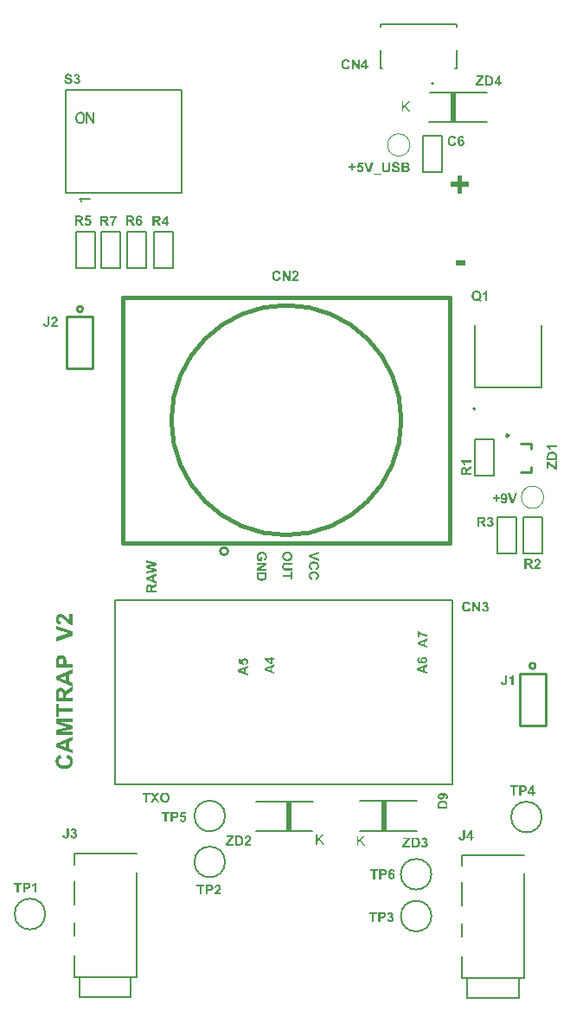
<source format=gto>
G04*
G04 #@! TF.GenerationSoftware,Altium Limited,Altium Designer,20.0.10 (225)*
G04*
G04 Layer_Color=65535*
%FSLAX25Y25*%
%MOIN*%
G70*
G01*
G75*
%ADD10C,0.00787*%
%ADD11C,0.01000*%
%ADD12C,0.01524*%
%ADD13C,0.00492*%
%ADD14C,0.00500*%
%ADD15C,0.00591*%
%ADD16C,0.00800*%
%ADD17C,0.00600*%
%ADD18R,0.02041X0.11500*%
G36*
X267307Y224266D02*
X267356Y224261D01*
X267411Y224255D01*
X267477Y224244D01*
X267542Y224228D01*
X267695Y224190D01*
X267771Y224162D01*
X267848Y224124D01*
X267924Y224086D01*
X268001Y224042D01*
X268077Y223988D01*
X268143Y223928D01*
X268148Y223922D01*
X268159Y223911D01*
X268175Y223895D01*
X268197Y223868D01*
X268225Y223835D01*
X268252Y223791D01*
X268285Y223747D01*
X268317Y223693D01*
X268350Y223633D01*
X268383Y223567D01*
X268410Y223496D01*
X268438Y223414D01*
X268459Y223333D01*
X268476Y223245D01*
X268487Y223152D01*
X268492Y223054D01*
Y223027D01*
X268487Y222999D01*
Y222961D01*
X268476Y222912D01*
X268470Y222852D01*
X268454Y222792D01*
X268438Y222721D01*
X268416Y222650D01*
X268383Y222573D01*
X268350Y222492D01*
X268306Y222415D01*
X268257Y222333D01*
X268197Y222257D01*
X268126Y222180D01*
X268050Y222109D01*
X268044Y222104D01*
X268028Y222093D01*
X268001Y222077D01*
X267963Y222055D01*
X267913Y222022D01*
X267853Y221995D01*
X267782Y221962D01*
X267700Y221929D01*
X267602Y221891D01*
X267498Y221858D01*
X267378Y221831D01*
X267242Y221804D01*
X267100Y221776D01*
X266941Y221760D01*
X266772Y221749D01*
X266587Y221744D01*
X266581D01*
X266576D01*
X266559D01*
X266543D01*
X266488D01*
X266417Y221749D01*
X266330Y221755D01*
X266232Y221765D01*
X266123Y221776D01*
X266008Y221793D01*
X265888Y221809D01*
X265762Y221836D01*
X265636Y221869D01*
X265511Y221907D01*
X265396Y221951D01*
X265282Y222000D01*
X265178Y222060D01*
X265085Y222126D01*
X265080Y222131D01*
X265063Y222142D01*
X265041Y222164D01*
X265014Y222197D01*
X264976Y222235D01*
X264938Y222279D01*
X264894Y222333D01*
X264850Y222393D01*
X264812Y222464D01*
X264768Y222535D01*
X264730Y222623D01*
X264692Y222710D01*
X264665Y222803D01*
X264643Y222907D01*
X264626Y223010D01*
X264621Y223125D01*
Y223169D01*
X264626Y223196D01*
Y223234D01*
X264632Y223278D01*
X264654Y223376D01*
X264681Y223485D01*
X264725Y223605D01*
X264785Y223726D01*
X264823Y223780D01*
X264867Y223835D01*
Y223840D01*
X264878Y223846D01*
X264894Y223862D01*
X264910Y223879D01*
X264938Y223906D01*
X264965Y223928D01*
X265041Y223988D01*
X265145Y224048D01*
X265265Y224108D01*
X265402Y224162D01*
X265566Y224201D01*
X265642Y223502D01*
X265631D01*
X265609Y223496D01*
X265571Y223485D01*
X265522Y223474D01*
X265473Y223458D01*
X265418Y223431D01*
X265369Y223404D01*
X265325Y223365D01*
X265320Y223360D01*
X265309Y223343D01*
X265293Y223322D01*
X265271Y223289D01*
X265254Y223251D01*
X265238Y223201D01*
X265227Y223141D01*
X265222Y223081D01*
Y223070D01*
X265227Y223043D01*
X265232Y222999D01*
X265249Y222945D01*
X265271Y222885D01*
X265309Y222819D01*
X265358Y222754D01*
X265429Y222694D01*
X265440Y222688D01*
X265451Y222677D01*
X265473Y222666D01*
X265495Y222655D01*
X265527Y222639D01*
X265566Y222628D01*
X265615Y222612D01*
X265669Y222590D01*
X265729Y222573D01*
X265800Y222557D01*
X265877Y222541D01*
X265964Y222524D01*
X266062Y222514D01*
X266172Y222503D01*
X266286Y222492D01*
X266281Y222497D01*
X266270Y222503D01*
X266259Y222519D01*
X266237Y222541D01*
X266210Y222568D01*
X266182Y222601D01*
X266123Y222677D01*
X266068Y222776D01*
X266013Y222890D01*
X265991Y222956D01*
X265981Y223021D01*
X265970Y223092D01*
X265964Y223169D01*
Y223212D01*
X265970Y223245D01*
X265975Y223283D01*
X265981Y223327D01*
X265991Y223382D01*
X266008Y223436D01*
X266052Y223556D01*
X266079Y223622D01*
X266112Y223687D01*
X266150Y223753D01*
X266199Y223818D01*
X266253Y223884D01*
X266314Y223944D01*
X266319Y223949D01*
X266330Y223960D01*
X266346Y223977D01*
X266374Y223993D01*
X266412Y224020D01*
X266450Y224048D01*
X266499Y224075D01*
X266554Y224108D01*
X266614Y224141D01*
X266685Y224168D01*
X266756Y224195D01*
X266838Y224222D01*
X266920Y224239D01*
X267013Y224255D01*
X267105Y224266D01*
X267209Y224272D01*
X267214D01*
X267236D01*
X267264D01*
X267307Y224266D01*
D02*
G37*
G36*
X268421Y220673D02*
X267564Y220346D01*
Y218828D01*
X268421Y218517D01*
Y217709D01*
X264643Y219172D01*
Y219980D01*
X268421Y221498D01*
Y220673D01*
D02*
G37*
G36*
X265293Y234217D02*
X265303Y234206D01*
X265320Y234190D01*
X265342Y234168D01*
X265374Y234140D01*
X265413Y234108D01*
X265456Y234070D01*
X265511Y234026D01*
X265571Y233982D01*
X265636Y233933D01*
X265707Y233878D01*
X265784Y233824D01*
X265871Y233769D01*
X265959Y233715D01*
X266057Y233655D01*
X266161Y233594D01*
X266166Y233589D01*
X266188Y233578D01*
X266215Y233562D01*
X266259Y233540D01*
X266308Y233518D01*
X266374Y233485D01*
X266445Y233453D01*
X266521Y233414D01*
X266608Y233376D01*
X266701Y233338D01*
X266799Y233294D01*
X266903Y233256D01*
X267127Y233180D01*
X267362Y233109D01*
X267367D01*
X267389Y233103D01*
X267422Y233092D01*
X267471Y233081D01*
X267526Y233070D01*
X267586Y233060D01*
X267662Y233043D01*
X267739Y233027D01*
X267826Y233010D01*
X267913Y232999D01*
X268105Y232972D01*
X268301Y232956D01*
X268492Y232950D01*
Y232251D01*
X268481D01*
X268459D01*
X268416Y232257D01*
X268356D01*
X268285Y232262D01*
X268203Y232273D01*
X268105Y232284D01*
X268001Y232300D01*
X267886Y232317D01*
X267760Y232339D01*
X267629Y232366D01*
X267488Y232393D01*
X267345Y232432D01*
X267198Y232470D01*
X267051Y232519D01*
X266898Y232574D01*
X266887Y232579D01*
X266860Y232590D01*
X266816Y232606D01*
X266761Y232628D01*
X266690Y232661D01*
X266603Y232699D01*
X266510Y232743D01*
X266406Y232792D01*
X266297Y232846D01*
X266182Y232907D01*
X266057Y232972D01*
X265937Y233049D01*
X265680Y233207D01*
X265435Y233387D01*
Y231744D01*
X264763D01*
Y234222D01*
X265287D01*
X265293Y234217D01*
D02*
G37*
G36*
X268492Y230674D02*
X267635Y230346D01*
Y228828D01*
X268492Y228517D01*
Y227709D01*
X264714Y229172D01*
Y229980D01*
X268492Y231498D01*
Y230674D01*
D02*
G37*
G36*
X163979Y170147D02*
X165279Y168181D01*
X164362D01*
X163526Y169459D01*
X162685Y168181D01*
X161768D01*
X163073Y170147D01*
X161888Y171959D01*
X162778D01*
X163526Y170829D01*
X164274Y171959D01*
X165164D01*
X163979Y170147D01*
D02*
G37*
G36*
X161659Y171321D02*
X160545D01*
Y168181D01*
X159781D01*
Y171321D01*
X158661D01*
Y171959D01*
X161659D01*
Y171321D01*
D02*
G37*
G36*
X167425Y172025D02*
X167479D01*
X167550Y172014D01*
X167632Y172003D01*
X167725Y171987D01*
X167823Y171965D01*
X167927Y171938D01*
X168036Y171905D01*
X168145Y171861D01*
X168260Y171812D01*
X168369Y171752D01*
X168479Y171681D01*
X168582Y171599D01*
X168681Y171506D01*
X168686Y171501D01*
X168702Y171484D01*
X168730Y171452D01*
X168757Y171414D01*
X168795Y171359D01*
X168839Y171293D01*
X168883Y171217D01*
X168932Y171130D01*
X168981Y171037D01*
X169025Y170928D01*
X169068Y170808D01*
X169106Y170682D01*
X169139Y170540D01*
X169161Y170393D01*
X169177Y170234D01*
X169183Y170065D01*
Y170054D01*
Y170027D01*
X169177Y169978D01*
Y169912D01*
X169167Y169836D01*
X169156Y169748D01*
X169139Y169644D01*
X169123Y169541D01*
X169096Y169426D01*
X169063Y169306D01*
X169019Y169186D01*
X168970Y169066D01*
X168915Y168951D01*
X168844Y168836D01*
X168768Y168727D01*
X168681Y168623D01*
X168675Y168618D01*
X168659Y168602D01*
X168631Y168574D01*
X168588Y168542D01*
X168539Y168503D01*
X168479Y168460D01*
X168407Y168416D01*
X168331Y168367D01*
X168238Y168318D01*
X168140Y168274D01*
X168031Y168230D01*
X167911Y168192D01*
X167785Y168159D01*
X167649Y168132D01*
X167507Y168116D01*
X167354Y168110D01*
X167315D01*
X167272Y168116D01*
X167217Y168121D01*
X167146Y168127D01*
X167064Y168138D01*
X166972Y168154D01*
X166873Y168176D01*
X166764Y168203D01*
X166660Y168236D01*
X166546Y168280D01*
X166437Y168329D01*
X166322Y168383D01*
X166218Y168454D01*
X166114Y168531D01*
X166016Y168623D01*
X166011Y168629D01*
X165994Y168645D01*
X165972Y168678D01*
X165940Y168716D01*
X165901Y168771D01*
X165858Y168836D01*
X165814Y168907D01*
X165770Y168995D01*
X165721Y169088D01*
X165677Y169197D01*
X165634Y169311D01*
X165596Y169437D01*
X165563Y169573D01*
X165541Y169721D01*
X165525Y169879D01*
X165519Y170043D01*
Y170048D01*
Y170070D01*
Y170098D01*
X165525Y170141D01*
Y170191D01*
X165530Y170245D01*
X165536Y170311D01*
X165541Y170382D01*
X165563Y170535D01*
X165590Y170698D01*
X165634Y170862D01*
X165688Y171015D01*
Y171020D01*
X165694Y171026D01*
X165705Y171042D01*
X165710Y171064D01*
X165743Y171119D01*
X165781Y171190D01*
X165830Y171272D01*
X165891Y171353D01*
X165961Y171446D01*
X166038Y171534D01*
X166043Y171539D01*
X166049Y171545D01*
X166076Y171572D01*
X166125Y171616D01*
X166185Y171665D01*
X166256Y171719D01*
X166338Y171779D01*
X166431Y171834D01*
X166529Y171878D01*
X166535D01*
X166546Y171883D01*
X166568Y171894D01*
X166595Y171899D01*
X166628Y171916D01*
X166666Y171927D01*
X166715Y171938D01*
X166764Y171954D01*
X166884Y171981D01*
X167021Y172009D01*
X167179Y172025D01*
X167343Y172030D01*
X167381D01*
X167425Y172025D01*
D02*
G37*
G36*
X274592Y171858D02*
X274680Y171852D01*
X274778Y171841D01*
X274882Y171830D01*
X274996Y171814D01*
X275122Y171792D01*
X275242Y171770D01*
X275368Y171738D01*
X275493Y171699D01*
X275608Y171656D01*
X275723Y171601D01*
X275827Y171547D01*
X275919Y171476D01*
X275925Y171470D01*
X275941Y171459D01*
X275963Y171437D01*
X275990Y171405D01*
X276023Y171366D01*
X276067Y171323D01*
X276105Y171268D01*
X276149Y171208D01*
X276192Y171142D01*
X276231Y171066D01*
X276269Y170984D01*
X276307Y170897D01*
X276334Y170799D01*
X276356Y170700D01*
X276373Y170597D01*
X276378Y170482D01*
Y170438D01*
X276373Y170411D01*
Y170373D01*
X276367Y170329D01*
X276351Y170225D01*
X276318Y170111D01*
X276280Y169996D01*
X276220Y169876D01*
X276187Y169821D01*
X276143Y169767D01*
X276138Y169761D01*
X276132Y169756D01*
X276116Y169739D01*
X276099Y169723D01*
X276072Y169701D01*
X276045Y169674D01*
X276007Y169652D01*
X275968Y169619D01*
X275919Y169592D01*
X275870Y169559D01*
X275810Y169532D01*
X275745Y169504D01*
X275679Y169477D01*
X275603Y169455D01*
X275526Y169433D01*
X275439Y169417D01*
X275357Y170116D01*
X275368D01*
X275395Y170122D01*
X275433Y170127D01*
X275477Y170143D01*
X275532Y170160D01*
X275586Y170182D01*
X275635Y170209D01*
X275679Y170247D01*
X275684Y170253D01*
X275695Y170269D01*
X275712Y170291D01*
X275728Y170324D01*
X275745Y170367D01*
X275761Y170411D01*
X275772Y170471D01*
X275777Y170531D01*
Y170542D01*
X275772Y170569D01*
X275766Y170607D01*
X275750Y170662D01*
X275728Y170722D01*
X275690Y170782D01*
X275641Y170848D01*
X275575Y170908D01*
X275564Y170913D01*
X275553Y170924D01*
X275532Y170935D01*
X275510Y170946D01*
X275477Y170962D01*
X275439Y170973D01*
X275390Y170995D01*
X275335Y171011D01*
X275275Y171028D01*
X275204Y171044D01*
X275128Y171061D01*
X275040Y171077D01*
X274942Y171088D01*
X274833Y171099D01*
X274718Y171110D01*
X274724Y171104D01*
X274729Y171099D01*
X274745Y171082D01*
X274767Y171061D01*
X274789Y171033D01*
X274816Y171001D01*
X274876Y170924D01*
X274937Y170826D01*
X274986Y170706D01*
X275008Y170640D01*
X275018Y170575D01*
X275029Y170504D01*
X275035Y170427D01*
Y170384D01*
X275029Y170351D01*
X275024Y170313D01*
X275018Y170269D01*
X274991Y170165D01*
X274953Y170045D01*
X274920Y169985D01*
X274887Y169920D01*
X274849Y169854D01*
X274805Y169788D01*
X274751Y169723D01*
X274691Y169663D01*
X274685Y169657D01*
X274674Y169647D01*
X274653Y169635D01*
X274631Y169614D01*
X274592Y169586D01*
X274554Y169559D01*
X274505Y169532D01*
X274451Y169504D01*
X274391Y169472D01*
X274320Y169445D01*
X274249Y169417D01*
X274167Y169390D01*
X274085Y169368D01*
X273992Y169357D01*
X273894Y169346D01*
X273795Y169341D01*
X273790D01*
X273768D01*
X273741D01*
X273697Y169346D01*
X273648Y169352D01*
X273593Y169357D01*
X273528Y169368D01*
X273462Y169384D01*
X273315Y169423D01*
X273233Y169450D01*
X273156Y169483D01*
X273080Y169521D01*
X273004Y169570D01*
X272933Y169619D01*
X272862Y169679D01*
X272856Y169685D01*
X272845Y169696D01*
X272829Y169712D01*
X272807Y169739D01*
X272780Y169778D01*
X272747Y169816D01*
X272720Y169865D01*
X272681Y169920D01*
X272649Y169974D01*
X272621Y170045D01*
X272589Y170116D01*
X272561Y170193D01*
X272540Y170274D01*
X272523Y170362D01*
X272512Y170449D01*
X272507Y170547D01*
Y170575D01*
X272512Y170602D01*
Y170646D01*
X272518Y170695D01*
X272529Y170749D01*
X272545Y170815D01*
X272561Y170880D01*
X272589Y170957D01*
X272616Y171033D01*
X272654Y171110D01*
X272698Y171192D01*
X272747Y171268D01*
X272807Y171344D01*
X272878Y171421D01*
X272955Y171492D01*
X272960Y171497D01*
X272976Y171508D01*
X273004Y171525D01*
X273042Y171552D01*
X273091Y171579D01*
X273151Y171612D01*
X273222Y171645D01*
X273304Y171678D01*
X273402Y171710D01*
X273511Y171749D01*
X273632Y171776D01*
X273763Y171803D01*
X273910Y171830D01*
X274068Y171847D01*
X274238Y171858D01*
X274423Y171863D01*
X274429D01*
X274434D01*
X274451D01*
X274467D01*
X274521D01*
X274592Y171858D01*
D02*
G37*
G36*
X274576Y168904D02*
X274620D01*
X274674Y168898D01*
X274734Y168893D01*
X274860Y168882D01*
X274991Y168860D01*
X275128Y168827D01*
X275259Y168789D01*
X275264D01*
X275275Y168784D01*
X275297Y168773D01*
X275330Y168762D01*
X275362Y168751D01*
X275401Y168729D01*
X275499Y168685D01*
X275603Y168631D01*
X275717Y168560D01*
X275827Y168478D01*
X275930Y168385D01*
X275941Y168374D01*
X275963Y168347D01*
X275996Y168303D01*
X276039Y168243D01*
X276089Y168167D01*
X276138Y168079D01*
X276187Y167970D01*
X276231Y167850D01*
Y167845D01*
X276236Y167839D01*
Y167823D01*
X276241Y167806D01*
X276252Y167746D01*
X276269Y167670D01*
X276285Y167577D01*
X276296Y167463D01*
X276302Y167326D01*
X276307Y167178D01*
Y165748D01*
X272529D01*
Y167255D01*
X272534Y167299D01*
X272540Y167402D01*
X272545Y167517D01*
X272561Y167637D01*
X272578Y167752D01*
X272605Y167856D01*
Y167861D01*
X272610Y167872D01*
X272616Y167888D01*
X272621Y167910D01*
X272649Y167976D01*
X272687Y168052D01*
X272736Y168140D01*
X272796Y168238D01*
X272867Y168331D01*
X272955Y168423D01*
Y168429D01*
X272965Y168434D01*
X272998Y168462D01*
X273053Y168505D01*
X273124Y168554D01*
X273211Y168614D01*
X273315Y168675D01*
X273435Y168735D01*
X273566Y168784D01*
X273571D01*
X273582Y168789D01*
X273604Y168795D01*
X273632Y168806D01*
X273664Y168811D01*
X273708Y168822D01*
X273757Y168833D01*
X273812Y168849D01*
X273872Y168860D01*
X273943Y168871D01*
X274014Y168882D01*
X274096Y168887D01*
X274265Y168904D01*
X274456Y168909D01*
X274462D01*
X274478D01*
X274500D01*
X274533D01*
X274576Y168904D01*
D02*
G37*
G36*
X204825Y264876D02*
X204880D01*
X204940Y264871D01*
X205005Y264860D01*
X205082Y264849D01*
X205240Y264822D01*
X205420Y264778D01*
X205601Y264718D01*
X205688Y264680D01*
X205775Y264636D01*
X205781Y264631D01*
X205797Y264625D01*
X205819Y264609D01*
X205852Y264593D01*
X205890Y264565D01*
X205934Y264532D01*
X205983Y264494D01*
X206037Y264456D01*
X206092Y264407D01*
X206152Y264352D01*
X206212Y264292D01*
X206272Y264227D01*
X206327Y264156D01*
X206387Y264085D01*
X206485Y263915D01*
Y263910D01*
X206496Y263899D01*
X206502Y263877D01*
X206518Y263850D01*
X206529Y263812D01*
X206545Y263773D01*
X206561Y263719D01*
X206583Y263664D01*
X206600Y263604D01*
X206616Y263533D01*
X206632Y263457D01*
X206649Y263380D01*
X206671Y263206D01*
X206676Y263009D01*
Y262944D01*
X206671Y262894D01*
X206665Y262834D01*
X206660Y262763D01*
X206654Y262687D01*
X206638Y262605D01*
X206605Y262430D01*
X206551Y262250D01*
X206518Y262157D01*
X206480Y262070D01*
X206436Y261988D01*
X206381Y261912D01*
X206376Y261906D01*
X206370Y261895D01*
X206349Y261873D01*
X206327Y261846D01*
X206299Y261813D01*
X206261Y261781D01*
X206218Y261742D01*
X206168Y261699D01*
X206114Y261655D01*
X206054Y261611D01*
X205988Y261568D01*
X205912Y261529D01*
X205835Y261486D01*
X205753Y261453D01*
X205661Y261420D01*
X205568Y261398D01*
X205426Y262157D01*
X205431D01*
X205437Y262163D01*
X205469Y262174D01*
X205519Y262196D01*
X205584Y262228D01*
X205655Y262266D01*
X205726Y262321D01*
X205797Y262387D01*
X205863Y262463D01*
X205868Y262474D01*
X205890Y262501D01*
X205917Y262550D01*
X205944Y262611D01*
X205977Y262692D01*
X205999Y262785D01*
X206021Y262889D01*
X206027Y263009D01*
Y263058D01*
X206021Y263091D01*
X206015Y263135D01*
X206010Y263184D01*
X205999Y263238D01*
X205988Y263299D01*
X205950Y263424D01*
X205923Y263490D01*
X205890Y263555D01*
X205852Y263621D01*
X205814Y263686D01*
X205759Y263746D01*
X205704Y263806D01*
X205699Y263812D01*
X205688Y263817D01*
X205672Y263834D01*
X205644Y263850D01*
X205611Y263872D01*
X205573Y263899D01*
X205524Y263926D01*
X205469Y263948D01*
X205404Y263976D01*
X205333Y264003D01*
X205257Y264030D01*
X205175Y264052D01*
X205082Y264068D01*
X204978Y264085D01*
X204874Y264090D01*
X204760Y264096D01*
X204754D01*
X204732D01*
X204694D01*
X204650Y264090D01*
X204591Y264085D01*
X204530Y264079D01*
X204454Y264068D01*
X204378Y264057D01*
X204214Y264025D01*
X204045Y263970D01*
X203963Y263937D01*
X203886Y263899D01*
X203810Y263850D01*
X203744Y263801D01*
X203739Y263795D01*
X203728Y263784D01*
X203711Y263768D01*
X203690Y263746D01*
X203668Y263713D01*
X203635Y263681D01*
X203608Y263637D01*
X203575Y263588D01*
X203542Y263533D01*
X203515Y263479D01*
X203460Y263342D01*
X203438Y263266D01*
X203422Y263189D01*
X203411Y263102D01*
X203406Y263015D01*
Y262971D01*
X203411Y262927D01*
X203417Y262862D01*
X203428Y262791D01*
X203444Y262709D01*
X203466Y262621D01*
X203499Y262534D01*
Y262529D01*
X203504Y262523D01*
X203515Y262496D01*
X203537Y262447D01*
X203564Y262392D01*
X203597Y262327D01*
X203635Y262256D01*
X203679Y262185D01*
X203728Y262119D01*
X204214D01*
Y262993D01*
X204853D01*
Y261349D01*
X203335D01*
X203324Y261360D01*
X203313Y261377D01*
X203296Y261393D01*
X203275Y261420D01*
X203253Y261448D01*
X203198Y261524D01*
X203138Y261628D01*
X203067Y261748D01*
X202996Y261884D01*
X202931Y262048D01*
Y262054D01*
X202925Y262070D01*
X202914Y262092D01*
X202903Y262125D01*
X202892Y262168D01*
X202876Y262217D01*
X202860Y262272D01*
X202843Y262332D01*
X202811Y262469D01*
X202783Y262627D01*
X202761Y262791D01*
X202756Y262965D01*
Y263025D01*
X202761Y263064D01*
Y263118D01*
X202767Y263178D01*
X202778Y263244D01*
X202789Y263320D01*
X202816Y263479D01*
X202860Y263653D01*
X202920Y263834D01*
X202958Y263915D01*
X203002Y264003D01*
X203007Y264008D01*
X203012Y264019D01*
X203029Y264047D01*
X203051Y264074D01*
X203073Y264112D01*
X203105Y264150D01*
X203144Y264199D01*
X203187Y264248D01*
X203286Y264358D01*
X203411Y264467D01*
X203553Y264571D01*
X203717Y264664D01*
X203722D01*
X203739Y264674D01*
X203766Y264685D01*
X203799Y264696D01*
X203842Y264713D01*
X203892Y264735D01*
X203952Y264751D01*
X204017Y264773D01*
X204088Y264794D01*
X204170Y264811D01*
X204339Y264849D01*
X204525Y264871D01*
X204727Y264882D01*
X204732D01*
X204754D01*
X204787D01*
X204825Y264876D01*
D02*
G37*
G36*
X206605Y259902D02*
X204061Y258341D01*
X206605D01*
Y257636D01*
X202827D01*
Y258401D01*
X205317Y259935D01*
X202827D01*
Y260639D01*
X206605D01*
Y259902D01*
D02*
G37*
G36*
Y255321D02*
X206600Y255278D01*
X206594Y255174D01*
X206589Y255059D01*
X206572Y254939D01*
X206556Y254824D01*
X206529Y254721D01*
Y254715D01*
X206523Y254704D01*
X206518Y254688D01*
X206512Y254666D01*
X206485Y254601D01*
X206447Y254524D01*
X206398Y254437D01*
X206338Y254339D01*
X206267Y254246D01*
X206179Y254153D01*
Y254148D01*
X206168Y254142D01*
X206136Y254115D01*
X206081Y254071D01*
X206010Y254022D01*
X205923Y253962D01*
X205819Y253902D01*
X205699Y253842D01*
X205568Y253793D01*
X205562D01*
X205551Y253787D01*
X205530Y253782D01*
X205502Y253771D01*
X205469Y253765D01*
X205426Y253754D01*
X205377Y253744D01*
X205322Y253727D01*
X205262Y253716D01*
X205191Y253705D01*
X205120Y253694D01*
X205038Y253689D01*
X204869Y253673D01*
X204678Y253667D01*
X204672D01*
X204656D01*
X204634D01*
X204601D01*
X204558Y253673D01*
X204514D01*
X204459Y253678D01*
X204399Y253683D01*
X204274Y253694D01*
X204143Y253716D01*
X204006Y253749D01*
X203875Y253787D01*
X203870D01*
X203859Y253793D01*
X203837Y253803D01*
X203804Y253814D01*
X203771Y253825D01*
X203733Y253847D01*
X203635Y253891D01*
X203531Y253945D01*
X203417Y254016D01*
X203307Y254098D01*
X203204Y254191D01*
X203193Y254202D01*
X203171Y254229D01*
X203138Y254273D01*
X203094Y254333D01*
X203045Y254410D01*
X202996Y254497D01*
X202947Y254606D01*
X202903Y254726D01*
Y254732D01*
X202898Y254737D01*
Y254754D01*
X202892Y254770D01*
X202882Y254830D01*
X202865Y254906D01*
X202849Y254999D01*
X202838Y255114D01*
X202832Y255250D01*
X202827Y255398D01*
Y256828D01*
X206605D01*
Y255321D01*
D02*
G37*
G36*
X226678Y264057D02*
X223883Y263096D01*
X226678Y262174D01*
Y261360D01*
X222900Y262703D01*
Y263528D01*
X226678Y264882D01*
Y264057D01*
D02*
G37*
G36*
X224849Y261104D02*
X224915D01*
X224991Y261093D01*
X225084Y261082D01*
X225183Y261071D01*
X225297Y261049D01*
X225412Y261022D01*
X225532Y260989D01*
X225652Y260951D01*
X225778Y260901D01*
X225898Y260847D01*
X226012Y260781D01*
X226122Y260710D01*
X226225Y260623D01*
X226231Y260618D01*
X226247Y260601D01*
X226274Y260574D01*
X226307Y260536D01*
X226345Y260487D01*
X226389Y260426D01*
X226438Y260361D01*
X226487Y260279D01*
X226536Y260192D01*
X226586Y260099D01*
X226629Y259990D01*
X226668Y259880D01*
X226700Y259755D01*
X226728Y259629D01*
X226744Y259487D01*
X226749Y259345D01*
Y259280D01*
X226744Y259231D01*
X226739Y259171D01*
X226728Y259105D01*
X226717Y259029D01*
X226700Y258947D01*
X226678Y258859D01*
X226651Y258767D01*
X226618Y258674D01*
X226575Y258576D01*
X226531Y258483D01*
X226477Y258395D01*
X226411Y258303D01*
X226340Y258221D01*
Y258215D01*
X226329Y258210D01*
X226313Y258193D01*
X226296Y258177D01*
X226269Y258155D01*
X226236Y258133D01*
X226160Y258073D01*
X226062Y258013D01*
X225941Y257948D01*
X225805Y257888D01*
X225646Y257833D01*
X225466Y258587D01*
X225472D01*
X225477Y258592D01*
X225494D01*
X225516Y258603D01*
X225565Y258619D01*
X225630Y258646D01*
X225707Y258685D01*
X225783Y258734D01*
X225859Y258799D01*
X225925Y258870D01*
X225931Y258881D01*
X225952Y258909D01*
X225980Y258952D01*
X226012Y259012D01*
X226045Y259089D01*
X226072Y259176D01*
X226094Y259274D01*
X226100Y259384D01*
Y259422D01*
X226094Y259455D01*
X226089Y259487D01*
X226083Y259531D01*
X226062Y259624D01*
X226023Y259733D01*
X225969Y259848D01*
X225936Y259908D01*
X225898Y259962D01*
X225849Y260017D01*
X225794Y260066D01*
X225788D01*
X225778Y260077D01*
X225761Y260088D01*
X225734Y260104D01*
X225701Y260126D01*
X225663Y260148D01*
X225614Y260170D01*
X225559Y260192D01*
X225494Y260219D01*
X225423Y260241D01*
X225341Y260263D01*
X225253Y260284D01*
X225155Y260301D01*
X225051Y260312D01*
X224937Y260317D01*
X224811Y260323D01*
X224806D01*
X224778D01*
X224740D01*
X224696Y260317D01*
X224637D01*
X224566Y260306D01*
X224495Y260301D01*
X224413Y260290D01*
X224243Y260257D01*
X224074Y260214D01*
X223992Y260186D01*
X223916Y260148D01*
X223845Y260110D01*
X223785Y260066D01*
X223779Y260061D01*
X223774Y260055D01*
X223757Y260039D01*
X223736Y260017D01*
X223692Y259962D01*
X223637Y259886D01*
X223577Y259793D01*
X223534Y259679D01*
X223495Y259547D01*
X223490Y259476D01*
X223484Y259400D01*
Y259373D01*
X223490Y259351D01*
X223495Y259291D01*
X223506Y259220D01*
X223534Y259143D01*
X223566Y259056D01*
X223610Y258969D01*
X223675Y258881D01*
X223686Y258870D01*
X223714Y258843D01*
X223757Y258805D01*
X223823Y258761D01*
X223910Y258707D01*
X224014Y258658D01*
X224140Y258608D01*
X224287Y258565D01*
X224058Y257822D01*
X224052D01*
X224030Y257828D01*
X223998Y257839D01*
X223954Y257855D01*
X223905Y257877D01*
X223845Y257898D01*
X223779Y257926D01*
X223708Y257959D01*
X223561Y258035D01*
X223408Y258133D01*
X223260Y258253D01*
X223195Y258319D01*
X223135Y258390D01*
X223130Y258395D01*
X223124Y258406D01*
X223108Y258428D01*
X223086Y258461D01*
X223064Y258499D01*
X223042Y258548D01*
X223015Y258603D01*
X222988Y258663D01*
X222955Y258734D01*
X222927Y258810D01*
X222906Y258892D01*
X222884Y258980D01*
X222862Y259072D01*
X222846Y259176D01*
X222840Y259280D01*
X222835Y259395D01*
Y259427D01*
X222840Y259466D01*
X222846Y259520D01*
X222851Y259580D01*
X222862Y259657D01*
X222878Y259738D01*
X222900Y259831D01*
X222927Y259924D01*
X222960Y260022D01*
X223004Y260126D01*
X223053Y260230D01*
X223108Y260334D01*
X223179Y260437D01*
X223255Y260536D01*
X223348Y260629D01*
X223353Y260634D01*
X223370Y260650D01*
X223403Y260672D01*
X223441Y260705D01*
X223495Y260738D01*
X223555Y260781D01*
X223632Y260825D01*
X223719Y260869D01*
X223812Y260912D01*
X223916Y260956D01*
X224036Y261000D01*
X224161Y261033D01*
X224292Y261065D01*
X224440Y261087D01*
X224593Y261104D01*
X224757Y261109D01*
X224762D01*
X224767D01*
X224800D01*
X224849Y261104D01*
D02*
G37*
G36*
Y257293D02*
X224915D01*
X224991Y257282D01*
X225084Y257271D01*
X225183Y257260D01*
X225297Y257238D01*
X225412Y257211D01*
X225532Y257178D01*
X225652Y257140D01*
X225778Y257090D01*
X225898Y257036D01*
X226012Y256970D01*
X226122Y256899D01*
X226225Y256812D01*
X226231Y256806D01*
X226247Y256790D01*
X226274Y256763D01*
X226307Y256725D01*
X226345Y256676D01*
X226389Y256615D01*
X226438Y256550D01*
X226487Y256468D01*
X226536Y256381D01*
X226586Y256288D01*
X226629Y256179D01*
X226668Y256069D01*
X226700Y255944D01*
X226728Y255818D01*
X226744Y255676D01*
X226749Y255534D01*
Y255469D01*
X226744Y255420D01*
X226739Y255360D01*
X226728Y255294D01*
X226717Y255218D01*
X226700Y255136D01*
X226678Y255048D01*
X226651Y254956D01*
X226618Y254863D01*
X226575Y254765D01*
X226531Y254672D01*
X226477Y254584D01*
X226411Y254491D01*
X226340Y254410D01*
Y254404D01*
X226329Y254399D01*
X226313Y254382D01*
X226296Y254366D01*
X226269Y254344D01*
X226236Y254322D01*
X226160Y254262D01*
X226062Y254202D01*
X225941Y254137D01*
X225805Y254077D01*
X225646Y254022D01*
X225466Y254775D01*
X225472D01*
X225477Y254781D01*
X225494D01*
X225516Y254792D01*
X225565Y254808D01*
X225630Y254836D01*
X225707Y254874D01*
X225783Y254923D01*
X225859Y254988D01*
X225925Y255059D01*
X225931Y255070D01*
X225952Y255098D01*
X225980Y255141D01*
X226012Y255201D01*
X226045Y255278D01*
X226072Y255365D01*
X226094Y255463D01*
X226100Y255573D01*
Y255611D01*
X226094Y255644D01*
X226089Y255676D01*
X226083Y255720D01*
X226062Y255813D01*
X226023Y255922D01*
X225969Y256037D01*
X225936Y256097D01*
X225898Y256151D01*
X225849Y256206D01*
X225794Y256255D01*
X225788D01*
X225778Y256266D01*
X225761Y256277D01*
X225734Y256293D01*
X225701Y256315D01*
X225663Y256337D01*
X225614Y256359D01*
X225559Y256381D01*
X225494Y256408D01*
X225423Y256430D01*
X225341Y256452D01*
X225253Y256473D01*
X225155Y256490D01*
X225051Y256501D01*
X224937Y256506D01*
X224811Y256512D01*
X224806D01*
X224778D01*
X224740D01*
X224696Y256506D01*
X224637D01*
X224566Y256495D01*
X224495Y256490D01*
X224413Y256479D01*
X224243Y256446D01*
X224074Y256402D01*
X223992Y256375D01*
X223916Y256337D01*
X223845Y256299D01*
X223785Y256255D01*
X223779Y256250D01*
X223774Y256244D01*
X223757Y256228D01*
X223736Y256206D01*
X223692Y256151D01*
X223637Y256075D01*
X223577Y255982D01*
X223534Y255867D01*
X223495Y255736D01*
X223490Y255665D01*
X223484Y255589D01*
Y255562D01*
X223490Y255540D01*
X223495Y255480D01*
X223506Y255409D01*
X223534Y255332D01*
X223566Y255245D01*
X223610Y255158D01*
X223675Y255070D01*
X223686Y255059D01*
X223714Y255032D01*
X223757Y254994D01*
X223823Y254950D01*
X223910Y254895D01*
X224014Y254846D01*
X224140Y254797D01*
X224287Y254754D01*
X224058Y254011D01*
X224052D01*
X224030Y254016D01*
X223998Y254027D01*
X223954Y254044D01*
X223905Y254066D01*
X223845Y254087D01*
X223779Y254115D01*
X223708Y254148D01*
X223561Y254224D01*
X223408Y254322D01*
X223260Y254442D01*
X223195Y254508D01*
X223135Y254579D01*
X223130Y254584D01*
X223124Y254595D01*
X223108Y254617D01*
X223086Y254650D01*
X223064Y254688D01*
X223042Y254737D01*
X223015Y254792D01*
X222988Y254852D01*
X222955Y254923D01*
X222927Y254999D01*
X222906Y255081D01*
X222884Y255169D01*
X222862Y255261D01*
X222846Y255365D01*
X222840Y255469D01*
X222835Y255584D01*
Y255616D01*
X222840Y255655D01*
X222846Y255709D01*
X222851Y255769D01*
X222862Y255846D01*
X222878Y255927D01*
X222900Y256020D01*
X222927Y256113D01*
X222960Y256211D01*
X223004Y256315D01*
X223053Y256419D01*
X223108Y256523D01*
X223179Y256626D01*
X223255Y256725D01*
X223348Y256818D01*
X223353Y256823D01*
X223370Y256839D01*
X223403Y256861D01*
X223441Y256894D01*
X223495Y256927D01*
X223555Y256970D01*
X223632Y257014D01*
X223719Y257058D01*
X223812Y257101D01*
X223916Y257145D01*
X224036Y257189D01*
X224161Y257222D01*
X224292Y257254D01*
X224440Y257276D01*
X224593Y257293D01*
X224757Y257298D01*
X224762D01*
X224767D01*
X224800D01*
X224849Y257293D01*
D02*
G37*
G36*
X163992Y260505D02*
Y259681D01*
X161169Y258938D01*
X163992Y258185D01*
Y257355D01*
X160214Y256459D01*
Y257240D01*
X162813Y257808D01*
X160214Y258496D01*
Y259413D01*
X162856Y260069D01*
X160214Y260647D01*
Y261417D01*
X163992Y260505D01*
D02*
G37*
G36*
Y255597D02*
X163135Y255269D01*
Y253751D01*
X163992Y253440D01*
Y252632D01*
X160214Y254095D01*
Y254904D01*
X163992Y256421D01*
Y255597D01*
D02*
G37*
G36*
Y251688D02*
X163173Y251142D01*
X163168Y251136D01*
X163151Y251131D01*
X163129Y251114D01*
X163102Y251092D01*
X163069Y251070D01*
X163026Y251043D01*
X162938Y250983D01*
X162840Y250912D01*
X162753Y250847D01*
X162671Y250787D01*
X162644Y250759D01*
X162616Y250738D01*
X162611Y250732D01*
X162600Y250721D01*
X162578Y250699D01*
X162551Y250672D01*
X162529Y250634D01*
X162502Y250595D01*
X162480Y250552D01*
X162458Y250508D01*
Y250503D01*
X162452Y250486D01*
X162442Y250459D01*
X162436Y250415D01*
X162425Y250361D01*
X162420Y250295D01*
X162414Y250219D01*
Y249973D01*
X163992D01*
Y249209D01*
X160214D01*
Y250912D01*
X160219Y250961D01*
Y251021D01*
X160225Y251081D01*
Y251152D01*
X160241Y251294D01*
X160257Y251442D01*
X160285Y251578D01*
X160301Y251638D01*
X160318Y251693D01*
Y251698D01*
X160323Y251704D01*
X160339Y251737D01*
X160367Y251786D01*
X160399Y251851D01*
X160454Y251922D01*
X160514Y251993D01*
X160591Y252064D01*
X160683Y252130D01*
X160689D01*
X160694Y252135D01*
X160711Y252146D01*
X160727Y252157D01*
X160782Y252184D01*
X160853Y252217D01*
X160940Y252244D01*
X161038Y252272D01*
X161153Y252294D01*
X161273Y252299D01*
X161278D01*
X161289D01*
X161317D01*
X161344Y252294D01*
X161382D01*
X161421Y252288D01*
X161519Y252266D01*
X161633Y252239D01*
X161748Y252195D01*
X161868Y252130D01*
X161923Y252092D01*
X161977Y252048D01*
X161983Y252042D01*
X161988Y252037D01*
X162005Y252021D01*
X162021Y251999D01*
X162043Y251977D01*
X162070Y251944D01*
X162098Y251906D01*
X162125Y251862D01*
X162158Y251813D01*
X162185Y251753D01*
X162212Y251693D01*
X162240Y251627D01*
X162267Y251551D01*
X162289Y251475D01*
X162310Y251393D01*
X162327Y251300D01*
Y251305D01*
X162332Y251311D01*
X162354Y251343D01*
X162381Y251387D01*
X162420Y251442D01*
X162469Y251507D01*
X162518Y251573D01*
X162578Y251644D01*
X162644Y251704D01*
X162649Y251709D01*
X162676Y251737D01*
X162720Y251769D01*
X162785Y251819D01*
X162867Y251884D01*
X162922Y251917D01*
X162977Y251955D01*
X163037Y251999D01*
X163102Y252042D01*
X163179Y252092D01*
X163255Y252141D01*
X163992Y252605D01*
Y251688D01*
D02*
G37*
G36*
X281781Y407401D02*
X284435D01*
Y405593D01*
X281781D01*
Y402983D01*
X280017D01*
Y405593D01*
X277378D01*
Y407401D01*
X280017D01*
Y410010D01*
X281781D01*
Y407401D01*
D02*
G37*
G36*
X283183Y375332D02*
X279378D01*
Y377271D01*
X283183D01*
Y375332D01*
D02*
G37*
G36*
X208733Y223868D02*
X209492D01*
Y223169D01*
X208733D01*
Y221618D01*
X208105D01*
X205697Y223256D01*
Y223868D01*
X208100D01*
Y224337D01*
X208733D01*
Y223868D01*
D02*
G37*
G36*
X209492Y220673D02*
X208635Y220346D01*
Y218828D01*
X209492Y218517D01*
Y217709D01*
X205714Y219172D01*
Y219980D01*
X209492Y221498D01*
Y220673D01*
D02*
G37*
G36*
X198231Y223793D02*
X198275D01*
X198324Y223782D01*
X198378Y223777D01*
X198433Y223766D01*
X198564Y223733D01*
X198706Y223684D01*
X198782Y223652D01*
X198853Y223619D01*
X198924Y223575D01*
X198995Y223526D01*
X199001Y223520D01*
X199017Y223510D01*
X199039Y223488D01*
X199072Y223460D01*
X199110Y223422D01*
X199154Y223373D01*
X199197Y223318D01*
X199241Y223258D01*
X199290Y223187D01*
X199334Y223111D01*
X199378Y223029D01*
X199416Y222936D01*
X199448Y222838D01*
X199470Y222734D01*
X199487Y222620D01*
X199492Y222499D01*
Y222450D01*
X199487Y222412D01*
X199481Y222368D01*
X199476Y222314D01*
X199470Y222259D01*
X199459Y222194D01*
X199427Y222063D01*
X199372Y221915D01*
X199345Y221844D01*
X199306Y221773D01*
X199263Y221708D01*
X199214Y221642D01*
X199208Y221637D01*
X199203Y221626D01*
X199186Y221609D01*
X199164Y221588D01*
X199132Y221566D01*
X199099Y221533D01*
X199061Y221506D01*
X199017Y221473D01*
X198962Y221435D01*
X198908Y221402D01*
X198777Y221342D01*
X198629Y221287D01*
X198547Y221271D01*
X198460Y221254D01*
X198384Y221975D01*
X198395D01*
X198422Y221981D01*
X198471Y221992D01*
X198526Y222008D01*
X198586Y222030D01*
X198651Y222063D01*
X198711Y222106D01*
X198771Y222155D01*
X198777Y222161D01*
X198793Y222183D01*
X198815Y222216D01*
X198842Y222259D01*
X198870Y222308D01*
X198891Y222368D01*
X198908Y222439D01*
X198913Y222510D01*
Y222521D01*
X198908Y222549D01*
X198902Y222592D01*
X198891Y222647D01*
X198870Y222707D01*
X198837Y222772D01*
X198788Y222838D01*
X198728Y222898D01*
X198717Y222903D01*
X198695Y222925D01*
X198651Y222947D01*
X198586Y222980D01*
X198509Y223007D01*
X198416Y223035D01*
X198302Y223051D01*
X198171Y223056D01*
X198165D01*
X198154D01*
X198138D01*
X198111D01*
X198051Y223051D01*
X197974Y223035D01*
X197887Y223018D01*
X197800Y222991D01*
X197718Y222953D01*
X197647Y222898D01*
X197641Y222892D01*
X197619Y222871D01*
X197592Y222832D01*
X197554Y222789D01*
X197521Y222729D01*
X197494Y222658D01*
X197472Y222576D01*
X197467Y222488D01*
Y222456D01*
X197472Y222434D01*
X197483Y222379D01*
X197499Y222303D01*
X197532Y222216D01*
X197581Y222123D01*
X197614Y222074D01*
X197652Y222024D01*
X197696Y221975D01*
X197745Y221926D01*
X197663Y221342D01*
X195692Y221713D01*
Y223630D01*
X196369D01*
Y222259D01*
X197013Y222145D01*
Y222150D01*
X197008Y222155D01*
X196991Y222188D01*
X196975Y222237D01*
X196948Y222297D01*
X196926Y222374D01*
X196909Y222456D01*
X196893Y222549D01*
X196888Y222641D01*
Y222691D01*
X196893Y222723D01*
X196899Y222762D01*
X196904Y222811D01*
X196915Y222865D01*
X196931Y222925D01*
X196975Y223051D01*
X197002Y223122D01*
X197035Y223187D01*
X197079Y223258D01*
X197128Y223329D01*
X197183Y223395D01*
X197243Y223460D01*
X197248Y223466D01*
X197259Y223477D01*
X197281Y223493D01*
X197308Y223515D01*
X197341Y223537D01*
X197385Y223570D01*
X197434Y223597D01*
X197488Y223630D01*
X197548Y223662D01*
X197619Y223690D01*
X197696Y223722D01*
X197772Y223744D01*
X197860Y223766D01*
X197952Y223782D01*
X198051Y223793D01*
X198154Y223799D01*
X198160D01*
X198176D01*
X198198D01*
X198231Y223793D01*
D02*
G37*
G36*
X199421Y220174D02*
X198564Y219846D01*
Y218328D01*
X199421Y218017D01*
Y217209D01*
X195643Y218672D01*
Y219480D01*
X199421Y220998D01*
Y220174D01*
D02*
G37*
G36*
X214630Y264876D02*
X214679D01*
X214733Y264871D01*
X214799Y264865D01*
X214870Y264860D01*
X215023Y264838D01*
X215187Y264811D01*
X215350Y264767D01*
X215503Y264713D01*
X215509D01*
X215514Y264707D01*
X215530Y264696D01*
X215552Y264691D01*
X215607Y264658D01*
X215678Y264620D01*
X215760Y264571D01*
X215842Y264511D01*
X215934Y264440D01*
X216022Y264363D01*
X216027Y264358D01*
X216033Y264352D01*
X216060Y264325D01*
X216104Y264276D01*
X216153Y264216D01*
X216208Y264145D01*
X216267Y264063D01*
X216322Y263970D01*
X216366Y263872D01*
Y263866D01*
X216371Y263855D01*
X216382Y263834D01*
X216388Y263806D01*
X216404Y263773D01*
X216415Y263735D01*
X216426Y263686D01*
X216442Y263637D01*
X216470Y263517D01*
X216497Y263380D01*
X216513Y263222D01*
X216519Y263058D01*
Y263020D01*
X216513Y262976D01*
Y262922D01*
X216502Y262851D01*
X216491Y262769D01*
X216475Y262676D01*
X216453Y262578D01*
X216426Y262474D01*
X216393Y262365D01*
X216349Y262256D01*
X216300Y262141D01*
X216240Y262032D01*
X216169Y261923D01*
X216087Y261819D01*
X215995Y261720D01*
X215989Y261715D01*
X215973Y261699D01*
X215940Y261671D01*
X215902Y261644D01*
X215847Y261606D01*
X215782Y261562D01*
X215705Y261519D01*
X215618Y261469D01*
X215525Y261420D01*
X215416Y261377D01*
X215296Y261333D01*
X215170Y261295D01*
X215028Y261262D01*
X214881Y261240D01*
X214722Y261224D01*
X214553Y261218D01*
X214542D01*
X214515D01*
X214466Y261224D01*
X214400D01*
X214324Y261235D01*
X214236Y261245D01*
X214133Y261262D01*
X214029Y261278D01*
X213914Y261306D01*
X213794Y261338D01*
X213674Y261382D01*
X213554Y261431D01*
X213439Y261486D01*
X213325Y261557D01*
X213215Y261633D01*
X213112Y261720D01*
X213106Y261726D01*
X213090Y261742D01*
X213063Y261770D01*
X213030Y261813D01*
X212992Y261862D01*
X212948Y261923D01*
X212904Y261994D01*
X212855Y262070D01*
X212806Y262163D01*
X212762Y262261D01*
X212719Y262370D01*
X212680Y262490D01*
X212648Y262616D01*
X212620Y262753D01*
X212604Y262894D01*
X212598Y263047D01*
Y263086D01*
X212604Y263129D01*
X212609Y263184D01*
X212615Y263255D01*
X212626Y263337D01*
X212642Y263429D01*
X212664Y263528D01*
X212691Y263637D01*
X212724Y263741D01*
X212768Y263855D01*
X212817Y263965D01*
X212871Y264079D01*
X212942Y264183D01*
X213019Y264287D01*
X213112Y264385D01*
X213117Y264390D01*
X213134Y264407D01*
X213166Y264429D01*
X213205Y264461D01*
X213259Y264500D01*
X213325Y264543D01*
X213396Y264587D01*
X213483Y264631D01*
X213576Y264680D01*
X213685Y264723D01*
X213800Y264767D01*
X213925Y264805D01*
X214062Y264838D01*
X214209Y264860D01*
X214368Y264876D01*
X214531Y264882D01*
X214537D01*
X214559D01*
X214586D01*
X214630Y264876D01*
D02*
G37*
G36*
X216448Y259864D02*
X214395D01*
X214389D01*
X214373D01*
X214351D01*
X214318D01*
X214275D01*
X214231D01*
X214133Y259859D01*
X214023D01*
X213920Y259853D01*
X213871Y259848D01*
X213827D01*
X213794Y259842D01*
X213761Y259837D01*
X213751D01*
X213723Y259826D01*
X213680Y259809D01*
X213625Y259788D01*
X213565Y259760D01*
X213505Y259717D01*
X213439Y259668D01*
X213385Y259608D01*
X213379Y259597D01*
X213363Y259575D01*
X213341Y259531D01*
X213319Y259476D01*
X213292Y259400D01*
X213270Y259313D01*
X213254Y259214D01*
X213248Y259100D01*
Y259045D01*
X213254Y258991D01*
X213265Y258920D01*
X213281Y258838D01*
X213303Y258761D01*
X213335Y258679D01*
X213379Y258614D01*
X213385Y258608D01*
X213401Y258587D01*
X213428Y258559D01*
X213467Y258526D01*
X213516Y258494D01*
X213570Y258461D01*
X213630Y258434D01*
X213701Y258417D01*
X213712D01*
X213740Y258412D01*
X213789Y258406D01*
X213854Y258395D01*
X213898D01*
X213947Y258390D01*
X214002D01*
X214056Y258384D01*
X214122D01*
X214193Y258379D01*
X214269D01*
X214351D01*
X216448D01*
Y257615D01*
X214455D01*
X214449D01*
X214427D01*
X214389D01*
X214346D01*
X214291D01*
X214226Y257620D01*
X214155D01*
X214084D01*
X213925Y257631D01*
X213761Y257642D01*
X213690Y257647D01*
X213619Y257658D01*
X213554Y257669D01*
X213494Y257680D01*
X213488D01*
X213483Y257686D01*
X213467D01*
X213450Y257691D01*
X213396Y257707D01*
X213330Y257729D01*
X213254Y257762D01*
X213177Y257800D01*
X213095Y257849D01*
X213019Y257909D01*
X213008Y257915D01*
X212986Y257937D01*
X212953Y257975D01*
X212910Y258024D01*
X212860Y258090D01*
X212811Y258166D01*
X212757Y258253D01*
X212713Y258352D01*
Y258357D01*
X212708Y258363D01*
X212702Y258379D01*
X212697Y258401D01*
X212686Y258428D01*
X212675Y258461D01*
X212664Y258505D01*
X212659Y258548D01*
X212637Y258652D01*
X212615Y258778D01*
X212604Y258920D01*
X212598Y259078D01*
Y259165D01*
X212604Y259214D01*
Y259263D01*
X212609Y259324D01*
X212615Y259384D01*
X212626Y259515D01*
X212648Y259651D01*
X212680Y259788D01*
X212697Y259848D01*
X212719Y259902D01*
Y259908D01*
X212724Y259913D01*
X212740Y259946D01*
X212768Y260001D01*
X212806Y260061D01*
X212855Y260132D01*
X212910Y260208D01*
X212975Y260279D01*
X213046Y260345D01*
X213057Y260350D01*
X213079Y260372D01*
X213123Y260399D01*
X213177Y260432D01*
X213237Y260465D01*
X213308Y260503D01*
X213385Y260530D01*
X213467Y260558D01*
X213472D01*
X213483Y260563D01*
X213499D01*
X213527Y260568D01*
X213559Y260574D01*
X213603Y260579D01*
X213652Y260585D01*
X213707Y260590D01*
X213772Y260601D01*
X213843Y260607D01*
X213920Y260612D01*
X214007Y260618D01*
X214100Y260623D01*
X214204D01*
X214313Y260629D01*
X214427D01*
X216448D01*
Y259864D01*
D02*
G37*
G36*
Y254077D02*
X215809D01*
Y255190D01*
X212669D01*
Y255955D01*
X215809D01*
Y257074D01*
X216448D01*
Y254077D01*
D02*
G37*
G36*
X131779Y236556D02*
X131770D01*
X131751D01*
X131714Y236565D01*
X131668Y236575D01*
X131612Y236584D01*
X131547Y236593D01*
X131381Y236630D01*
X131196Y236686D01*
X130992Y236760D01*
X130771Y236852D01*
X130558Y236972D01*
X130549D01*
X130530Y236991D01*
X130493Y237009D01*
X130456Y237046D01*
X130391Y237083D01*
X130326Y237139D01*
X130243Y237204D01*
X130151Y237278D01*
X130040Y237361D01*
X129929Y237463D01*
X129799Y237574D01*
X129660Y237703D01*
X129522Y237842D01*
X129365Y237999D01*
X129198Y238166D01*
X129022Y238351D01*
X129013Y238360D01*
X128985Y238388D01*
X128948Y238425D01*
X128893Y238480D01*
X128837Y238554D01*
X128763Y238628D01*
X128597Y238795D01*
X128421Y238961D01*
X128245Y239128D01*
X128171Y239202D01*
X128088Y239276D01*
X128023Y239331D01*
X127968Y239368D01*
X127949Y239377D01*
X127903Y239405D01*
X127829Y239451D01*
X127727Y239498D01*
X127616Y239544D01*
X127487Y239590D01*
X127357Y239618D01*
X127218Y239627D01*
X127209D01*
X127200D01*
X127154D01*
X127070Y239618D01*
X126978Y239599D01*
X126876Y239572D01*
X126775Y239535D01*
X126673Y239479D01*
X126580Y239405D01*
X126571Y239396D01*
X126543Y239368D01*
X126506Y239313D01*
X126469Y239248D01*
X126432Y239155D01*
X126395Y239054D01*
X126367Y238933D01*
X126358Y238795D01*
Y238730D01*
X126367Y238656D01*
X126386Y238573D01*
X126414Y238471D01*
X126460Y238369D01*
X126515Y238267D01*
X126590Y238175D01*
X126599Y238166D01*
X126636Y238138D01*
X126691Y238101D01*
X126775Y238064D01*
X126876Y238018D01*
X127015Y237981D01*
X127172Y237944D01*
X127357Y237925D01*
X127237Y236704D01*
X127228D01*
X127191Y236713D01*
X127145D01*
X127070Y236732D01*
X126987Y236741D01*
X126895Y236769D01*
X126793Y236797D01*
X126673Y236824D01*
X126442Y236917D01*
X126201Y237028D01*
X126081Y237102D01*
X125970Y237185D01*
X125877Y237278D01*
X125785Y237379D01*
X125776Y237389D01*
X125766Y237407D01*
X125748Y237435D01*
X125711Y237481D01*
X125683Y237537D01*
X125646Y237611D01*
X125600Y237685D01*
X125563Y237777D01*
X125516Y237879D01*
X125479Y237990D01*
X125406Y238230D01*
X125359Y238517D01*
X125350Y238665D01*
X125341Y238822D01*
Y238915D01*
X125350Y238980D01*
X125359Y239063D01*
X125368Y239155D01*
X125387Y239257D01*
X125406Y239368D01*
X125470Y239609D01*
X125563Y239849D01*
X125618Y239979D01*
X125683Y240090D01*
X125766Y240210D01*
X125859Y240312D01*
X125868Y240321D01*
X125877Y240339D01*
X125914Y240358D01*
X125951Y240395D01*
X125997Y240441D01*
X126062Y240487D01*
X126127Y240534D01*
X126210Y240589D01*
X126395Y240682D01*
X126608Y240774D01*
X126728Y240811D01*
X126858Y240830D01*
X126997Y240848D01*
X127135Y240857D01*
X127154D01*
X127209D01*
X127293Y240848D01*
X127394Y240839D01*
X127524Y240820D01*
X127663Y240793D01*
X127811Y240756D01*
X127959Y240700D01*
X127977Y240691D01*
X128023Y240672D01*
X128106Y240635D01*
X128208Y240580D01*
X128329Y240515D01*
X128467Y240432D01*
X128615Y240330D01*
X128772Y240210D01*
X128782Y240201D01*
X128828Y240164D01*
X128893Y240108D01*
X128985Y240025D01*
X129096Y239914D01*
X129244Y239775D01*
X129402Y239609D01*
X129596Y239405D01*
X129605Y239396D01*
X129614Y239377D01*
X129642Y239350D01*
X129679Y239313D01*
X129771Y239211D01*
X129883Y239091D01*
X130003Y238970D01*
X130123Y238850D01*
X130225Y238739D01*
X130271Y238702D01*
X130308Y238665D01*
X130317Y238656D01*
X130336Y238637D01*
X130373Y238610D01*
X130419Y238573D01*
X130521Y238489D01*
X130641Y238415D01*
Y240857D01*
X131779D01*
Y236556D01*
D02*
G37*
G36*
Y234059D02*
Y232662D01*
X125378Y230368D01*
Y231765D01*
X130114Y233393D01*
X125378Y234956D01*
Y236334D01*
X131779Y234059D01*
D02*
G37*
G36*
X127496Y224975D02*
X127561D01*
X127690Y224957D01*
X127848Y224929D01*
X128023Y224892D01*
X128190Y224836D01*
X128347Y224762D01*
X128366Y224753D01*
X128412Y224725D01*
X128486Y224679D01*
X128578Y224614D01*
X128671Y224540D01*
X128782Y224439D01*
X128884Y224337D01*
X128976Y224217D01*
X128985Y224198D01*
X129013Y224161D01*
X129050Y224096D01*
X129096Y224013D01*
X129152Y223911D01*
X129198Y223800D01*
X129244Y223680D01*
X129281Y223551D01*
Y223532D01*
X129290Y223504D01*
Y223467D01*
X129300Y223421D01*
X129309Y223356D01*
X129318Y223292D01*
Y223208D01*
X129327Y223125D01*
X129337Y223023D01*
X129346Y222912D01*
X129355Y222792D01*
Y222663D01*
X129365Y222524D01*
Y221377D01*
X131779D01*
Y220082D01*
X125378D01*
Y222441D01*
X125387Y222542D01*
Y222783D01*
X125406Y223042D01*
X125424Y223301D01*
X125433Y223412D01*
X125443Y223523D01*
X125461Y223615D01*
X125479Y223689D01*
Y223699D01*
X125489Y223717D01*
X125498Y223745D01*
X125507Y223782D01*
X125554Y223884D01*
X125609Y224013D01*
X125692Y224152D01*
X125803Y224309D01*
X125942Y224457D01*
X126109Y224605D01*
X126118D01*
X126127Y224624D01*
X126155Y224642D01*
X126192Y224661D01*
X126247Y224698D01*
X126303Y224725D01*
X126367Y224762D01*
X126442Y224799D01*
X126627Y224864D01*
X126830Y224929D01*
X127080Y224966D01*
X127348Y224984D01*
X127357D01*
X127376D01*
X127403D01*
X127450D01*
X127496Y224975D01*
D02*
G37*
G36*
X131779Y217991D02*
X130326Y217436D01*
Y214865D01*
X131779Y214338D01*
Y212969D01*
X125378Y215448D01*
Y216817D01*
X131779Y219388D01*
Y217991D01*
D02*
G37*
G36*
Y211368D02*
X130391Y210443D01*
X130382Y210434D01*
X130354Y210425D01*
X130317Y210397D01*
X130271Y210360D01*
X130216Y210323D01*
X130141Y210277D01*
X129993Y210175D01*
X129827Y210055D01*
X129679Y209944D01*
X129540Y209842D01*
X129494Y209796D01*
X129448Y209759D01*
X129438Y209750D01*
X129420Y209731D01*
X129383Y209694D01*
X129337Y209648D01*
X129300Y209583D01*
X129253Y209518D01*
X129217Y209444D01*
X129180Y209370D01*
Y209361D01*
X129170Y209333D01*
X129152Y209287D01*
X129142Y209213D01*
X129124Y209121D01*
X129115Y209010D01*
X129105Y208880D01*
Y208464D01*
X131779D01*
Y207169D01*
X125378D01*
Y210055D01*
X125387Y210138D01*
Y210240D01*
X125396Y210342D01*
Y210462D01*
X125424Y210702D01*
X125452Y210952D01*
X125498Y211183D01*
X125526Y211285D01*
X125554Y211378D01*
Y211387D01*
X125563Y211396D01*
X125591Y211452D01*
X125637Y211535D01*
X125692Y211646D01*
X125785Y211766D01*
X125886Y211886D01*
X126016Y212007D01*
X126173Y212118D01*
X126182D01*
X126192Y212127D01*
X126219Y212145D01*
X126247Y212164D01*
X126340Y212210D01*
X126460Y212266D01*
X126608Y212312D01*
X126775Y212358D01*
X126969Y212395D01*
X127172Y212404D01*
X127181D01*
X127200D01*
X127246D01*
X127293Y212395D01*
X127357D01*
X127422Y212386D01*
X127588Y212349D01*
X127783Y212303D01*
X127977Y212229D01*
X128181Y212118D01*
X128273Y212053D01*
X128366Y211979D01*
X128375Y211970D01*
X128384Y211960D01*
X128412Y211933D01*
X128439Y211896D01*
X128477Y211859D01*
X128523Y211803D01*
X128569Y211738D01*
X128615Y211664D01*
X128671Y211581D01*
X128717Y211479D01*
X128763Y211378D01*
X128809Y211267D01*
X128856Y211137D01*
X128893Y211008D01*
X128930Y210869D01*
X128957Y210712D01*
Y210721D01*
X128967Y210730D01*
X129004Y210786D01*
X129050Y210860D01*
X129115Y210952D01*
X129198Y211063D01*
X129281Y211174D01*
X129383Y211294D01*
X129494Y211396D01*
X129503Y211405D01*
X129550Y211452D01*
X129623Y211507D01*
X129735Y211590D01*
X129873Y211701D01*
X129966Y211757D01*
X130058Y211822D01*
X130160Y211896D01*
X130271Y211970D01*
X130401Y212053D01*
X130530Y212136D01*
X131779Y212922D01*
Y211368D01*
D02*
G37*
G36*
X126460Y204440D02*
X131779D01*
Y203145D01*
X126460D01*
Y201249D01*
X125378D01*
Y206327D01*
X126460D01*
Y204440D01*
D02*
G37*
G36*
X131779Y199195D02*
X126747Y199186D01*
X131779Y197928D01*
Y196679D01*
X126747Y195421D01*
X131779D01*
Y194228D01*
X125378D01*
Y196161D01*
X129753Y197308D01*
X125378Y198446D01*
Y200389D01*
X131779D01*
Y199195D01*
D02*
G37*
G36*
Y192156D02*
X130326Y191601D01*
Y189030D01*
X131779Y188502D01*
Y187133D01*
X125378Y189612D01*
Y190981D01*
X131779Y193553D01*
Y192156D01*
D02*
G37*
G36*
X129864Y186662D02*
X129920Y186643D01*
X129993Y186615D01*
X130077Y186578D01*
X130178Y186541D01*
X130289Y186495D01*
X130410Y186440D01*
X130659Y186310D01*
X130919Y186144D01*
X131168Y185940D01*
X131279Y185829D01*
X131381Y185709D01*
X131390Y185700D01*
X131400Y185681D01*
X131427Y185644D01*
X131464Y185589D01*
X131501Y185524D01*
X131538Y185441D01*
X131585Y185348D01*
X131631Y185246D01*
X131686Y185126D01*
X131732Y184997D01*
X131770Y184858D01*
X131807Y184710D01*
X131843Y184553D01*
X131871Y184377D01*
X131880Y184201D01*
X131890Y184007D01*
Y183951D01*
X131880Y183887D01*
X131871Y183794D01*
X131862Y183692D01*
X131843Y183563D01*
X131816Y183424D01*
X131779Y183267D01*
X131732Y183110D01*
X131677Y182943D01*
X131603Y182767D01*
X131520Y182592D01*
X131427Y182416D01*
X131307Y182240D01*
X131177Y182074D01*
X131020Y181916D01*
X131011Y181907D01*
X130983Y181879D01*
X130928Y181842D01*
X130863Y181787D01*
X130771Y181731D01*
X130669Y181657D01*
X130539Y181583D01*
X130391Y181509D01*
X130234Y181435D01*
X130058Y181361D01*
X129855Y181287D01*
X129642Y181232D01*
X129420Y181176D01*
X129170Y181139D01*
X128911Y181112D01*
X128634Y181102D01*
X128624D01*
X128615D01*
X128560D01*
X128477Y181112D01*
X128366D01*
X128236Y181130D01*
X128079Y181149D01*
X127912Y181167D01*
X127718Y181204D01*
X127524Y181250D01*
X127320Y181306D01*
X127117Y181371D01*
X126904Y181454D01*
X126700Y181546D01*
X126506Y181657D01*
X126321Y181778D01*
X126146Y181926D01*
X126136Y181935D01*
X126109Y181963D01*
X126062Y182009D01*
X126007Y182074D01*
X125942Y182157D01*
X125868Y182259D01*
X125785Y182370D01*
X125701Y182508D01*
X125618Y182656D01*
X125535Y182814D01*
X125461Y182999D01*
X125396Y183184D01*
X125341Y183396D01*
X125294Y183609D01*
X125267Y183850D01*
X125258Y184090D01*
Y184201D01*
X125267Y184284D01*
X125276Y184386D01*
X125294Y184497D01*
X125313Y184627D01*
X125341Y184765D01*
X125378Y184913D01*
X125424Y185071D01*
X125479Y185228D01*
X125554Y185394D01*
X125628Y185552D01*
X125720Y185700D01*
X125831Y185857D01*
X125951Y185996D01*
Y186005D01*
X125970Y186014D01*
X125997Y186042D01*
X126025Y186070D01*
X126072Y186107D01*
X126127Y186144D01*
X126257Y186245D01*
X126423Y186347D01*
X126627Y186458D01*
X126858Y186560D01*
X127126Y186652D01*
X127431Y185376D01*
X127422D01*
X127413Y185367D01*
X127385D01*
X127348Y185348D01*
X127265Y185320D01*
X127154Y185274D01*
X127024Y185209D01*
X126895Y185126D01*
X126765Y185015D01*
X126654Y184895D01*
X126645Y184876D01*
X126608Y184830D01*
X126562Y184756D01*
X126506Y184654D01*
X126451Y184525D01*
X126405Y184377D01*
X126367Y184210D01*
X126358Y184025D01*
Y183961D01*
X126367Y183905D01*
X126377Y183850D01*
X126386Y183776D01*
X126423Y183618D01*
X126488Y183433D01*
X126580Y183239D01*
X126636Y183137D01*
X126700Y183045D01*
X126784Y182952D01*
X126876Y182869D01*
X126885D01*
X126904Y182851D01*
X126932Y182832D01*
X126978Y182804D01*
X127033Y182767D01*
X127098Y182730D01*
X127181Y182693D01*
X127274Y182656D01*
X127385Y182610D01*
X127505Y182573D01*
X127644Y182536D01*
X127792Y182499D01*
X127959Y182471D01*
X128134Y182453D01*
X128329Y182444D01*
X128541Y182434D01*
X128551D01*
X128597D01*
X128662D01*
X128735Y182444D01*
X128837D01*
X128957Y182462D01*
X129078Y182471D01*
X129217Y182490D01*
X129503Y182545D01*
X129790Y182619D01*
X129929Y182666D01*
X130058Y182730D01*
X130178Y182795D01*
X130280Y182869D01*
X130289Y182878D01*
X130299Y182888D01*
X130326Y182915D01*
X130364Y182952D01*
X130438Y183045D01*
X130530Y183174D01*
X130632Y183332D01*
X130706Y183526D01*
X130771Y183748D01*
X130780Y183868D01*
X130789Y183998D01*
Y184044D01*
X130780Y184081D01*
X130771Y184183D01*
X130752Y184303D01*
X130706Y184432D01*
X130650Y184580D01*
X130576Y184728D01*
X130465Y184876D01*
X130447Y184895D01*
X130401Y184941D01*
X130326Y185006D01*
X130216Y185080D01*
X130068Y185172D01*
X129892Y185256D01*
X129679Y185339D01*
X129429Y185413D01*
X129818Y186671D01*
X129827D01*
X129864Y186662D01*
D02*
G37*
G36*
X242807Y153819D02*
X244462Y151575D01*
X243801D01*
X242458Y153480D01*
X241841Y152885D01*
Y151575D01*
X241339D01*
Y155353D01*
X241841D01*
Y153475D01*
X243708Y155353D01*
X244391D01*
X242807Y153819D01*
D02*
G37*
G36*
X227059Y154213D02*
X228714Y151969D01*
X228053D01*
X226710Y153874D01*
X226093Y153279D01*
Y151969D01*
X225590D01*
Y155747D01*
X226093D01*
Y153869D01*
X227960Y155747D01*
X228643D01*
X227059Y154213D01*
D02*
G37*
G36*
X260130Y436890D02*
X261785Y434646D01*
X261124D01*
X259781Y436551D01*
X259164Y435956D01*
Y434646D01*
X258661D01*
Y438424D01*
X259164D01*
Y436546D01*
X261031Y438424D01*
X261714D01*
X260130Y436890D01*
D02*
G37*
G36*
X296630Y445943D02*
X297107D01*
Y445299D01*
X296630D01*
Y444528D01*
X295919D01*
Y445299D01*
X294343D01*
Y445938D01*
X296008Y448385D01*
X296630D01*
Y445943D01*
D02*
G37*
G36*
X292340Y448363D02*
X292445Y448358D01*
X292562Y448352D01*
X292684Y448335D01*
X292800Y448319D01*
X292906Y448291D01*
X292911D01*
X292922Y448285D01*
X292939Y448280D01*
X292961Y448274D01*
X293028Y448247D01*
X293106Y448208D01*
X293194Y448158D01*
X293294Y448097D01*
X293389Y448025D01*
X293483Y447936D01*
X293489D01*
X293494Y447925D01*
X293522Y447891D01*
X293566Y447836D01*
X293616Y447764D01*
X293677Y447675D01*
X293738Y447570D01*
X293799Y447447D01*
X293849Y447314D01*
Y447309D01*
X293855Y447297D01*
X293860Y447275D01*
X293871Y447248D01*
X293877Y447214D01*
X293888Y447170D01*
X293899Y447120D01*
X293916Y447064D01*
X293927Y447003D01*
X293938Y446931D01*
X293949Y446859D01*
X293955Y446776D01*
X293971Y446604D01*
X293977Y446410D01*
Y446404D01*
Y446387D01*
Y446365D01*
Y446332D01*
X293971Y446287D01*
Y446243D01*
X293966Y446187D01*
X293960Y446127D01*
X293949Y445999D01*
X293927Y445866D01*
X293894Y445727D01*
X293855Y445594D01*
Y445588D01*
X293849Y445577D01*
X293838Y445555D01*
X293827Y445521D01*
X293816Y445488D01*
X293794Y445449D01*
X293749Y445350D01*
X293694Y445244D01*
X293622Y445127D01*
X293538Y445016D01*
X293444Y444911D01*
X293433Y444900D01*
X293405Y444878D01*
X293361Y444844D01*
X293300Y444800D01*
X293222Y444750D01*
X293133Y444700D01*
X293022Y444650D01*
X292900Y444606D01*
X292895D01*
X292889Y444600D01*
X292873D01*
X292856Y444595D01*
X292795Y444584D01*
X292717Y444567D01*
X292623Y444550D01*
X292506Y444539D01*
X292367Y444534D01*
X292218Y444528D01*
X290763D01*
Y448369D01*
X292295D01*
X292340Y448363D01*
D02*
G37*
G36*
X290186Y447764D02*
X288083Y445177D01*
X290269D01*
Y444528D01*
X287145D01*
Y445227D01*
X289171Y447719D01*
X287378D01*
Y448369D01*
X290186D01*
Y447764D01*
D02*
G37*
G36*
X267479Y154718D02*
X267529Y154712D01*
X267579Y154707D01*
X267640Y154696D01*
X267701Y154679D01*
X267839Y154640D01*
X267912Y154612D01*
X267989Y154574D01*
X268061Y154535D01*
X268128Y154490D01*
X268200Y154435D01*
X268261Y154374D01*
X268267Y154368D01*
X268272Y154363D01*
X268289Y154346D01*
X268306Y154324D01*
X268350Y154268D01*
X268400Y154191D01*
X268450Y154096D01*
X268489Y153985D01*
X268522Y153863D01*
X268528Y153802D01*
X268533Y153735D01*
Y153730D01*
Y153713D01*
X268528Y153685D01*
X268522Y153652D01*
X268516Y153608D01*
X268505Y153558D01*
X268489Y153502D01*
X268466Y153441D01*
X268433Y153380D01*
X268400Y153314D01*
X268355Y153247D01*
X268300Y153181D01*
X268233Y153114D01*
X268161Y153047D01*
X268078Y152986D01*
X267978Y152925D01*
X267984D01*
X267995Y152920D01*
X268011D01*
X268034Y152909D01*
X268095Y152892D01*
X268167Y152859D01*
X268250Y152814D01*
X268339Y152759D01*
X268428Y152687D01*
X268505Y152603D01*
X268516Y152592D01*
X268539Y152559D01*
X268566Y152509D01*
X268605Y152437D01*
X268644Y152354D01*
X268672Y152248D01*
X268694Y152137D01*
X268705Y152009D01*
Y152004D01*
Y151987D01*
Y151960D01*
X268700Y151926D01*
X268694Y151882D01*
X268683Y151832D01*
X268672Y151771D01*
X268661Y151710D01*
X268616Y151576D01*
X268583Y151504D01*
X268550Y151427D01*
X268505Y151355D01*
X268455Y151282D01*
X268400Y151210D01*
X268333Y151144D01*
X268328Y151138D01*
X268317Y151127D01*
X268295Y151110D01*
X268267Y151088D01*
X268228Y151060D01*
X268189Y151033D01*
X268133Y150999D01*
X268078Y150966D01*
X268017Y150933D01*
X267945Y150899D01*
X267867Y150872D01*
X267789Y150844D01*
X267701Y150822D01*
X267612Y150805D01*
X267512Y150794D01*
X267412Y150788D01*
X267362D01*
X267323Y150794D01*
X267279Y150800D01*
X267229Y150805D01*
X267173Y150816D01*
X267107Y150827D01*
X266974Y150861D01*
X266829Y150916D01*
X266752Y150949D01*
X266685Y150988D01*
X266613Y151038D01*
X266546Y151088D01*
X266541Y151094D01*
X266530Y151105D01*
X266513Y151121D01*
X266491Y151144D01*
X266463Y151171D01*
X266435Y151210D01*
X266402Y151249D01*
X266369Y151299D01*
X266335Y151355D01*
X266297Y151410D01*
X266235Y151543D01*
X266185Y151699D01*
X266163Y151782D01*
X266152Y151871D01*
X266863Y151960D01*
Y151954D01*
Y151948D01*
X266868Y151915D01*
X266879Y151865D01*
X266896Y151804D01*
X266924Y151737D01*
X266951Y151665D01*
X266996Y151599D01*
X267046Y151538D01*
X267051Y151532D01*
X267073Y151515D01*
X267107Y151493D01*
X267146Y151471D01*
X267201Y151443D01*
X267262Y151421D01*
X267329Y151405D01*
X267407Y151399D01*
X267418D01*
X267445Y151405D01*
X267484Y151410D01*
X267540Y151421D01*
X267601Y151443D01*
X267662Y151471D01*
X267728Y151515D01*
X267789Y151571D01*
X267795Y151576D01*
X267817Y151604D01*
X267839Y151643D01*
X267873Y151693D01*
X267900Y151760D01*
X267928Y151843D01*
X267945Y151937D01*
X267950Y152043D01*
Y152048D01*
Y152054D01*
Y152087D01*
X267945Y152137D01*
X267934Y152204D01*
X267912Y152276D01*
X267884Y152348D01*
X267845Y152420D01*
X267795Y152487D01*
X267789Y152492D01*
X267767Y152515D01*
X267734Y152542D01*
X267695Y152570D01*
X267640Y152603D01*
X267579Y152626D01*
X267512Y152648D01*
X267434Y152653D01*
X267379D01*
X267340Y152648D01*
X267290Y152642D01*
X267229Y152631D01*
X267168Y152614D01*
X267096Y152598D01*
X267173Y153192D01*
X267223D01*
X267279Y153197D01*
X267345Y153203D01*
X267418Y153219D01*
X267495Y153242D01*
X267567Y153275D01*
X267634Y153319D01*
X267640Y153325D01*
X267662Y153347D01*
X267684Y153375D01*
X267717Y153419D01*
X267745Y153469D01*
X267773Y153530D01*
X267789Y153602D01*
X267795Y153685D01*
Y153697D01*
Y153719D01*
X267789Y153752D01*
X267778Y153797D01*
X267767Y153847D01*
X267745Y153896D01*
X267717Y153952D01*
X267678Y153996D01*
X267673Y154002D01*
X267656Y154013D01*
X267634Y154035D01*
X267595Y154057D01*
X267551Y154074D01*
X267501Y154096D01*
X267434Y154107D01*
X267368Y154113D01*
X267334D01*
X267301Y154107D01*
X267257Y154096D01*
X267207Y154080D01*
X267151Y154057D01*
X267096Y154024D01*
X267046Y153980D01*
X267040Y153974D01*
X267023Y153957D01*
X267001Y153924D01*
X266974Y153880D01*
X266946Y153830D01*
X266924Y153763D01*
X266901Y153685D01*
X266885Y153597D01*
X266208Y153708D01*
Y153713D01*
X266213Y153724D01*
Y153741D01*
X266219Y153769D01*
X266235Y153830D01*
X266258Y153913D01*
X266291Y154002D01*
X266324Y154096D01*
X266369Y154185D01*
X266419Y154268D01*
X266424Y154279D01*
X266446Y154302D01*
X266480Y154340D01*
X266524Y154390D01*
X266580Y154440D01*
X266646Y154496D01*
X266729Y154551D01*
X266818Y154601D01*
X266824D01*
X266829Y154607D01*
X266863Y154618D01*
X266918Y154640D01*
X266985Y154662D01*
X267068Y154684D01*
X267168Y154707D01*
X267273Y154718D01*
X267390Y154723D01*
X267440D01*
X267479Y154718D01*
D02*
G37*
G36*
X264049Y154696D02*
X264154Y154690D01*
X264271Y154684D01*
X264393Y154668D01*
X264509Y154651D01*
X264615Y154623D01*
X264620D01*
X264632Y154618D01*
X264648Y154612D01*
X264670Y154607D01*
X264737Y154579D01*
X264815Y154540D01*
X264903Y154490D01*
X265003Y154429D01*
X265098Y154357D01*
X265192Y154268D01*
X265198D01*
X265203Y154257D01*
X265231Y154224D01*
X265275Y154168D01*
X265325Y154096D01*
X265386Y154007D01*
X265447Y153902D01*
X265508Y153780D01*
X265558Y153647D01*
Y153641D01*
X265564Y153630D01*
X265569Y153608D01*
X265581Y153580D01*
X265586Y153547D01*
X265597Y153502D01*
X265608Y153452D01*
X265625Y153397D01*
X265636Y153336D01*
X265647Y153264D01*
X265658Y153192D01*
X265664Y153108D01*
X265680Y152936D01*
X265686Y152742D01*
Y152736D01*
Y152720D01*
Y152698D01*
Y152664D01*
X265680Y152620D01*
Y152576D01*
X265675Y152520D01*
X265669Y152459D01*
X265658Y152331D01*
X265636Y152198D01*
X265603Y152059D01*
X265564Y151926D01*
Y151921D01*
X265558Y151909D01*
X265547Y151887D01*
X265536Y151854D01*
X265525Y151821D01*
X265503Y151782D01*
X265458Y151682D01*
X265403Y151576D01*
X265331Y151460D01*
X265248Y151349D01*
X265153Y151243D01*
X265142Y151232D01*
X265114Y151210D01*
X265070Y151177D01*
X265009Y151133D01*
X264931Y151083D01*
X264842Y151033D01*
X264731Y150983D01*
X264609Y150938D01*
X264604D01*
X264598Y150933D01*
X264581D01*
X264565Y150927D01*
X264504Y150916D01*
X264426Y150899D01*
X264332Y150883D01*
X264215Y150872D01*
X264076Y150866D01*
X263927Y150861D01*
X262473D01*
Y154701D01*
X264004D01*
X264049Y154696D01*
D02*
G37*
G36*
X261895Y154096D02*
X259792Y151510D01*
X261979D01*
Y150861D01*
X258854D01*
Y151560D01*
X260880Y154052D01*
X259087D01*
Y154701D01*
X261895D01*
Y154096D01*
D02*
G37*
G36*
X199449Y155469D02*
X199499Y155464D01*
X199554Y155458D01*
X199615Y155447D01*
X199682Y155436D01*
X199826Y155397D01*
X199970Y155341D01*
X200048Y155308D01*
X200115Y155269D01*
X200187Y155219D01*
X200248Y155164D01*
X200254Y155158D01*
X200265Y155153D01*
X200276Y155131D01*
X200298Y155108D01*
X200326Y155081D01*
X200354Y155042D01*
X200381Y155003D01*
X200414Y154953D01*
X200470Y154842D01*
X200525Y154714D01*
X200548Y154642D01*
X200559Y154564D01*
X200570Y154481D01*
X200575Y154398D01*
Y154387D01*
Y154354D01*
X200570Y154304D01*
X200564Y154243D01*
X200553Y154165D01*
X200537Y154082D01*
X200514Y153993D01*
X200481Y153904D01*
X200476Y153893D01*
X200465Y153865D01*
X200442Y153815D01*
X200409Y153754D01*
X200370Y153682D01*
X200320Y153599D01*
X200259Y153510D01*
X200187Y153416D01*
X200181Y153410D01*
X200159Y153382D01*
X200126Y153343D01*
X200076Y153288D01*
X200009Y153221D01*
X199926Y153133D01*
X199826Y153038D01*
X199704Y152922D01*
X199699Y152916D01*
X199688Y152911D01*
X199671Y152894D01*
X199649Y152872D01*
X199588Y152816D01*
X199515Y152750D01*
X199443Y152678D01*
X199371Y152605D01*
X199304Y152544D01*
X199282Y152517D01*
X199260Y152494D01*
X199255Y152489D01*
X199243Y152478D01*
X199227Y152455D01*
X199205Y152428D01*
X199155Y152367D01*
X199110Y152295D01*
X200575D01*
Y151612D01*
X197995D01*
Y151618D01*
Y151629D01*
X198000Y151651D01*
X198006Y151679D01*
X198011Y151712D01*
X198017Y151751D01*
X198039Y151851D01*
X198072Y151962D01*
X198117Y152084D01*
X198172Y152217D01*
X198245Y152345D01*
Y152350D01*
X198256Y152361D01*
X198267Y152383D01*
X198289Y152406D01*
X198311Y152444D01*
X198344Y152483D01*
X198383Y152533D01*
X198428Y152589D01*
X198478Y152655D01*
X198539Y152722D01*
X198605Y152800D01*
X198683Y152883D01*
X198766Y152966D01*
X198861Y153060D01*
X198960Y153160D01*
X199071Y153266D01*
X199077Y153271D01*
X199094Y153288D01*
X199116Y153310D01*
X199149Y153343D01*
X199194Y153377D01*
X199238Y153421D01*
X199338Y153521D01*
X199438Y153627D01*
X199538Y153732D01*
X199582Y153776D01*
X199626Y153826D01*
X199660Y153865D01*
X199682Y153899D01*
X199688Y153910D01*
X199704Y153937D01*
X199732Y153982D01*
X199760Y154043D01*
X199787Y154109D01*
X199815Y154187D01*
X199832Y154265D01*
X199837Y154348D01*
Y154354D01*
Y154359D01*
Y154387D01*
X199832Y154437D01*
X199821Y154492D01*
X199804Y154553D01*
X199782Y154614D01*
X199749Y154675D01*
X199704Y154731D01*
X199699Y154737D01*
X199682Y154753D01*
X199649Y154775D01*
X199610Y154798D01*
X199554Y154820D01*
X199493Y154842D01*
X199421Y154859D01*
X199338Y154864D01*
X199299D01*
X199255Y154859D01*
X199205Y154848D01*
X199144Y154831D01*
X199083Y154803D01*
X199021Y154770D01*
X198966Y154726D01*
X198960Y154720D01*
X198944Y154698D01*
X198922Y154664D01*
X198899Y154614D01*
X198872Y154553D01*
X198849Y154470D01*
X198827Y154376D01*
X198816Y154265D01*
X198083Y154337D01*
Y154342D01*
X198089Y154365D01*
Y154393D01*
X198100Y154437D01*
X198106Y154487D01*
X198122Y154542D01*
X198139Y154603D01*
X198156Y154675D01*
X198211Y154814D01*
X198278Y154959D01*
X198322Y155031D01*
X198372Y155097D01*
X198428Y155153D01*
X198489Y155208D01*
X198494Y155214D01*
X198505Y155219D01*
X198522Y155230D01*
X198550Y155253D01*
X198583Y155269D01*
X198627Y155292D01*
X198672Y155319D01*
X198727Y155341D01*
X198788Y155369D01*
X198855Y155392D01*
X198999Y155436D01*
X199171Y155464D01*
X199260Y155469D01*
X199355Y155475D01*
X199410D01*
X199449Y155469D01*
D02*
G37*
G36*
X195958Y155447D02*
X196063Y155441D01*
X196180Y155436D01*
X196302Y155419D01*
X196418Y155403D01*
X196524Y155375D01*
X196529D01*
X196541Y155369D01*
X196557Y155364D01*
X196580Y155358D01*
X196646Y155330D01*
X196724Y155292D01*
X196813Y155242D01*
X196913Y155181D01*
X197007Y155108D01*
X197101Y155020D01*
X197107D01*
X197112Y155008D01*
X197140Y154975D01*
X197184Y154920D01*
X197234Y154848D01*
X197295Y154759D01*
X197356Y154653D01*
X197417Y154531D01*
X197468Y154398D01*
Y154393D01*
X197473Y154381D01*
X197479Y154359D01*
X197490Y154331D01*
X197495Y154298D01*
X197506Y154254D01*
X197517Y154204D01*
X197534Y154148D01*
X197545Y154087D01*
X197556Y154015D01*
X197567Y153943D01*
X197573Y153860D01*
X197590Y153688D01*
X197595Y153493D01*
Y153488D01*
Y153471D01*
Y153449D01*
Y153416D01*
X197590Y153371D01*
Y153327D01*
X197584Y153271D01*
X197579Y153210D01*
X197567Y153083D01*
X197545Y152950D01*
X197512Y152811D01*
X197473Y152678D01*
Y152672D01*
X197468Y152661D01*
X197456Y152639D01*
X197445Y152605D01*
X197434Y152572D01*
X197412Y152533D01*
X197368Y152433D01*
X197312Y152328D01*
X197240Y152211D01*
X197157Y152100D01*
X197062Y151995D01*
X197051Y151984D01*
X197023Y151962D01*
X196979Y151928D01*
X196918Y151884D01*
X196840Y151834D01*
X196751Y151784D01*
X196641Y151734D01*
X196518Y151690D01*
X196513D01*
X196507Y151684D01*
X196491D01*
X196474Y151679D01*
X196413Y151667D01*
X196335Y151651D01*
X196241Y151634D01*
X196124Y151623D01*
X195986Y151618D01*
X195836Y151612D01*
X194382D01*
Y155453D01*
X195914D01*
X195958Y155447D01*
D02*
G37*
G36*
X193805Y154848D02*
X191701Y152261D01*
X193888D01*
Y151612D01*
X190763D01*
Y152311D01*
X192789Y154803D01*
X190996D01*
Y155453D01*
X193805D01*
Y154848D01*
D02*
G37*
G36*
X318467Y305047D02*
X315686D01*
X315692Y305041D01*
X315703Y305030D01*
X315720Y305008D01*
X315747Y304975D01*
X315781Y304936D01*
X315814Y304891D01*
X315853Y304836D01*
X315897Y304775D01*
X315942Y304708D01*
X315986Y304636D01*
X316036Y304558D01*
X316080Y304475D01*
X316164Y304297D01*
X316241Y304098D01*
X315575D01*
Y304103D01*
X315570Y304109D01*
X315564Y304125D01*
X315559Y304148D01*
X315531Y304203D01*
X315498Y304281D01*
X315453Y304375D01*
X315392Y304481D01*
X315314Y304597D01*
X315226Y304719D01*
X315220Y304725D01*
X315214Y304736D01*
X315198Y304752D01*
X315176Y304775D01*
X315120Y304836D01*
X315048Y304902D01*
X314959Y304980D01*
X314848Y305058D01*
X314732Y305130D01*
X314604Y305185D01*
Y305785D01*
X318467D01*
Y305047D01*
D02*
G37*
G36*
X316707Y303404D02*
X316752D01*
X316807Y303398D01*
X316868Y303393D01*
X316996Y303382D01*
X317129Y303360D01*
X317268Y303326D01*
X317401Y303287D01*
X317407D01*
X317418Y303282D01*
X317440Y303271D01*
X317473Y303260D01*
X317507Y303249D01*
X317546Y303226D01*
X317645Y303182D01*
X317751Y303126D01*
X317867Y303054D01*
X317978Y302971D01*
X318084Y302877D01*
X318095Y302866D01*
X318117Y302838D01*
X318150Y302793D01*
X318195Y302732D01*
X318245Y302655D01*
X318295Y302566D01*
X318345Y302455D01*
X318389Y302333D01*
Y302327D01*
X318395Y302322D01*
Y302305D01*
X318400Y302288D01*
X318411Y302227D01*
X318428Y302150D01*
X318445Y302055D01*
X318456Y301939D01*
X318461Y301800D01*
X318467Y301650D01*
Y300196D01*
X314626D01*
Y301728D01*
X314632Y301772D01*
X314637Y301878D01*
X314643Y301994D01*
X314660Y302116D01*
X314676Y302233D01*
X314704Y302338D01*
Y302344D01*
X314709Y302355D01*
X314715Y302372D01*
X314721Y302394D01*
X314748Y302460D01*
X314787Y302538D01*
X314837Y302627D01*
X314898Y302727D01*
X314970Y302821D01*
X315059Y302916D01*
Y302921D01*
X315070Y302927D01*
X315104Y302954D01*
X315159Y302999D01*
X315231Y303049D01*
X315320Y303110D01*
X315425Y303171D01*
X315547Y303232D01*
X315681Y303282D01*
X315686D01*
X315697Y303287D01*
X315720Y303293D01*
X315747Y303304D01*
X315781Y303309D01*
X315825Y303321D01*
X315875Y303332D01*
X315931Y303348D01*
X315991Y303360D01*
X316064Y303371D01*
X316136Y303382D01*
X316219Y303387D01*
X316391Y303404D01*
X316585Y303409D01*
X316591D01*
X316608D01*
X316630D01*
X316663D01*
X316707Y303404D01*
D02*
G37*
G36*
X318467Y296577D02*
X317768D01*
X315276Y298603D01*
Y296811D01*
X314626D01*
Y299619D01*
X315231D01*
X317817Y297515D01*
Y299702D01*
X318467D01*
Y296577D01*
D02*
G37*
G36*
X254855Y142513D02*
X254894D01*
X254939Y142508D01*
X255038Y142485D01*
X255149Y142458D01*
X255272Y142413D01*
X255394Y142352D01*
X255449Y142313D01*
X255505Y142269D01*
X255510D01*
X255516Y142258D01*
X255532Y142241D01*
X255549Y142225D01*
X255577Y142197D01*
X255599Y142169D01*
X255660Y142091D01*
X255721Y141986D01*
X255782Y141864D01*
X255838Y141725D01*
X255876Y141559D01*
X255166Y141481D01*
Y141492D01*
X255160Y141514D01*
X255149Y141553D01*
X255138Y141603D01*
X255122Y141653D01*
X255094Y141708D01*
X255066Y141758D01*
X255027Y141803D01*
X255022Y141808D01*
X255005Y141819D01*
X254983Y141836D01*
X254949Y141858D01*
X254911Y141875D01*
X254861Y141892D01*
X254800Y141903D01*
X254739Y141908D01*
X254728D01*
X254700Y141903D01*
X254655Y141897D01*
X254600Y141880D01*
X254539Y141858D01*
X254472Y141819D01*
X254406Y141769D01*
X254345Y141697D01*
X254339Y141686D01*
X254328Y141675D01*
X254317Y141653D01*
X254306Y141631D01*
X254289Y141597D01*
X254278Y141559D01*
X254261Y141509D01*
X254239Y141453D01*
X254222Y141392D01*
X254206Y141320D01*
X254189Y141242D01*
X254173Y141153D01*
X254162Y141053D01*
X254150Y140943D01*
X254139Y140826D01*
X254145Y140831D01*
X254150Y140843D01*
X254167Y140854D01*
X254189Y140876D01*
X254217Y140904D01*
X254250Y140931D01*
X254328Y140992D01*
X254428Y141048D01*
X254544Y141103D01*
X254611Y141126D01*
X254678Y141137D01*
X254750Y141148D01*
X254827Y141153D01*
X254872D01*
X254905Y141148D01*
X254944Y141142D01*
X254988Y141137D01*
X255044Y141126D01*
X255099Y141109D01*
X255222Y141065D01*
X255288Y141037D01*
X255355Y141004D01*
X255421Y140965D01*
X255488Y140915D01*
X255555Y140859D01*
X255615Y140798D01*
X255621Y140793D01*
X255632Y140781D01*
X255649Y140765D01*
X255665Y140737D01*
X255693Y140698D01*
X255721Y140659D01*
X255749Y140610D01*
X255782Y140554D01*
X255815Y140493D01*
X255843Y140421D01*
X255871Y140349D01*
X255899Y140265D01*
X255915Y140182D01*
X255932Y140088D01*
X255943Y139993D01*
X255948Y139888D01*
Y139882D01*
Y139860D01*
Y139832D01*
X255943Y139788D01*
X255937Y139738D01*
X255932Y139683D01*
X255921Y139616D01*
X255904Y139549D01*
X255865Y139394D01*
X255838Y139316D01*
X255799Y139239D01*
X255760Y139161D01*
X255715Y139083D01*
X255660Y139005D01*
X255599Y138939D01*
X255593Y138933D01*
X255582Y138922D01*
X255566Y138906D01*
X255538Y138883D01*
X255505Y138856D01*
X255460Y138828D01*
X255416Y138795D01*
X255360Y138761D01*
X255299Y138728D01*
X255233Y138695D01*
X255160Y138667D01*
X255077Y138639D01*
X254994Y138617D01*
X254905Y138600D01*
X254811Y138589D01*
X254711Y138584D01*
X254683D01*
X254655Y138589D01*
X254617D01*
X254567Y138600D01*
X254505Y138606D01*
X254445Y138623D01*
X254372Y138639D01*
X254300Y138661D01*
X254222Y138695D01*
X254139Y138728D01*
X254062Y138772D01*
X253978Y138822D01*
X253901Y138883D01*
X253823Y138956D01*
X253751Y139033D01*
X253745Y139039D01*
X253734Y139056D01*
X253717Y139083D01*
X253695Y139122D01*
X253662Y139172D01*
X253634Y139233D01*
X253601Y139305D01*
X253568Y139389D01*
X253529Y139488D01*
X253495Y139594D01*
X253468Y139716D01*
X253440Y139855D01*
X253412Y139999D01*
X253396Y140160D01*
X253384Y140332D01*
X253379Y140521D01*
Y140526D01*
Y140532D01*
Y140548D01*
Y140565D01*
Y140621D01*
X253384Y140693D01*
X253390Y140781D01*
X253401Y140881D01*
X253412Y140992D01*
X253429Y141109D01*
X253446Y141231D01*
X253473Y141359D01*
X253507Y141486D01*
X253545Y141614D01*
X253590Y141731D01*
X253640Y141847D01*
X253701Y141953D01*
X253767Y142047D01*
X253773Y142052D01*
X253784Y142069D01*
X253806Y142091D01*
X253840Y142119D01*
X253878Y142158D01*
X253923Y142197D01*
X253978Y142241D01*
X254039Y142286D01*
X254112Y142324D01*
X254184Y142369D01*
X254272Y142408D01*
X254361Y142446D01*
X254456Y142474D01*
X254561Y142497D01*
X254666Y142513D01*
X254783Y142519D01*
X254827D01*
X254855Y142513D01*
D02*
G37*
G36*
X251442Y142491D02*
X251586D01*
X251742Y142480D01*
X251897Y142469D01*
X251964Y142463D01*
X252030Y142458D01*
X252086Y142446D01*
X252130Y142435D01*
X252136D01*
X252147Y142430D01*
X252164Y142424D01*
X252186Y142419D01*
X252247Y142391D01*
X252324Y142358D01*
X252408Y142308D01*
X252502Y142241D01*
X252591Y142158D01*
X252680Y142058D01*
Y142052D01*
X252691Y142047D01*
X252702Y142030D01*
X252713Y142008D01*
X252735Y141975D01*
X252752Y141941D01*
X252774Y141903D01*
X252796Y141858D01*
X252835Y141747D01*
X252874Y141625D01*
X252896Y141475D01*
X252907Y141314D01*
Y141309D01*
Y141298D01*
Y141281D01*
Y141253D01*
X252902Y141226D01*
Y141187D01*
X252890Y141109D01*
X252874Y141015D01*
X252852Y140909D01*
X252818Y140809D01*
X252774Y140715D01*
X252768Y140704D01*
X252752Y140676D01*
X252724Y140632D01*
X252685Y140576D01*
X252641Y140521D01*
X252580Y140454D01*
X252519Y140393D01*
X252447Y140338D01*
X252435Y140332D01*
X252413Y140315D01*
X252374Y140293D01*
X252324Y140265D01*
X252263Y140232D01*
X252197Y140204D01*
X252125Y140177D01*
X252047Y140154D01*
X252036D01*
X252019Y140149D01*
X251997D01*
X251969Y140143D01*
X251930Y140138D01*
X251891Y140132D01*
X251842D01*
X251792Y140127D01*
X251730Y140121D01*
X251664Y140115D01*
X251592Y140110D01*
X251514D01*
X251431Y140104D01*
X250743D01*
Y138656D01*
X249966D01*
Y142497D01*
X251381D01*
X251442Y142491D01*
D02*
G37*
G36*
X249461Y141847D02*
X248328D01*
Y138656D01*
X247551D01*
Y141847D01*
X246414D01*
Y142497D01*
X249461D01*
Y141847D01*
D02*
G37*
G36*
X175475Y163817D02*
X174082D01*
X173966Y163162D01*
X173971D01*
X173977Y163167D01*
X174010Y163184D01*
X174060Y163201D01*
X174121Y163228D01*
X174199Y163251D01*
X174282Y163267D01*
X174376Y163284D01*
X174471Y163289D01*
X174521D01*
X174554Y163284D01*
X174593Y163278D01*
X174643Y163273D01*
X174698Y163262D01*
X174759Y163245D01*
X174887Y163201D01*
X174959Y163173D01*
X175026Y163140D01*
X175098Y163095D01*
X175170Y163045D01*
X175237Y162990D01*
X175303Y162929D01*
X175309Y162923D01*
X175320Y162912D01*
X175337Y162890D01*
X175359Y162862D01*
X175381Y162829D01*
X175414Y162784D01*
X175442Y162734D01*
X175475Y162679D01*
X175509Y162618D01*
X175537Y162546D01*
X175570Y162468D01*
X175592Y162390D01*
X175614Y162302D01*
X175631Y162207D01*
X175642Y162107D01*
X175647Y162002D01*
Y161996D01*
Y161980D01*
Y161957D01*
X175642Y161924D01*
Y161880D01*
X175631Y161830D01*
X175625Y161774D01*
X175614Y161719D01*
X175581Y161586D01*
X175531Y161441D01*
X175498Y161364D01*
X175464Y161291D01*
X175420Y161219D01*
X175370Y161147D01*
X175364Y161142D01*
X175353Y161125D01*
X175331Y161103D01*
X175303Y161069D01*
X175265Y161031D01*
X175215Y160986D01*
X175159Y160942D01*
X175098Y160897D01*
X175026Y160847D01*
X174948Y160803D01*
X174865Y160759D01*
X174771Y160720D01*
X174671Y160687D01*
X174565Y160664D01*
X174449Y160648D01*
X174327Y160642D01*
X174277D01*
X174238Y160648D01*
X174193Y160653D01*
X174138Y160659D01*
X174082Y160664D01*
X174016Y160675D01*
X173883Y160709D01*
X173733Y160764D01*
X173661Y160792D01*
X173588Y160831D01*
X173522Y160875D01*
X173455Y160925D01*
X173450Y160931D01*
X173439Y160936D01*
X173422Y160953D01*
X173400Y160975D01*
X173378Y161008D01*
X173344Y161042D01*
X173317Y161081D01*
X173283Y161125D01*
X173244Y161180D01*
X173211Y161236D01*
X173150Y161369D01*
X173094Y161519D01*
X173078Y161602D01*
X173061Y161691D01*
X173794Y161769D01*
Y161758D01*
X173799Y161730D01*
X173810Y161680D01*
X173827Y161624D01*
X173849Y161563D01*
X173883Y161497D01*
X173927Y161436D01*
X173977Y161375D01*
X173983Y161369D01*
X174005Y161353D01*
X174038Y161330D01*
X174082Y161302D01*
X174132Y161275D01*
X174193Y161253D01*
X174266Y161236D01*
X174338Y161230D01*
X174349D01*
X174376Y161236D01*
X174421Y161241D01*
X174476Y161253D01*
X174538Y161275D01*
X174604Y161308D01*
X174671Y161358D01*
X174732Y161419D01*
X174737Y161430D01*
X174759Y161452D01*
X174782Y161497D01*
X174815Y161563D01*
X174843Y161641D01*
X174871Y161735D01*
X174887Y161852D01*
X174893Y161985D01*
Y161991D01*
Y162002D01*
Y162019D01*
Y162046D01*
X174887Y162107D01*
X174871Y162185D01*
X174854Y162274D01*
X174826Y162363D01*
X174787Y162446D01*
X174732Y162518D01*
X174726Y162523D01*
X174704Y162546D01*
X174665Y162574D01*
X174621Y162612D01*
X174560Y162646D01*
X174487Y162673D01*
X174404Y162696D01*
X174316Y162701D01*
X174282D01*
X174260Y162696D01*
X174205Y162685D01*
X174127Y162668D01*
X174038Y162635D01*
X173944Y162585D01*
X173894Y162551D01*
X173844Y162512D01*
X173794Y162468D01*
X173744Y162418D01*
X173150Y162501D01*
X173527Y164505D01*
X175475D01*
Y163817D01*
D02*
G37*
G36*
X171113Y164549D02*
X171257D01*
X171413Y164538D01*
X171568Y164527D01*
X171635Y164522D01*
X171701Y164516D01*
X171757Y164505D01*
X171801Y164494D01*
X171807D01*
X171818Y164488D01*
X171835Y164483D01*
X171857Y164477D01*
X171918Y164449D01*
X171996Y164416D01*
X172079Y164366D01*
X172173Y164299D01*
X172262Y164216D01*
X172351Y164116D01*
Y164111D01*
X172362Y164105D01*
X172373Y164089D01*
X172384Y164066D01*
X172406Y164033D01*
X172423Y164000D01*
X172445Y163961D01*
X172467Y163917D01*
X172506Y163806D01*
X172545Y163683D01*
X172567Y163534D01*
X172578Y163373D01*
Y163367D01*
Y163356D01*
Y163339D01*
Y163312D01*
X172573Y163284D01*
Y163245D01*
X172562Y163167D01*
X172545Y163073D01*
X172523Y162968D01*
X172490Y162868D01*
X172445Y162773D01*
X172440Y162762D01*
X172423Y162734D01*
X172395Y162690D01*
X172356Y162635D01*
X172312Y162579D01*
X172251Y162512D01*
X172190Y162451D01*
X172118Y162396D01*
X172107Y162390D01*
X172084Y162374D01*
X172046Y162352D01*
X171996Y162324D01*
X171934Y162290D01*
X171868Y162263D01*
X171796Y162235D01*
X171718Y162213D01*
X171707D01*
X171690Y162207D01*
X171668D01*
X171640Y162202D01*
X171601Y162196D01*
X171563Y162190D01*
X171513D01*
X171463Y162185D01*
X171402Y162179D01*
X171335Y162174D01*
X171263Y162168D01*
X171185D01*
X171102Y162163D01*
X170414D01*
Y160714D01*
X169637D01*
Y164555D01*
X171052D01*
X171113Y164549D01*
D02*
G37*
G36*
X169132Y163906D02*
X168000D01*
Y160714D01*
X167223D01*
Y163906D01*
X166085D01*
Y164555D01*
X169132D01*
Y163906D01*
D02*
G37*
G36*
X309524Y172315D02*
X310001D01*
Y171671D01*
X309524D01*
Y170900D01*
X308814D01*
Y171671D01*
X307238D01*
Y172310D01*
X308903Y174757D01*
X309524D01*
Y172315D01*
D02*
G37*
G36*
X305428Y174735D02*
X305573D01*
X305728Y174724D01*
X305883Y174713D01*
X305950Y174707D01*
X306017Y174702D01*
X306072Y174691D01*
X306117Y174680D01*
X306122D01*
X306133Y174674D01*
X306150Y174669D01*
X306172Y174663D01*
X306233Y174635D01*
X306311Y174602D01*
X306394Y174552D01*
X306488Y174485D01*
X306577Y174402D01*
X306666Y174302D01*
Y174297D01*
X306677Y174291D01*
X306688Y174274D01*
X306699Y174252D01*
X306721Y174219D01*
X306738Y174186D01*
X306760Y174147D01*
X306783Y174102D01*
X306821Y173991D01*
X306860Y173869D01*
X306882Y173719D01*
X306893Y173558D01*
Y173553D01*
Y173542D01*
Y173525D01*
Y173497D01*
X306888Y173470D01*
Y173431D01*
X306877Y173353D01*
X306860Y173259D01*
X306838Y173153D01*
X306805Y173053D01*
X306760Y172959D01*
X306755Y172948D01*
X306738Y172920D01*
X306710Y172876D01*
X306672Y172820D01*
X306627Y172765D01*
X306566Y172698D01*
X306505Y172637D01*
X306433Y172582D01*
X306422Y172576D01*
X306399Y172559D01*
X306361Y172537D01*
X306311Y172510D01*
X306250Y172476D01*
X306183Y172449D01*
X306111Y172421D01*
X306033Y172398D01*
X306022D01*
X306006Y172393D01*
X305983D01*
X305956Y172387D01*
X305917Y172382D01*
X305878Y172376D01*
X305828D01*
X305778Y172371D01*
X305717Y172365D01*
X305650Y172360D01*
X305578Y172354D01*
X305501D01*
X305417Y172349D01*
X304729D01*
Y170900D01*
X303952D01*
Y174741D01*
X305367D01*
X305428Y174735D01*
D02*
G37*
G36*
X303447Y174091D02*
X302315D01*
Y170900D01*
X301538D01*
Y174091D01*
X300400D01*
Y174741D01*
X303447D01*
Y174091D01*
D02*
G37*
G36*
X254306Y125978D02*
X254356Y125972D01*
X254406Y125967D01*
X254467Y125955D01*
X254528Y125939D01*
X254667Y125900D01*
X254739Y125872D01*
X254817Y125833D01*
X254889Y125794D01*
X254956Y125750D01*
X255028Y125695D01*
X255089Y125634D01*
X255094Y125628D01*
X255100Y125622D01*
X255116Y125606D01*
X255133Y125584D01*
X255177Y125528D01*
X255227Y125450D01*
X255277Y125356D01*
X255316Y125245D01*
X255349Y125123D01*
X255355Y125062D01*
X255361Y124995D01*
Y124990D01*
Y124973D01*
X255355Y124945D01*
X255349Y124912D01*
X255344Y124868D01*
X255333Y124818D01*
X255316Y124762D01*
X255294Y124701D01*
X255261Y124640D01*
X255227Y124574D01*
X255183Y124507D01*
X255128Y124440D01*
X255061Y124374D01*
X254989Y124307D01*
X254906Y124246D01*
X254806Y124185D01*
X254811D01*
X254822Y124179D01*
X254839D01*
X254861Y124168D01*
X254922Y124152D01*
X254994Y124118D01*
X255078Y124074D01*
X255166Y124019D01*
X255255Y123946D01*
X255333Y123863D01*
X255344Y123852D01*
X255366Y123819D01*
X255394Y123769D01*
X255433Y123697D01*
X255472Y123613D01*
X255499Y123508D01*
X255521Y123397D01*
X255533Y123269D01*
Y123264D01*
Y123247D01*
Y123219D01*
X255527Y123186D01*
X255521Y123142D01*
X255510Y123092D01*
X255499Y123031D01*
X255488Y122970D01*
X255444Y122836D01*
X255411Y122764D01*
X255377Y122687D01*
X255333Y122614D01*
X255283Y122542D01*
X255227Y122470D01*
X255161Y122404D01*
X255155Y122398D01*
X255144Y122387D01*
X255122Y122370D01*
X255094Y122348D01*
X255055Y122320D01*
X255016Y122292D01*
X254961Y122259D01*
X254906Y122226D01*
X254844Y122193D01*
X254772Y122159D01*
X254695Y122132D01*
X254617Y122104D01*
X254528Y122082D01*
X254439Y122065D01*
X254339Y122054D01*
X254240Y122048D01*
X254190D01*
X254151Y122054D01*
X254106Y122059D01*
X254056Y122065D01*
X254001Y122076D01*
X253934Y122087D01*
X253801Y122120D01*
X253657Y122176D01*
X253579Y122209D01*
X253512Y122248D01*
X253440Y122298D01*
X253374Y122348D01*
X253368Y122353D01*
X253357Y122365D01*
X253340Y122381D01*
X253318Y122404D01*
X253291Y122431D01*
X253263Y122470D01*
X253229Y122509D01*
X253196Y122559D01*
X253163Y122614D01*
X253124Y122670D01*
X253063Y122803D01*
X253013Y122959D01*
X252991Y123042D01*
X252980Y123131D01*
X253690Y123219D01*
Y123214D01*
Y123208D01*
X253696Y123175D01*
X253707Y123125D01*
X253723Y123064D01*
X253751Y122997D01*
X253779Y122925D01*
X253823Y122859D01*
X253873Y122798D01*
X253879Y122792D01*
X253901Y122775D01*
X253934Y122753D01*
X253973Y122731D01*
X254029Y122703D01*
X254090Y122681D01*
X254156Y122664D01*
X254234Y122659D01*
X254245D01*
X254273Y122664D01*
X254312Y122670D01*
X254367Y122681D01*
X254428Y122703D01*
X254489Y122731D01*
X254556Y122775D01*
X254617Y122831D01*
X254622Y122836D01*
X254645Y122864D01*
X254667Y122903D01*
X254700Y122953D01*
X254728Y123020D01*
X254756Y123103D01*
X254772Y123197D01*
X254778Y123303D01*
Y123308D01*
Y123314D01*
Y123347D01*
X254772Y123397D01*
X254761Y123463D01*
X254739Y123536D01*
X254711Y123608D01*
X254672Y123680D01*
X254622Y123747D01*
X254617Y123752D01*
X254595Y123774D01*
X254561Y123802D01*
X254523Y123830D01*
X254467Y123863D01*
X254406Y123885D01*
X254339Y123907D01*
X254262Y123913D01*
X254206D01*
X254167Y123907D01*
X254117Y123902D01*
X254056Y123891D01*
X253995Y123874D01*
X253923Y123858D01*
X254001Y124451D01*
X254051D01*
X254106Y124457D01*
X254173Y124462D01*
X254245Y124479D01*
X254323Y124501D01*
X254395Y124535D01*
X254462Y124579D01*
X254467Y124585D01*
X254489Y124607D01*
X254511Y124635D01*
X254545Y124679D01*
X254573Y124729D01*
X254600Y124790D01*
X254617Y124862D01*
X254622Y124945D01*
Y124957D01*
Y124979D01*
X254617Y125012D01*
X254606Y125056D01*
X254595Y125106D01*
X254573Y125156D01*
X254545Y125212D01*
X254506Y125256D01*
X254500Y125262D01*
X254484Y125273D01*
X254462Y125295D01*
X254423Y125317D01*
X254378Y125334D01*
X254328Y125356D01*
X254262Y125367D01*
X254195Y125373D01*
X254162D01*
X254129Y125367D01*
X254084Y125356D01*
X254034Y125339D01*
X253979Y125317D01*
X253923Y125284D01*
X253873Y125240D01*
X253868Y125234D01*
X253851Y125217D01*
X253829Y125184D01*
X253801Y125140D01*
X253773Y125090D01*
X253751Y125023D01*
X253729Y124945D01*
X253712Y124857D01*
X253035Y124968D01*
Y124973D01*
X253041Y124984D01*
Y125001D01*
X253046Y125029D01*
X253063Y125090D01*
X253085Y125173D01*
X253118Y125262D01*
X253152Y125356D01*
X253196Y125445D01*
X253246Y125528D01*
X253252Y125539D01*
X253274Y125561D01*
X253307Y125600D01*
X253351Y125650D01*
X253407Y125700D01*
X253474Y125756D01*
X253557Y125811D01*
X253646Y125861D01*
X253651D01*
X253657Y125867D01*
X253690Y125878D01*
X253746Y125900D01*
X253812Y125922D01*
X253895Y125944D01*
X253995Y125967D01*
X254101Y125978D01*
X254217Y125983D01*
X254267D01*
X254306Y125978D01*
D02*
G37*
G36*
X251070Y125955D02*
X251215D01*
X251370Y125944D01*
X251526Y125933D01*
X251592Y125928D01*
X251659Y125922D01*
X251714Y125911D01*
X251759Y125900D01*
X251764D01*
X251775Y125894D01*
X251792Y125889D01*
X251814Y125883D01*
X251875Y125856D01*
X251953Y125822D01*
X252036Y125772D01*
X252131Y125706D01*
X252219Y125622D01*
X252308Y125523D01*
Y125517D01*
X252319Y125512D01*
X252330Y125495D01*
X252341Y125473D01*
X252364Y125439D01*
X252380Y125406D01*
X252402Y125367D01*
X252425Y125323D01*
X252464Y125212D01*
X252502Y125090D01*
X252524Y124940D01*
X252536Y124779D01*
Y124773D01*
Y124762D01*
Y124746D01*
Y124718D01*
X252530Y124690D01*
Y124651D01*
X252519Y124574D01*
X252502Y124479D01*
X252480Y124374D01*
X252447Y124274D01*
X252402Y124179D01*
X252397Y124168D01*
X252380Y124141D01*
X252352Y124096D01*
X252314Y124041D01*
X252269Y123985D01*
X252208Y123919D01*
X252147Y123858D01*
X252075Y123802D01*
X252064Y123796D01*
X252042Y123780D01*
X252003Y123758D01*
X251953Y123730D01*
X251892Y123697D01*
X251825Y123669D01*
X251753Y123641D01*
X251675Y123619D01*
X251664D01*
X251648Y123613D01*
X251625D01*
X251598Y123608D01*
X251559Y123602D01*
X251520Y123597D01*
X251470D01*
X251420Y123591D01*
X251359Y123586D01*
X251292Y123580D01*
X251220Y123574D01*
X251143D01*
X251059Y123569D01*
X250371D01*
Y122120D01*
X249594D01*
Y125961D01*
X251009D01*
X251070Y125955D01*
D02*
G37*
G36*
X249089Y125312D02*
X247957D01*
Y122120D01*
X247180D01*
Y125312D01*
X246042D01*
Y125961D01*
X249089D01*
Y125312D01*
D02*
G37*
G36*
X187851Y136572D02*
X187901Y136566D01*
X187957Y136560D01*
X188018Y136549D01*
X188084Y136538D01*
X188228Y136499D01*
X188373Y136444D01*
X188451Y136411D01*
X188517Y136372D01*
X188589Y136322D01*
X188650Y136266D01*
X188656Y136261D01*
X188667Y136255D01*
X188678Y136233D01*
X188700Y136211D01*
X188728Y136183D01*
X188756Y136144D01*
X188784Y136105D01*
X188817Y136055D01*
X188872Y135944D01*
X188928Y135817D01*
X188950Y135745D01*
X188961Y135667D01*
X188972Y135584D01*
X188978Y135500D01*
Y135489D01*
Y135456D01*
X188972Y135406D01*
X188967Y135345D01*
X188956Y135267D01*
X188939Y135184D01*
X188917Y135095D01*
X188883Y135006D01*
X188878Y134995D01*
X188867Y134968D01*
X188845Y134918D01*
X188811Y134857D01*
X188772Y134784D01*
X188723Y134701D01*
X188661Y134612D01*
X188589Y134518D01*
X188584Y134512D01*
X188562Y134485D01*
X188528Y134446D01*
X188478Y134390D01*
X188412Y134324D01*
X188328Y134235D01*
X188228Y134141D01*
X188106Y134024D01*
X188101Y134019D01*
X188090Y134013D01*
X188073Y133996D01*
X188051Y133974D01*
X187990Y133919D01*
X187918Y133852D01*
X187846Y133780D01*
X187774Y133708D01*
X187707Y133647D01*
X187685Y133619D01*
X187662Y133597D01*
X187657Y133591D01*
X187646Y133580D01*
X187629Y133558D01*
X187607Y133530D01*
X187557Y133469D01*
X187513Y133397D01*
X188978D01*
Y132714D01*
X186397D01*
Y132720D01*
Y132731D01*
X186403Y132753D01*
X186408Y132781D01*
X186414Y132814D01*
X186419Y132853D01*
X186442Y132953D01*
X186475Y133064D01*
X186519Y133186D01*
X186575Y133319D01*
X186647Y133447D01*
Y133452D01*
X186658Y133464D01*
X186669Y133486D01*
X186691Y133508D01*
X186713Y133547D01*
X186747Y133586D01*
X186785Y133636D01*
X186830Y133691D01*
X186880Y133758D01*
X186941Y133824D01*
X187007Y133902D01*
X187085Y133985D01*
X187169Y134069D01*
X187263Y134163D01*
X187363Y134263D01*
X187474Y134368D01*
X187479Y134374D01*
X187496Y134390D01*
X187518Y134413D01*
X187551Y134446D01*
X187596Y134479D01*
X187640Y134524D01*
X187740Y134624D01*
X187840Y134729D01*
X187940Y134834D01*
X187984Y134879D01*
X188029Y134929D01*
X188062Y134968D01*
X188084Y135001D01*
X188090Y135012D01*
X188106Y135040D01*
X188134Y135084D01*
X188162Y135145D01*
X188190Y135212D01*
X188217Y135290D01*
X188234Y135367D01*
X188240Y135450D01*
Y135456D01*
Y135461D01*
Y135489D01*
X188234Y135539D01*
X188223Y135595D01*
X188206Y135656D01*
X188184Y135717D01*
X188151Y135778D01*
X188106Y135833D01*
X188101Y135839D01*
X188084Y135856D01*
X188051Y135878D01*
X188012Y135900D01*
X187957Y135922D01*
X187896Y135944D01*
X187823Y135961D01*
X187740Y135967D01*
X187701D01*
X187657Y135961D01*
X187607Y135950D01*
X187546Y135933D01*
X187485Y135906D01*
X187424Y135872D01*
X187368Y135828D01*
X187363Y135822D01*
X187346Y135800D01*
X187324Y135767D01*
X187302Y135717D01*
X187274Y135656D01*
X187252Y135573D01*
X187230Y135478D01*
X187218Y135367D01*
X186486Y135439D01*
Y135445D01*
X186491Y135467D01*
Y135495D01*
X186503Y135539D01*
X186508Y135589D01*
X186525Y135645D01*
X186541Y135706D01*
X186558Y135778D01*
X186614Y135917D01*
X186680Y136061D01*
X186724Y136133D01*
X186775Y136200D01*
X186830Y136255D01*
X186891Y136311D01*
X186897Y136316D01*
X186908Y136322D01*
X186924Y136333D01*
X186952Y136355D01*
X186985Y136372D01*
X187030Y136394D01*
X187074Y136422D01*
X187130Y136444D01*
X187191Y136472D01*
X187257Y136494D01*
X187402Y136538D01*
X187574Y136566D01*
X187662Y136572D01*
X187757Y136577D01*
X187812D01*
X187851Y136572D01*
D02*
G37*
G36*
X184554Y136549D02*
X184699D01*
X184854Y136538D01*
X185010Y136527D01*
X185076Y136522D01*
X185143Y136516D01*
X185198Y136505D01*
X185243Y136494D01*
X185248D01*
X185259Y136488D01*
X185276Y136483D01*
X185298Y136477D01*
X185359Y136449D01*
X185437Y136416D01*
X185520Y136366D01*
X185615Y136300D01*
X185703Y136216D01*
X185792Y136116D01*
Y136111D01*
X185803Y136105D01*
X185814Y136089D01*
X185825Y136066D01*
X185848Y136033D01*
X185864Y136000D01*
X185886Y135961D01*
X185909Y135917D01*
X185948Y135806D01*
X185986Y135684D01*
X186009Y135534D01*
X186020Y135373D01*
Y135367D01*
Y135356D01*
Y135339D01*
Y135312D01*
X186014Y135284D01*
Y135245D01*
X186003Y135167D01*
X185986Y135073D01*
X185964Y134968D01*
X185931Y134868D01*
X185886Y134773D01*
X185881Y134762D01*
X185864Y134734D01*
X185837Y134690D01*
X185798Y134635D01*
X185753Y134579D01*
X185692Y134512D01*
X185631Y134451D01*
X185559Y134396D01*
X185548Y134390D01*
X185526Y134374D01*
X185487Y134352D01*
X185437Y134324D01*
X185376Y134291D01*
X185309Y134263D01*
X185237Y134235D01*
X185159Y134213D01*
X185148D01*
X185132Y134207D01*
X185109D01*
X185082Y134202D01*
X185043Y134196D01*
X185004Y134191D01*
X184954D01*
X184904Y134185D01*
X184843Y134179D01*
X184776Y134174D01*
X184704Y134168D01*
X184627D01*
X184543Y134163D01*
X183855D01*
Y132714D01*
X183078D01*
Y136555D01*
X184493D01*
X184554Y136549D01*
D02*
G37*
G36*
X182573Y135906D02*
X181441D01*
Y132714D01*
X180664D01*
Y135906D01*
X179526D01*
Y136555D01*
X182573D01*
Y135906D01*
D02*
G37*
G36*
X117947Y133500D02*
X117209D01*
Y136281D01*
X117203Y136275D01*
X117192Y136264D01*
X117170Y136247D01*
X117136Y136220D01*
X117098Y136186D01*
X117053Y136153D01*
X116998Y136114D01*
X116937Y136070D01*
X116870Y136025D01*
X116798Y135981D01*
X116720Y135931D01*
X116637Y135887D01*
X116459Y135803D01*
X116260Y135725D01*
Y136392D01*
X116265D01*
X116271Y136397D01*
X116287Y136403D01*
X116309Y136408D01*
X116365Y136436D01*
X116443Y136469D01*
X116537Y136514D01*
X116642Y136575D01*
X116759Y136652D01*
X116881Y136741D01*
X116887Y136747D01*
X116898Y136752D01*
X116914Y136769D01*
X116937Y136791D01*
X116998Y136847D01*
X117064Y136919D01*
X117142Y137008D01*
X117220Y137119D01*
X117292Y137235D01*
X117347Y137363D01*
X117947D01*
Y133500D01*
D02*
G37*
G36*
X114128Y137335D02*
X114273D01*
X114428Y137324D01*
X114583Y137313D01*
X114650Y137307D01*
X114717Y137302D01*
X114772Y137291D01*
X114816Y137279D01*
X114822D01*
X114833Y137274D01*
X114850Y137268D01*
X114872Y137263D01*
X114933Y137235D01*
X115011Y137202D01*
X115094Y137152D01*
X115188Y137085D01*
X115277Y137002D01*
X115366Y136902D01*
Y136897D01*
X115377Y136891D01*
X115388Y136874D01*
X115399Y136852D01*
X115421Y136819D01*
X115438Y136786D01*
X115460Y136747D01*
X115482Y136702D01*
X115521Y136591D01*
X115560Y136469D01*
X115582Y136319D01*
X115594Y136158D01*
Y136153D01*
Y136142D01*
Y136125D01*
Y136097D01*
X115588Y136070D01*
Y136031D01*
X115577Y135953D01*
X115560Y135859D01*
X115538Y135753D01*
X115505Y135653D01*
X115460Y135559D01*
X115455Y135548D01*
X115438Y135520D01*
X115410Y135476D01*
X115372Y135420D01*
X115327Y135365D01*
X115266Y135298D01*
X115205Y135237D01*
X115133Y135182D01*
X115122Y135176D01*
X115100Y135159D01*
X115061Y135137D01*
X115011Y135109D01*
X114950Y135076D01*
X114883Y135048D01*
X114811Y135021D01*
X114733Y134999D01*
X114722D01*
X114706Y134993D01*
X114683D01*
X114655Y134987D01*
X114617Y134982D01*
X114578Y134976D01*
X114528D01*
X114478Y134971D01*
X114417Y134965D01*
X114350Y134960D01*
X114278Y134954D01*
X114200D01*
X114117Y134949D01*
X113429D01*
Y133500D01*
X112652D01*
Y137341D01*
X114067D01*
X114128Y137335D01*
D02*
G37*
G36*
X112147Y136691D02*
X111015D01*
Y133500D01*
X110238D01*
Y136691D01*
X109100D01*
Y137341D01*
X112147D01*
Y136691D01*
D02*
G37*
G36*
X130259Y449107D02*
X130321Y449102D01*
X130393Y449096D01*
X130465Y449085D01*
X130548Y449074D01*
X130726Y449035D01*
X130815Y449007D01*
X130903Y448980D01*
X130992Y448941D01*
X131075Y448896D01*
X131153Y448846D01*
X131225Y448791D01*
X131231Y448785D01*
X131242Y448774D01*
X131258Y448758D01*
X131281Y448735D01*
X131308Y448702D01*
X131342Y448663D01*
X131375Y448619D01*
X131414Y448569D01*
X131447Y448508D01*
X131480Y448447D01*
X131514Y448375D01*
X131542Y448297D01*
X131569Y448219D01*
X131591Y448130D01*
X131608Y448042D01*
X131614Y447942D01*
X130837Y447914D01*
Y447920D01*
Y447925D01*
X130825Y447964D01*
X130815Y448014D01*
X130792Y448075D01*
X130764Y448147D01*
X130726Y448214D01*
X130676Y448280D01*
X130620Y448336D01*
X130615Y448341D01*
X130593Y448358D01*
X130554Y448380D01*
X130498Y448402D01*
X130431Y448424D01*
X130348Y448447D01*
X130248Y448463D01*
X130132Y448469D01*
X130076D01*
X130015Y448463D01*
X129943Y448452D01*
X129860Y448436D01*
X129771Y448408D01*
X129688Y448375D01*
X129610Y448325D01*
X129604Y448319D01*
X129594Y448308D01*
X129571Y448291D01*
X129549Y448264D01*
X129527Y448230D01*
X129505Y448186D01*
X129494Y448141D01*
X129488Y448086D01*
Y448080D01*
Y448064D01*
X129494Y448036D01*
X129505Y448008D01*
X129516Y447969D01*
X129532Y447931D01*
X129560Y447892D01*
X129599Y447853D01*
X129604Y447847D01*
X129632Y447831D01*
X129649Y447820D01*
X129677Y447809D01*
X129704Y447792D01*
X129743Y447775D01*
X129788Y447759D01*
X129838Y447736D01*
X129899Y447714D01*
X129960Y447692D01*
X130037Y447670D01*
X130121Y447647D01*
X130210Y447625D01*
X130309Y447598D01*
X130315D01*
X130337Y447592D01*
X130365Y447586D01*
X130404Y447575D01*
X130448Y447564D01*
X130504Y447548D01*
X130565Y447531D01*
X130626Y447514D01*
X130759Y447470D01*
X130898Y447426D01*
X131031Y447376D01*
X131086Y447348D01*
X131142Y447320D01*
X131148D01*
X131153Y447315D01*
X131186Y447292D01*
X131236Y447259D01*
X131297Y447215D01*
X131364Y447159D01*
X131436Y447093D01*
X131508Y447015D01*
X131569Y446926D01*
X131575Y446915D01*
X131591Y446882D01*
X131619Y446832D01*
X131647Y446760D01*
X131675Y446671D01*
X131702Y446565D01*
X131719Y446449D01*
X131725Y446315D01*
Y446310D01*
Y446299D01*
Y446282D01*
Y446260D01*
X131719Y446232D01*
X131714Y446194D01*
X131702Y446116D01*
X131680Y446016D01*
X131647Y445910D01*
X131597Y445805D01*
X131536Y445694D01*
Y445688D01*
X131525Y445683D01*
X131503Y445649D01*
X131458Y445594D01*
X131403Y445533D01*
X131331Y445461D01*
X131236Y445394D01*
X131136Y445328D01*
X131014Y445267D01*
X131009D01*
X130998Y445261D01*
X130981Y445256D01*
X130953Y445244D01*
X130920Y445233D01*
X130881Y445222D01*
X130837Y445211D01*
X130787Y445200D01*
X130726Y445183D01*
X130665Y445172D01*
X130520Y445150D01*
X130359Y445133D01*
X130182Y445128D01*
X130110D01*
X130060Y445133D01*
X129999Y445139D01*
X129932Y445145D01*
X129854Y445156D01*
X129771Y445172D01*
X129588Y445211D01*
X129494Y445239D01*
X129405Y445267D01*
X129310Y445305D01*
X129222Y445350D01*
X129138Y445400D01*
X129061Y445461D01*
X129055Y445466D01*
X129044Y445477D01*
X129022Y445494D01*
X129000Y445522D01*
X128966Y445561D01*
X128933Y445605D01*
X128894Y445655D01*
X128855Y445711D01*
X128816Y445777D01*
X128778Y445849D01*
X128739Y445933D01*
X128700Y446021D01*
X128672Y446116D01*
X128639Y446221D01*
X128617Y446332D01*
X128600Y446449D01*
X129355Y446521D01*
Y446515D01*
X129360Y446504D01*
Y446482D01*
X129366Y446460D01*
X129388Y446393D01*
X129416Y446310D01*
X129449Y446216D01*
X129499Y446121D01*
X129555Y446038D01*
X129627Y445960D01*
X129638Y445955D01*
X129666Y445933D01*
X129710Y445905D01*
X129777Y445872D01*
X129860Y445838D01*
X129954Y445811D01*
X130065Y445788D01*
X130193Y445783D01*
X130254D01*
X130321Y445794D01*
X130404Y445805D01*
X130493Y445822D01*
X130587Y445849D01*
X130676Y445888D01*
X130753Y445938D01*
X130764Y445944D01*
X130787Y445966D01*
X130815Y445999D01*
X130853Y446044D01*
X130887Y446099D01*
X130920Y446166D01*
X130942Y446232D01*
X130948Y446310D01*
Y446315D01*
Y446332D01*
X130942Y446360D01*
X130937Y446393D01*
X130926Y446427D01*
X130914Y446465D01*
X130892Y446504D01*
X130864Y446543D01*
X130859Y446549D01*
X130848Y446560D01*
X130831Y446576D01*
X130803Y446599D01*
X130764Y446626D01*
X130715Y446654D01*
X130659Y446682D01*
X130587Y446710D01*
X130581D01*
X130559Y446721D01*
X130520Y446732D01*
X130493Y446743D01*
X130459Y446748D01*
X130420Y446760D01*
X130376Y446776D01*
X130326Y446787D01*
X130271Y446804D01*
X130204Y446821D01*
X130132Y446837D01*
X130054Y446860D01*
X129965Y446882D01*
X129960D01*
X129938Y446887D01*
X129904Y446898D01*
X129865Y446909D01*
X129815Y446926D01*
X129754Y446943D01*
X129693Y446965D01*
X129621Y446987D01*
X129477Y447043D01*
X129338Y447109D01*
X129266Y447143D01*
X129205Y447181D01*
X129144Y447220D01*
X129094Y447259D01*
X129088Y447265D01*
X129077Y447276D01*
X129061Y447292D01*
X129038Y447315D01*
X129011Y447348D01*
X128983Y447387D01*
X128950Y447426D01*
X128922Y447475D01*
X128855Y447592D01*
X128800Y447725D01*
X128778Y447797D01*
X128761Y447869D01*
X128750Y447953D01*
X128744Y448036D01*
Y448042D01*
Y448047D01*
Y448064D01*
Y448086D01*
X128755Y448141D01*
X128767Y448214D01*
X128783Y448297D01*
X128811Y448391D01*
X128850Y448491D01*
X128905Y448586D01*
Y448591D01*
X128911Y448597D01*
X128939Y448630D01*
X128972Y448674D01*
X129027Y448730D01*
X129094Y448791D01*
X129177Y448857D01*
X129272Y448918D01*
X129383Y448974D01*
X129388D01*
X129399Y448980D01*
X129416Y448985D01*
X129438Y448996D01*
X129471Y449007D01*
X129505Y449018D01*
X129549Y449029D01*
X129599Y449046D01*
X129710Y449068D01*
X129838Y449090D01*
X129982Y449107D01*
X130143Y449113D01*
X130210D01*
X130259Y449107D01*
D02*
G37*
G36*
X133517Y449057D02*
X133567Y449052D01*
X133617Y449046D01*
X133678Y449035D01*
X133739Y449018D01*
X133878Y448980D01*
X133950Y448952D01*
X134028Y448913D01*
X134100Y448874D01*
X134167Y448830D01*
X134239Y448774D01*
X134300Y448713D01*
X134305Y448708D01*
X134311Y448702D01*
X134328Y448685D01*
X134344Y448663D01*
X134389Y448608D01*
X134439Y448530D01*
X134489Y448436D01*
X134527Y448325D01*
X134561Y448203D01*
X134566Y448141D01*
X134572Y448075D01*
Y448069D01*
Y448053D01*
X134566Y448025D01*
X134561Y447992D01*
X134555Y447947D01*
X134544Y447897D01*
X134527Y447842D01*
X134505Y447781D01*
X134472Y447720D01*
X134439Y447653D01*
X134394Y447586D01*
X134339Y447520D01*
X134272Y447453D01*
X134200Y447387D01*
X134117Y447326D01*
X134017Y447265D01*
X134022D01*
X134033Y447259D01*
X134050D01*
X134072Y447248D01*
X134133Y447231D01*
X134205Y447198D01*
X134289Y447154D01*
X134378Y447098D01*
X134466Y447026D01*
X134544Y446943D01*
X134555Y446932D01*
X134577Y446898D01*
X134605Y446848D01*
X134644Y446776D01*
X134683Y446693D01*
X134711Y446588D01*
X134733Y446477D01*
X134744Y446349D01*
Y446343D01*
Y446327D01*
Y446299D01*
X134738Y446266D01*
X134733Y446221D01*
X134722Y446171D01*
X134711Y446110D01*
X134699Y446049D01*
X134655Y445916D01*
X134622Y445844D01*
X134588Y445766D01*
X134544Y445694D01*
X134494Y445622D01*
X134439Y445550D01*
X134372Y445483D01*
X134367Y445477D01*
X134355Y445466D01*
X134333Y445450D01*
X134305Y445428D01*
X134267Y445400D01*
X134228Y445372D01*
X134172Y445339D01*
X134117Y445305D01*
X134056Y445272D01*
X133984Y445239D01*
X133906Y445211D01*
X133828Y445183D01*
X133739Y445161D01*
X133651Y445145D01*
X133551Y445133D01*
X133451Y445128D01*
X133401D01*
X133362Y445133D01*
X133317Y445139D01*
X133268Y445145D01*
X133212Y445156D01*
X133145Y445167D01*
X133012Y445200D01*
X132868Y445256D01*
X132790Y445289D01*
X132724Y445328D01*
X132651Y445378D01*
X132585Y445428D01*
X132579Y445433D01*
X132568Y445444D01*
X132552Y445461D01*
X132529Y445483D01*
X132502Y445511D01*
X132474Y445550D01*
X132441Y445588D01*
X132407Y445639D01*
X132374Y445694D01*
X132335Y445749D01*
X132274Y445883D01*
X132224Y446038D01*
X132202Y446121D01*
X132191Y446210D01*
X132901Y446299D01*
Y446293D01*
Y446288D01*
X132907Y446254D01*
X132918Y446205D01*
X132934Y446143D01*
X132962Y446077D01*
X132990Y446005D01*
X133034Y445938D01*
X133084Y445877D01*
X133090Y445872D01*
X133112Y445855D01*
X133145Y445833D01*
X133184Y445811D01*
X133240Y445783D01*
X133301Y445760D01*
X133368Y445744D01*
X133445Y445738D01*
X133456D01*
X133484Y445744D01*
X133523Y445749D01*
X133578Y445760D01*
X133639Y445783D01*
X133701Y445811D01*
X133767Y445855D01*
X133828Y445910D01*
X133834Y445916D01*
X133856Y445944D01*
X133878Y445983D01*
X133911Y446032D01*
X133939Y446099D01*
X133967Y446182D01*
X133984Y446277D01*
X133989Y446382D01*
Y446388D01*
Y446393D01*
Y446427D01*
X133984Y446477D01*
X133972Y446543D01*
X133950Y446615D01*
X133923Y446687D01*
X133884Y446760D01*
X133834Y446826D01*
X133828Y446832D01*
X133806Y446854D01*
X133773Y446882D01*
X133734Y446909D01*
X133678Y446943D01*
X133617Y446965D01*
X133551Y446987D01*
X133473Y446993D01*
X133417D01*
X133379Y446987D01*
X133329Y446981D01*
X133268Y446970D01*
X133206Y446954D01*
X133134Y446937D01*
X133212Y447531D01*
X133262D01*
X133317Y447537D01*
X133384Y447542D01*
X133456Y447559D01*
X133534Y447581D01*
X133606Y447614D01*
X133673Y447659D01*
X133678Y447664D01*
X133701Y447686D01*
X133723Y447714D01*
X133756Y447759D01*
X133784Y447809D01*
X133811Y447869D01*
X133828Y447942D01*
X133834Y448025D01*
Y448036D01*
Y448058D01*
X133828Y448092D01*
X133817Y448136D01*
X133806Y448186D01*
X133784Y448236D01*
X133756Y448291D01*
X133717Y448336D01*
X133712Y448341D01*
X133695Y448352D01*
X133673Y448375D01*
X133634Y448397D01*
X133589Y448414D01*
X133539Y448436D01*
X133473Y448447D01*
X133406Y448452D01*
X133373D01*
X133340Y448447D01*
X133295Y448436D01*
X133245Y448419D01*
X133190Y448397D01*
X133134Y448363D01*
X133084Y448319D01*
X133079Y448314D01*
X133062Y448297D01*
X133040Y448264D01*
X133012Y448219D01*
X132984Y448169D01*
X132962Y448103D01*
X132940Y448025D01*
X132923Y447936D01*
X132246Y448047D01*
Y448053D01*
X132252Y448064D01*
Y448080D01*
X132257Y448108D01*
X132274Y448169D01*
X132296Y448252D01*
X132330Y448341D01*
X132363Y448436D01*
X132407Y448524D01*
X132457Y448608D01*
X132463Y448619D01*
X132485Y448641D01*
X132518Y448680D01*
X132563Y448730D01*
X132618Y448780D01*
X132685Y448835D01*
X132768Y448891D01*
X132857Y448941D01*
X132862D01*
X132868Y448946D01*
X132901Y448957D01*
X132957Y448980D01*
X133023Y449002D01*
X133107Y449024D01*
X133206Y449046D01*
X133312Y449057D01*
X133429Y449063D01*
X133478D01*
X133517Y449057D01*
D02*
G37*
G36*
X148727Y393758D02*
X148722Y393752D01*
X148710Y393741D01*
X148694Y393724D01*
X148672Y393702D01*
X148644Y393669D01*
X148610Y393630D01*
X148572Y393586D01*
X148527Y393530D01*
X148483Y393469D01*
X148433Y393403D01*
X148377Y393331D01*
X148322Y393253D01*
X148266Y393164D01*
X148211Y393075D01*
X148150Y392975D01*
X148089Y392870D01*
X148083Y392864D01*
X148072Y392842D01*
X148056Y392814D01*
X148033Y392770D01*
X148011Y392720D01*
X147978Y392653D01*
X147945Y392581D01*
X147906Y392503D01*
X147867Y392415D01*
X147828Y392320D01*
X147784Y392220D01*
X147745Y392115D01*
X147667Y391887D01*
X147595Y391649D01*
Y391643D01*
X147589Y391621D01*
X147578Y391588D01*
X147567Y391538D01*
X147556Y391482D01*
X147545Y391421D01*
X147528Y391344D01*
X147512Y391266D01*
X147495Y391177D01*
X147484Y391088D01*
X147456Y390894D01*
X147440Y390694D01*
X147434Y390500D01*
X146724D01*
Y390511D01*
Y390533D01*
X146729Y390578D01*
Y390639D01*
X146735Y390711D01*
X146746Y390794D01*
X146757Y390894D01*
X146774Y391000D01*
X146790Y391116D01*
X146812Y391244D01*
X146840Y391377D01*
X146868Y391521D01*
X146907Y391666D01*
X146946Y391815D01*
X146995Y391965D01*
X147051Y392121D01*
X147056Y392132D01*
X147068Y392160D01*
X147084Y392204D01*
X147107Y392259D01*
X147140Y392332D01*
X147179Y392420D01*
X147223Y392515D01*
X147273Y392620D01*
X147328Y392731D01*
X147390Y392848D01*
X147456Y392975D01*
X147534Y393097D01*
X147695Y393358D01*
X147878Y393608D01*
X146207D01*
Y394291D01*
X148727D01*
Y393758D01*
D02*
G37*
G36*
X144281Y394335D02*
X144343D01*
X144404Y394330D01*
X144476D01*
X144620Y394313D01*
X144770Y394296D01*
X144909Y394268D01*
X144970Y394252D01*
X145025Y394235D01*
X145031D01*
X145036Y394230D01*
X145070Y394213D01*
X145120Y394185D01*
X145186Y394152D01*
X145258Y394096D01*
X145331Y394035D01*
X145403Y393958D01*
X145469Y393863D01*
Y393858D01*
X145475Y393852D01*
X145486Y393836D01*
X145497Y393819D01*
X145525Y393763D01*
X145558Y393691D01*
X145586Y393602D01*
X145614Y393503D01*
X145636Y393386D01*
X145641Y393264D01*
Y393258D01*
Y393247D01*
Y393219D01*
X145636Y393192D01*
Y393153D01*
X145630Y393114D01*
X145608Y393014D01*
X145580Y392898D01*
X145536Y392781D01*
X145469Y392659D01*
X145430Y392603D01*
X145386Y392548D01*
X145380Y392542D01*
X145375Y392537D01*
X145358Y392520D01*
X145336Y392503D01*
X145314Y392481D01*
X145281Y392454D01*
X145242Y392426D01*
X145197Y392398D01*
X145147Y392365D01*
X145086Y392337D01*
X145025Y392309D01*
X144959Y392282D01*
X144881Y392254D01*
X144803Y392232D01*
X144720Y392209D01*
X144626Y392193D01*
X144631D01*
X144637Y392187D01*
X144670Y392165D01*
X144714Y392137D01*
X144770Y392098D01*
X144837Y392049D01*
X144903Y391999D01*
X144975Y391937D01*
X145036Y391871D01*
X145042Y391865D01*
X145070Y391838D01*
X145103Y391793D01*
X145153Y391726D01*
X145220Y391643D01*
X145253Y391588D01*
X145292Y391532D01*
X145336Y391471D01*
X145380Y391405D01*
X145430Y391327D01*
X145480Y391249D01*
X145952Y390500D01*
X145020D01*
X144465Y391333D01*
X144459Y391338D01*
X144454Y391355D01*
X144437Y391377D01*
X144415Y391405D01*
X144393Y391438D01*
X144365Y391482D01*
X144304Y391571D01*
X144232Y391671D01*
X144165Y391760D01*
X144104Y391843D01*
X144076Y391871D01*
X144054Y391899D01*
X144049Y391904D01*
X144037Y391915D01*
X144015Y391937D01*
X143987Y391965D01*
X143949Y391987D01*
X143910Y392015D01*
X143865Y392037D01*
X143821Y392059D01*
X143815D01*
X143799Y392065D01*
X143771Y392076D01*
X143727Y392082D01*
X143671Y392093D01*
X143604Y392098D01*
X143527Y392104D01*
X143277D01*
Y390500D01*
X142500D01*
Y394341D01*
X144232D01*
X144281Y394335D01*
D02*
G37*
G36*
X157584Y394457D02*
X157623D01*
X157667Y394452D01*
X157767Y394429D01*
X157878Y394402D01*
X158000Y394357D01*
X158122Y394296D01*
X158177Y394257D01*
X158233Y394213D01*
X158239D01*
X158244Y394202D01*
X158261Y394185D01*
X158277Y394169D01*
X158305Y394141D01*
X158327Y394113D01*
X158388Y394035D01*
X158449Y393930D01*
X158510Y393808D01*
X158566Y393669D01*
X158605Y393503D01*
X157895Y393425D01*
Y393436D01*
X157889Y393458D01*
X157878Y393497D01*
X157867Y393547D01*
X157850Y393597D01*
X157822Y393653D01*
X157795Y393702D01*
X157756Y393747D01*
X157750Y393752D01*
X157734Y393763D01*
X157711Y393780D01*
X157678Y393802D01*
X157639Y393819D01*
X157589Y393836D01*
X157528Y393847D01*
X157467Y393852D01*
X157456D01*
X157428Y393847D01*
X157384Y393841D01*
X157328Y393825D01*
X157267Y393802D01*
X157201Y393763D01*
X157134Y393713D01*
X157073Y393641D01*
X157068Y393630D01*
X157056Y393619D01*
X157045Y393597D01*
X157034Y393575D01*
X157018Y393542D01*
X157007Y393503D01*
X156990Y393453D01*
X156968Y393397D01*
X156951Y393336D01*
X156934Y393264D01*
X156918Y393186D01*
X156901Y393097D01*
X156890Y392998D01*
X156879Y392887D01*
X156868Y392770D01*
X156873Y392776D01*
X156879Y392787D01*
X156895Y392798D01*
X156918Y392820D01*
X156946Y392848D01*
X156979Y392876D01*
X157056Y392936D01*
X157156Y392992D01*
X157273Y393048D01*
X157340Y393070D01*
X157406Y393081D01*
X157478Y393092D01*
X157556Y393097D01*
X157600D01*
X157634Y393092D01*
X157673Y393086D01*
X157717Y393081D01*
X157772Y393070D01*
X157828Y393053D01*
X157950Y393009D01*
X158017Y392981D01*
X158083Y392948D01*
X158150Y392909D01*
X158216Y392859D01*
X158283Y392803D01*
X158344Y392742D01*
X158350Y392737D01*
X158361Y392726D01*
X158377Y392709D01*
X158394Y392681D01*
X158422Y392642D01*
X158449Y392603D01*
X158477Y392554D01*
X158510Y392498D01*
X158544Y392437D01*
X158572Y392365D01*
X158599Y392293D01*
X158627Y392210D01*
X158644Y392126D01*
X158660Y392032D01*
X158671Y391938D01*
X158677Y391832D01*
Y391827D01*
Y391804D01*
Y391777D01*
X158671Y391732D01*
X158666Y391682D01*
X158660Y391627D01*
X158649Y391560D01*
X158633Y391494D01*
X158594Y391338D01*
X158566Y391260D01*
X158527Y391183D01*
X158488Y391105D01*
X158444Y391027D01*
X158388Y390950D01*
X158327Y390883D01*
X158322Y390878D01*
X158311Y390866D01*
X158294Y390850D01*
X158266Y390828D01*
X158233Y390800D01*
X158189Y390772D01*
X158144Y390739D01*
X158089Y390705D01*
X158028Y390672D01*
X157961Y390639D01*
X157889Y390611D01*
X157806Y390583D01*
X157722Y390561D01*
X157634Y390545D01*
X157539Y390533D01*
X157439Y390528D01*
X157412D01*
X157384Y390533D01*
X157345D01*
X157295Y390545D01*
X157234Y390550D01*
X157173Y390567D01*
X157101Y390583D01*
X157029Y390605D01*
X156951Y390639D01*
X156868Y390672D01*
X156790Y390717D01*
X156707Y390767D01*
X156629Y390828D01*
X156551Y390900D01*
X156479Y390977D01*
X156474Y390983D01*
X156463Y391000D01*
X156446Y391027D01*
X156424Y391066D01*
X156391Y391116D01*
X156363Y391177D01*
X156329Y391249D01*
X156296Y391333D01*
X156257Y391432D01*
X156224Y391538D01*
X156196Y391660D01*
X156168Y391799D01*
X156141Y391943D01*
X156124Y392104D01*
X156113Y392276D01*
X156107Y392465D01*
Y392470D01*
Y392476D01*
Y392493D01*
Y392509D01*
Y392565D01*
X156113Y392637D01*
X156119Y392726D01*
X156130Y392826D01*
X156141Y392936D01*
X156157Y393053D01*
X156174Y393175D01*
X156202Y393303D01*
X156235Y393430D01*
X156274Y393558D01*
X156318Y393675D01*
X156368Y393791D01*
X156429Y393897D01*
X156496Y393991D01*
X156501Y393997D01*
X156513Y394013D01*
X156535Y394035D01*
X156568Y394063D01*
X156607Y394102D01*
X156651Y394141D01*
X156707Y394185D01*
X156768Y394230D01*
X156840Y394269D01*
X156912Y394313D01*
X157001Y394352D01*
X157090Y394391D01*
X157184Y394418D01*
X157290Y394441D01*
X157395Y394457D01*
X157512Y394463D01*
X157556D01*
X157584Y394457D01*
D02*
G37*
G36*
X154182Y394435D02*
X154243D01*
X154304Y394429D01*
X154376D01*
X154520Y394413D01*
X154670Y394396D01*
X154809Y394368D01*
X154870Y394352D01*
X154925Y394335D01*
X154931D01*
X154936Y394330D01*
X154970Y394313D01*
X155020Y394285D01*
X155086Y394252D01*
X155158Y394196D01*
X155230Y394135D01*
X155303Y394058D01*
X155369Y393963D01*
Y393958D01*
X155375Y393952D01*
X155386Y393936D01*
X155397Y393919D01*
X155425Y393863D01*
X155458Y393791D01*
X155486Y393702D01*
X155514Y393603D01*
X155536Y393486D01*
X155541Y393364D01*
Y393358D01*
Y393347D01*
Y393320D01*
X155536Y393292D01*
Y393253D01*
X155530Y393214D01*
X155508Y393114D01*
X155480Y392998D01*
X155436Y392881D01*
X155369Y392759D01*
X155330Y392704D01*
X155286Y392648D01*
X155280Y392642D01*
X155275Y392637D01*
X155258Y392620D01*
X155236Y392603D01*
X155214Y392581D01*
X155181Y392554D01*
X155142Y392526D01*
X155097Y392498D01*
X155047Y392465D01*
X154986Y392437D01*
X154925Y392409D01*
X154859Y392382D01*
X154781Y392354D01*
X154703Y392332D01*
X154620Y392309D01*
X154526Y392293D01*
X154531D01*
X154537Y392287D01*
X154570Y392265D01*
X154614Y392237D01*
X154670Y392198D01*
X154737Y392148D01*
X154803Y392098D01*
X154875Y392037D01*
X154936Y391971D01*
X154942Y391965D01*
X154970Y391938D01*
X155003Y391893D01*
X155053Y391827D01*
X155120Y391743D01*
X155153Y391688D01*
X155192Y391632D01*
X155236Y391571D01*
X155280Y391505D01*
X155330Y391427D01*
X155380Y391349D01*
X155852Y390600D01*
X154920D01*
X154365Y391432D01*
X154359Y391438D01*
X154354Y391455D01*
X154337Y391477D01*
X154315Y391505D01*
X154293Y391538D01*
X154265Y391582D01*
X154204Y391671D01*
X154132Y391771D01*
X154065Y391860D01*
X154004Y391943D01*
X153976Y391971D01*
X153954Y391999D01*
X153948Y392004D01*
X153937Y392015D01*
X153915Y392037D01*
X153887Y392065D01*
X153849Y392087D01*
X153810Y392115D01*
X153765Y392137D01*
X153721Y392160D01*
X153715D01*
X153699Y392165D01*
X153671Y392176D01*
X153627Y392182D01*
X153571Y392193D01*
X153504Y392198D01*
X153427Y392204D01*
X153177D01*
Y390600D01*
X152400D01*
Y394441D01*
X154132D01*
X154182Y394435D01*
D02*
G37*
G36*
X138833Y393702D02*
X137440D01*
X137323Y393048D01*
X137329D01*
X137334Y393053D01*
X137368Y393070D01*
X137417Y393086D01*
X137478Y393114D01*
X137556Y393136D01*
X137639Y393153D01*
X137734Y393170D01*
X137828Y393175D01*
X137878D01*
X137911Y393170D01*
X137950Y393164D01*
X138000Y393159D01*
X138056Y393147D01*
X138117Y393131D01*
X138244Y393086D01*
X138317Y393059D01*
X138383Y393025D01*
X138455Y392981D01*
X138528Y392931D01*
X138594Y392876D01*
X138661Y392814D01*
X138666Y392809D01*
X138677Y392798D01*
X138694Y392776D01*
X138716Y392748D01*
X138738Y392715D01*
X138772Y392670D01*
X138800Y392620D01*
X138833Y392565D01*
X138866Y392504D01*
X138894Y392431D01*
X138927Y392354D01*
X138949Y392276D01*
X138971Y392187D01*
X138988Y392093D01*
X138999Y391993D01*
X139005Y391888D01*
Y391882D01*
Y391865D01*
Y391843D01*
X138999Y391810D01*
Y391765D01*
X138988Y391716D01*
X138983Y391660D01*
X138971Y391605D01*
X138938Y391471D01*
X138888Y391327D01*
X138855Y391249D01*
X138822Y391177D01*
X138777Y391105D01*
X138727Y391033D01*
X138722Y391027D01*
X138711Y391011D01*
X138688Y390988D01*
X138661Y390955D01*
X138622Y390916D01*
X138572Y390872D01*
X138516Y390828D01*
X138455Y390783D01*
X138383Y390733D01*
X138305Y390689D01*
X138222Y390644D01*
X138128Y390605D01*
X138028Y390572D01*
X137923Y390550D01*
X137806Y390533D01*
X137684Y390528D01*
X137634D01*
X137595Y390533D01*
X137551Y390539D01*
X137495Y390545D01*
X137440Y390550D01*
X137373Y390561D01*
X137240Y390595D01*
X137090Y390650D01*
X137018Y390678D01*
X136946Y390717D01*
X136879Y390761D01*
X136813Y390811D01*
X136807Y390816D01*
X136796Y390822D01*
X136779Y390839D01*
X136757Y390861D01*
X136735Y390894D01*
X136702Y390927D01*
X136674Y390966D01*
X136641Y391011D01*
X136602Y391066D01*
X136568Y391122D01*
X136507Y391255D01*
X136452Y391405D01*
X136435Y391488D01*
X136418Y391577D01*
X137151Y391654D01*
Y391643D01*
X137157Y391616D01*
X137168Y391566D01*
X137184Y391510D01*
X137207Y391449D01*
X137240Y391383D01*
X137284Y391321D01*
X137334Y391260D01*
X137340Y391255D01*
X137362Y391238D01*
X137395Y391216D01*
X137440Y391188D01*
X137490Y391161D01*
X137551Y391138D01*
X137623Y391122D01*
X137695Y391116D01*
X137706D01*
X137734Y391122D01*
X137778Y391127D01*
X137834Y391138D01*
X137895Y391161D01*
X137961Y391194D01*
X138028Y391244D01*
X138089Y391305D01*
X138095Y391316D01*
X138117Y391338D01*
X138139Y391383D01*
X138172Y391449D01*
X138200Y391527D01*
X138228Y391621D01*
X138244Y391738D01*
X138250Y391871D01*
Y391877D01*
Y391888D01*
Y391904D01*
Y391932D01*
X138244Y391993D01*
X138228Y392071D01*
X138211Y392160D01*
X138183Y392248D01*
X138145Y392332D01*
X138089Y392404D01*
X138084Y392409D01*
X138061Y392431D01*
X138022Y392459D01*
X137978Y392498D01*
X137917Y392531D01*
X137845Y392559D01*
X137762Y392581D01*
X137673Y392587D01*
X137639D01*
X137617Y392581D01*
X137562Y392570D01*
X137484Y392554D01*
X137395Y392520D01*
X137301Y392470D01*
X137251Y392437D01*
X137201Y392398D01*
X137151Y392354D01*
X137101Y392304D01*
X136507Y392387D01*
X136885Y394391D01*
X138833D01*
Y393702D01*
D02*
G37*
G36*
X134482Y394435D02*
X134543D01*
X134604Y394429D01*
X134676D01*
X134820Y394413D01*
X134970Y394396D01*
X135109Y394368D01*
X135170Y394352D01*
X135225Y394335D01*
X135231D01*
X135236Y394330D01*
X135270Y394313D01*
X135320Y394285D01*
X135386Y394252D01*
X135458Y394196D01*
X135530Y394135D01*
X135603Y394058D01*
X135669Y393963D01*
Y393958D01*
X135675Y393952D01*
X135686Y393936D01*
X135697Y393919D01*
X135725Y393863D01*
X135758Y393791D01*
X135786Y393702D01*
X135814Y393603D01*
X135836Y393486D01*
X135841Y393364D01*
Y393358D01*
Y393347D01*
Y393320D01*
X135836Y393292D01*
Y393253D01*
X135830Y393214D01*
X135808Y393114D01*
X135780Y392998D01*
X135736Y392881D01*
X135669Y392759D01*
X135630Y392704D01*
X135586Y392648D01*
X135580Y392642D01*
X135575Y392637D01*
X135558Y392620D01*
X135536Y392603D01*
X135514Y392581D01*
X135480Y392554D01*
X135442Y392526D01*
X135397Y392498D01*
X135347Y392465D01*
X135286Y392437D01*
X135225Y392409D01*
X135159Y392382D01*
X135081Y392354D01*
X135003Y392332D01*
X134920Y392309D01*
X134826Y392293D01*
X134831D01*
X134837Y392287D01*
X134870Y392265D01*
X134915Y392237D01*
X134970Y392198D01*
X135037Y392148D01*
X135103Y392098D01*
X135175Y392037D01*
X135236Y391971D01*
X135242Y391965D01*
X135270Y391938D01*
X135303Y391893D01*
X135353Y391827D01*
X135419Y391743D01*
X135453Y391688D01*
X135492Y391632D01*
X135536Y391571D01*
X135580Y391505D01*
X135630Y391427D01*
X135680Y391349D01*
X136152Y390600D01*
X135220D01*
X134665Y391432D01*
X134659Y391438D01*
X134654Y391455D01*
X134637Y391477D01*
X134615Y391505D01*
X134593Y391538D01*
X134565Y391582D01*
X134504Y391671D01*
X134432Y391771D01*
X134365Y391860D01*
X134304Y391943D01*
X134276Y391971D01*
X134254Y391999D01*
X134248Y392004D01*
X134237Y392015D01*
X134215Y392037D01*
X134187Y392065D01*
X134149Y392087D01*
X134110Y392115D01*
X134065Y392137D01*
X134021Y392160D01*
X134015D01*
X133999Y392165D01*
X133971Y392176D01*
X133926Y392182D01*
X133871Y392193D01*
X133804Y392198D01*
X133727Y392204D01*
X133477D01*
Y390600D01*
X132700D01*
Y394441D01*
X134432D01*
X134482Y394435D01*
D02*
G37*
G36*
X168466Y391915D02*
X168944D01*
Y391271D01*
X168466D01*
Y390500D01*
X167756D01*
Y391271D01*
X166180D01*
Y391910D01*
X167845Y394357D01*
X168466D01*
Y391915D01*
D02*
G37*
G36*
X164382Y394335D02*
X164443D01*
X164504Y394330D01*
X164576D01*
X164720Y394313D01*
X164870Y394296D01*
X165009Y394268D01*
X165070Y394252D01*
X165125Y394235D01*
X165131D01*
X165136Y394230D01*
X165170Y394213D01*
X165220Y394185D01*
X165286Y394152D01*
X165358Y394096D01*
X165430Y394035D01*
X165503Y393958D01*
X165569Y393863D01*
Y393858D01*
X165575Y393852D01*
X165586Y393836D01*
X165597Y393819D01*
X165625Y393763D01*
X165658Y393691D01*
X165686Y393602D01*
X165714Y393503D01*
X165736Y393386D01*
X165741Y393264D01*
Y393258D01*
Y393247D01*
Y393219D01*
X165736Y393192D01*
Y393153D01*
X165730Y393114D01*
X165708Y393014D01*
X165680Y392898D01*
X165636Y392781D01*
X165569Y392659D01*
X165530Y392603D01*
X165486Y392548D01*
X165480Y392542D01*
X165475Y392537D01*
X165458Y392520D01*
X165436Y392503D01*
X165414Y392481D01*
X165381Y392454D01*
X165342Y392426D01*
X165297Y392398D01*
X165247Y392365D01*
X165186Y392337D01*
X165125Y392309D01*
X165059Y392282D01*
X164981Y392254D01*
X164903Y392232D01*
X164820Y392209D01*
X164726Y392193D01*
X164731D01*
X164737Y392187D01*
X164770Y392165D01*
X164814Y392137D01*
X164870Y392098D01*
X164937Y392049D01*
X165003Y391999D01*
X165075Y391937D01*
X165136Y391871D01*
X165142Y391865D01*
X165170Y391838D01*
X165203Y391793D01*
X165253Y391726D01*
X165320Y391643D01*
X165353Y391588D01*
X165392Y391532D01*
X165436Y391471D01*
X165480Y391405D01*
X165530Y391327D01*
X165580Y391249D01*
X166052Y390500D01*
X165120D01*
X164565Y391333D01*
X164559Y391338D01*
X164554Y391355D01*
X164537Y391377D01*
X164515Y391405D01*
X164493Y391438D01*
X164465Y391482D01*
X164404Y391571D01*
X164332Y391671D01*
X164265Y391760D01*
X164204Y391843D01*
X164176Y391871D01*
X164154Y391899D01*
X164148Y391904D01*
X164137Y391915D01*
X164115Y391937D01*
X164087Y391965D01*
X164049Y391987D01*
X164010Y392015D01*
X163965Y392037D01*
X163921Y392059D01*
X163915D01*
X163899Y392065D01*
X163871Y392076D01*
X163827Y392082D01*
X163771Y392093D01*
X163704Y392098D01*
X163627Y392104D01*
X163377D01*
Y390500D01*
X162600D01*
Y394341D01*
X164332D01*
X164382Y394335D01*
D02*
G37*
G36*
X292835Y278340D02*
X292885Y278334D01*
X292935Y278329D01*
X292996Y278318D01*
X293057Y278301D01*
X293195Y278262D01*
X293268Y278234D01*
X293345Y278196D01*
X293417Y278157D01*
X293484Y278112D01*
X293556Y278057D01*
X293617Y277996D01*
X293623Y277990D01*
X293628Y277985D01*
X293645Y277968D01*
X293662Y277946D01*
X293706Y277890D01*
X293756Y277813D01*
X293806Y277718D01*
X293845Y277607D01*
X293878Y277485D01*
X293884Y277424D01*
X293889Y277358D01*
Y277352D01*
Y277335D01*
X293884Y277308D01*
X293878Y277274D01*
X293872Y277230D01*
X293861Y277180D01*
X293845Y277124D01*
X293823Y277063D01*
X293789Y277002D01*
X293756Y276936D01*
X293712Y276869D01*
X293656Y276802D01*
X293589Y276736D01*
X293517Y276669D01*
X293434Y276608D01*
X293334Y276547D01*
X293340D01*
X293351Y276542D01*
X293368D01*
X293390Y276531D01*
X293451Y276514D01*
X293523Y276481D01*
X293606Y276436D01*
X293695Y276381D01*
X293784Y276309D01*
X293861Y276225D01*
X293872Y276214D01*
X293895Y276181D01*
X293922Y276131D01*
X293961Y276059D01*
X294000Y275976D01*
X294028Y275870D01*
X294050Y275759D01*
X294061Y275631D01*
Y275626D01*
Y275609D01*
Y275582D01*
X294056Y275548D01*
X294050Y275504D01*
X294039Y275454D01*
X294028Y275393D01*
X294017Y275332D01*
X293972Y275199D01*
X293939Y275126D01*
X293906Y275049D01*
X293861Y274977D01*
X293811Y274904D01*
X293756Y274832D01*
X293689Y274766D01*
X293684Y274760D01*
X293673Y274749D01*
X293651Y274732D01*
X293623Y274710D01*
X293584Y274682D01*
X293545Y274655D01*
X293490Y274621D01*
X293434Y274588D01*
X293373Y274555D01*
X293301Y274521D01*
X293223Y274494D01*
X293145Y274466D01*
X293057Y274444D01*
X292968Y274427D01*
X292868Y274416D01*
X292768Y274411D01*
X292718D01*
X292679Y274416D01*
X292635Y274422D01*
X292585Y274427D01*
X292529Y274438D01*
X292463Y274449D01*
X292330Y274483D01*
X292185Y274538D01*
X292108Y274571D01*
X292041Y274610D01*
X291969Y274660D01*
X291902Y274710D01*
X291897Y274716D01*
X291886Y274727D01*
X291869Y274744D01*
X291847Y274766D01*
X291819Y274793D01*
X291791Y274832D01*
X291758Y274871D01*
X291725Y274921D01*
X291691Y274977D01*
X291652Y275032D01*
X291592Y275165D01*
X291542Y275321D01*
X291519Y275404D01*
X291508Y275493D01*
X292219Y275582D01*
Y275576D01*
Y275570D01*
X292224Y275537D01*
X292235Y275487D01*
X292252Y275426D01*
X292280Y275360D01*
X292307Y275287D01*
X292352Y275221D01*
X292402Y275160D01*
X292407Y275154D01*
X292429Y275137D01*
X292463Y275115D01*
X292502Y275093D01*
X292557Y275065D01*
X292618Y275043D01*
X292685Y275026D01*
X292762Y275021D01*
X292774D01*
X292801Y275026D01*
X292840Y275032D01*
X292896Y275043D01*
X292957Y275065D01*
X293018Y275093D01*
X293084Y275137D01*
X293145Y275193D01*
X293151Y275199D01*
X293173Y275226D01*
X293195Y275265D01*
X293229Y275315D01*
X293256Y275382D01*
X293284Y275465D01*
X293301Y275559D01*
X293306Y275665D01*
Y275670D01*
Y275676D01*
Y275709D01*
X293301Y275759D01*
X293290Y275826D01*
X293268Y275898D01*
X293240Y275970D01*
X293201Y276042D01*
X293151Y276109D01*
X293145Y276114D01*
X293123Y276136D01*
X293090Y276164D01*
X293051Y276192D01*
X292996Y276225D01*
X292935Y276248D01*
X292868Y276270D01*
X292790Y276275D01*
X292735D01*
X292696Y276270D01*
X292646Y276264D01*
X292585Y276253D01*
X292524Y276236D01*
X292452Y276220D01*
X292529Y276814D01*
X292579D01*
X292635Y276819D01*
X292702Y276825D01*
X292774Y276841D01*
X292851Y276864D01*
X292923Y276897D01*
X292990Y276941D01*
X292996Y276947D01*
X293018Y276969D01*
X293040Y276997D01*
X293073Y277041D01*
X293101Y277091D01*
X293129Y277152D01*
X293145Y277224D01*
X293151Y277308D01*
Y277319D01*
Y277341D01*
X293145Y277374D01*
X293134Y277419D01*
X293123Y277468D01*
X293101Y277519D01*
X293073Y277574D01*
X293035Y277618D01*
X293029Y277624D01*
X293012Y277635D01*
X292990Y277657D01*
X292951Y277679D01*
X292907Y277696D01*
X292857Y277718D01*
X292790Y277729D01*
X292724Y277735D01*
X292690D01*
X292657Y277729D01*
X292613Y277718D01*
X292563Y277702D01*
X292507Y277679D01*
X292452Y277646D01*
X292402Y277602D01*
X292396Y277596D01*
X292380Y277579D01*
X292357Y277546D01*
X292330Y277502D01*
X292302Y277452D01*
X292280Y277385D01*
X292257Y277308D01*
X292241Y277219D01*
X291564Y277330D01*
Y277335D01*
X291569Y277346D01*
Y277363D01*
X291575Y277391D01*
X291592Y277452D01*
X291614Y277535D01*
X291647Y277624D01*
X291680Y277718D01*
X291725Y277807D01*
X291775Y277890D01*
X291780Y277901D01*
X291802Y277924D01*
X291836Y277962D01*
X291880Y278012D01*
X291936Y278062D01*
X292002Y278118D01*
X292085Y278173D01*
X292174Y278223D01*
X292180D01*
X292185Y278229D01*
X292219Y278240D01*
X292274Y278262D01*
X292341Y278284D01*
X292424Y278307D01*
X292524Y278329D01*
X292629Y278340D01*
X292746Y278345D01*
X292796D01*
X292835Y278340D01*
D02*
G37*
G36*
X289610Y278318D02*
X289671D01*
X289732Y278312D01*
X289804D01*
X289949Y278295D01*
X290099Y278279D01*
X290237Y278251D01*
X290298Y278234D01*
X290354Y278218D01*
X290359D01*
X290365Y278212D01*
X290398Y278196D01*
X290448Y278168D01*
X290515Y278134D01*
X290587Y278079D01*
X290659Y278018D01*
X290731Y277940D01*
X290798Y277846D01*
Y277840D01*
X290803Y277835D01*
X290814Y277818D01*
X290826Y277801D01*
X290853Y277746D01*
X290887Y277674D01*
X290914Y277585D01*
X290942Y277485D01*
X290964Y277369D01*
X290970Y277246D01*
Y277241D01*
Y277230D01*
Y277202D01*
X290964Y277174D01*
Y277135D01*
X290959Y277097D01*
X290937Y276997D01*
X290909Y276880D01*
X290864Y276764D01*
X290798Y276642D01*
X290759Y276586D01*
X290715Y276531D01*
X290709Y276525D01*
X290704Y276519D01*
X290687Y276503D01*
X290665Y276486D01*
X290642Y276464D01*
X290609Y276436D01*
X290570Y276409D01*
X290526Y276381D01*
X290476Y276347D01*
X290415Y276320D01*
X290354Y276292D01*
X290287Y276264D01*
X290210Y276236D01*
X290132Y276214D01*
X290049Y276192D01*
X289954Y276175D01*
X289960D01*
X289965Y276170D01*
X289999Y276148D01*
X290043Y276120D01*
X290099Y276081D01*
X290165Y276031D01*
X290232Y275981D01*
X290304Y275920D01*
X290365Y275853D01*
X290370Y275848D01*
X290398Y275820D01*
X290431Y275776D01*
X290481Y275709D01*
X290548Y275626D01*
X290581Y275570D01*
X290620Y275515D01*
X290665Y275454D01*
X290709Y275387D01*
X290759Y275310D01*
X290809Y275232D01*
X291281Y274483D01*
X290348D01*
X289793Y275315D01*
X289788Y275321D01*
X289782Y275337D01*
X289766Y275360D01*
X289743Y275387D01*
X289721Y275421D01*
X289693Y275465D01*
X289632Y275554D01*
X289560Y275654D01*
X289494Y275743D01*
X289433Y275826D01*
X289405Y275853D01*
X289383Y275881D01*
X289377Y275887D01*
X289366Y275898D01*
X289344Y275920D01*
X289316Y275948D01*
X289277Y275970D01*
X289238Y275998D01*
X289194Y276020D01*
X289149Y276042D01*
X289144D01*
X289127Y276048D01*
X289100Y276059D01*
X289055Y276064D01*
X289000Y276076D01*
X288933Y276081D01*
X288855Y276087D01*
X288606D01*
Y274483D01*
X287829D01*
Y278323D01*
X289560D01*
X289610Y278318D01*
D02*
G37*
G36*
X311025Y262162D02*
X311075Y262157D01*
X311131Y262151D01*
X311192Y262140D01*
X311259Y262129D01*
X311403Y262090D01*
X311547Y262034D01*
X311625Y262001D01*
X311691Y261962D01*
X311764Y261912D01*
X311825Y261857D01*
X311830Y261851D01*
X311841Y261846D01*
X311852Y261824D01*
X311875Y261801D01*
X311902Y261774D01*
X311930Y261735D01*
X311958Y261696D01*
X311991Y261646D01*
X312047Y261535D01*
X312102Y261407D01*
X312124Y261335D01*
X312135Y261257D01*
X312146Y261174D01*
X312152Y261091D01*
Y261080D01*
Y261047D01*
X312146Y260997D01*
X312141Y260935D01*
X312130Y260858D01*
X312113Y260775D01*
X312091Y260686D01*
X312058Y260597D01*
X312052Y260586D01*
X312041Y260558D01*
X312019Y260508D01*
X311985Y260447D01*
X311947Y260375D01*
X311897Y260292D01*
X311836Y260203D01*
X311764Y260109D01*
X311758Y260103D01*
X311736Y260075D01*
X311702Y260036D01*
X311652Y259981D01*
X311586Y259914D01*
X311503Y259825D01*
X311403Y259731D01*
X311281Y259615D01*
X311275Y259609D01*
X311264Y259604D01*
X311247Y259587D01*
X311225Y259565D01*
X311164Y259509D01*
X311092Y259443D01*
X311020Y259370D01*
X310948Y259298D01*
X310881Y259237D01*
X310859Y259209D01*
X310837Y259187D01*
X310831Y259182D01*
X310820Y259171D01*
X310803Y259148D01*
X310781Y259121D01*
X310731Y259060D01*
X310687Y258987D01*
X312152D01*
Y258305D01*
X309571D01*
Y258310D01*
Y258321D01*
X309577Y258344D01*
X309582Y258371D01*
X309588Y258405D01*
X309594Y258444D01*
X309616Y258543D01*
X309649Y258654D01*
X309693Y258777D01*
X309749Y258910D01*
X309821Y259037D01*
Y259043D01*
X309832Y259054D01*
X309843Y259076D01*
X309865Y259099D01*
X309888Y259137D01*
X309921Y259176D01*
X309960Y259226D01*
X310004Y259282D01*
X310054Y259348D01*
X310115Y259415D01*
X310182Y259492D01*
X310260Y259576D01*
X310343Y259659D01*
X310437Y259753D01*
X310537Y259853D01*
X310648Y259959D01*
X310653Y259964D01*
X310670Y259981D01*
X310692Y260003D01*
X310726Y260036D01*
X310770Y260070D01*
X310814Y260114D01*
X310914Y260214D01*
X311014Y260319D01*
X311114Y260425D01*
X311159Y260469D01*
X311203Y260519D01*
X311236Y260558D01*
X311259Y260591D01*
X311264Y260602D01*
X311281Y260630D01*
X311308Y260675D01*
X311336Y260736D01*
X311364Y260802D01*
X311392Y260880D01*
X311408Y260958D01*
X311414Y261041D01*
Y261047D01*
Y261052D01*
Y261080D01*
X311408Y261130D01*
X311397Y261185D01*
X311381Y261246D01*
X311358Y261307D01*
X311325Y261368D01*
X311281Y261424D01*
X311275Y261430D01*
X311259Y261446D01*
X311225Y261468D01*
X311186Y261491D01*
X311131Y261513D01*
X311070Y261535D01*
X310998Y261552D01*
X310914Y261557D01*
X310876D01*
X310831Y261552D01*
X310781Y261541D01*
X310720Y261524D01*
X310659Y261496D01*
X310598Y261463D01*
X310542Y261418D01*
X310537Y261413D01*
X310520Y261391D01*
X310498Y261357D01*
X310476Y261307D01*
X310448Y261246D01*
X310426Y261163D01*
X310404Y261069D01*
X310393Y260958D01*
X309660Y261030D01*
Y261035D01*
X309666Y261058D01*
Y261085D01*
X309677Y261130D01*
X309682Y261180D01*
X309699Y261235D01*
X309716Y261296D01*
X309732Y261368D01*
X309788Y261507D01*
X309854Y261651D01*
X309899Y261724D01*
X309949Y261790D01*
X310004Y261846D01*
X310065Y261901D01*
X310071Y261907D01*
X310082Y261912D01*
X310099Y261923D01*
X310126Y261946D01*
X310160Y261962D01*
X310204Y261984D01*
X310248Y262012D01*
X310304Y262034D01*
X310365Y262062D01*
X310432Y262084D01*
X310576Y262129D01*
X310748Y262157D01*
X310837Y262162D01*
X310931Y262168D01*
X310986D01*
X311025Y262162D01*
D02*
G37*
G36*
X307740Y262140D02*
X307801D01*
X307862Y262134D01*
X307934D01*
X308078Y262118D01*
X308228Y262101D01*
X308367Y262073D01*
X308428Y262057D01*
X308484Y262040D01*
X308489D01*
X308495Y262034D01*
X308528Y262018D01*
X308578Y261990D01*
X308644Y261957D01*
X308717Y261901D01*
X308789Y261840D01*
X308861Y261762D01*
X308927Y261668D01*
Y261663D01*
X308933Y261657D01*
X308944Y261640D01*
X308955Y261624D01*
X308983Y261568D01*
X309016Y261496D01*
X309044Y261407D01*
X309072Y261307D01*
X309094Y261191D01*
X309100Y261069D01*
Y261063D01*
Y261052D01*
Y261024D01*
X309094Y260997D01*
Y260958D01*
X309088Y260919D01*
X309066Y260819D01*
X309038Y260702D01*
X308994Y260586D01*
X308927Y260464D01*
X308889Y260408D01*
X308844Y260353D01*
X308839Y260347D01*
X308833Y260342D01*
X308817Y260325D01*
X308794Y260308D01*
X308772Y260286D01*
X308739Y260258D01*
X308700Y260231D01*
X308656Y260203D01*
X308606Y260170D01*
X308544Y260142D01*
X308484Y260114D01*
X308417Y260086D01*
X308339Y260059D01*
X308261Y260036D01*
X308178Y260014D01*
X308084Y259998D01*
X308089D01*
X308095Y259992D01*
X308128Y259970D01*
X308173Y259942D01*
X308228Y259903D01*
X308295Y259853D01*
X308361Y259803D01*
X308434Y259742D01*
X308495Y259676D01*
X308500Y259670D01*
X308528Y259642D01*
X308561Y259598D01*
X308611Y259531D01*
X308678Y259448D01*
X308711Y259393D01*
X308750Y259337D01*
X308794Y259276D01*
X308839Y259209D01*
X308889Y259132D01*
X308939Y259054D01*
X309410Y258305D01*
X308478D01*
X307923Y259137D01*
X307917Y259143D01*
X307912Y259159D01*
X307895Y259182D01*
X307873Y259209D01*
X307851Y259243D01*
X307823Y259287D01*
X307762Y259376D01*
X307690Y259476D01*
X307623Y259565D01*
X307562Y259648D01*
X307534Y259676D01*
X307512Y259703D01*
X307507Y259709D01*
X307496Y259720D01*
X307473Y259742D01*
X307446Y259770D01*
X307407Y259792D01*
X307368Y259820D01*
X307324Y259842D01*
X307279Y259864D01*
X307274D01*
X307257Y259870D01*
X307229Y259881D01*
X307185Y259887D01*
X307129Y259898D01*
X307063Y259903D01*
X306985Y259909D01*
X306735D01*
Y258305D01*
X305958D01*
Y262145D01*
X307690D01*
X307740Y262140D01*
D02*
G37*
G36*
X285396Y299300D02*
X282615D01*
X282621Y299295D01*
X282632Y299284D01*
X282649Y299261D01*
X282677Y299228D01*
X282710Y299189D01*
X282743Y299145D01*
X282782Y299090D01*
X282826Y299028D01*
X282871Y298962D01*
X282915Y298890D01*
X282965Y298812D01*
X283010Y298729D01*
X283093Y298551D01*
X283170Y298351D01*
X282504D01*
Y298357D01*
X282499Y298362D01*
X282493Y298379D01*
X282488Y298401D01*
X282460Y298457D01*
X282427Y298534D01*
X282382Y298629D01*
X282321Y298734D01*
X282244Y298851D01*
X282155Y298973D01*
X282149Y298978D01*
X282144Y298990D01*
X282127Y299006D01*
X282105Y299028D01*
X282049Y299090D01*
X281977Y299156D01*
X281888Y299234D01*
X281777Y299311D01*
X281661Y299384D01*
X281533Y299439D01*
Y300039D01*
X285396D01*
Y299300D01*
D02*
G37*
G36*
Y296969D02*
X284563Y296414D01*
X284558Y296409D01*
X284541Y296403D01*
X284519Y296387D01*
X284491Y296364D01*
X284458Y296342D01*
X284414Y296315D01*
X284325Y296253D01*
X284225Y296181D01*
X284136Y296115D01*
X284053Y296054D01*
X284025Y296026D01*
X283997Y296004D01*
X283992Y295998D01*
X283981Y295987D01*
X283959Y295965D01*
X283931Y295937D01*
X283909Y295898D01*
X283881Y295859D01*
X283859Y295815D01*
X283836Y295771D01*
Y295765D01*
X283831Y295748D01*
X283820Y295721D01*
X283814Y295676D01*
X283803Y295621D01*
X283798Y295554D01*
X283792Y295476D01*
Y295227D01*
X285396D01*
Y294450D01*
X281555D01*
Y296181D01*
X281561Y296231D01*
Y296292D01*
X281567Y296353D01*
Y296426D01*
X281583Y296570D01*
X281600Y296720D01*
X281627Y296858D01*
X281644Y296919D01*
X281661Y296975D01*
Y296981D01*
X281666Y296986D01*
X281683Y297019D01*
X281711Y297069D01*
X281744Y297136D01*
X281800Y297208D01*
X281861Y297280D01*
X281938Y297352D01*
X282033Y297419D01*
X282038D01*
X282044Y297425D01*
X282060Y297436D01*
X282077Y297447D01*
X282133Y297474D01*
X282205Y297508D01*
X282294Y297535D01*
X282393Y297563D01*
X282510Y297585D01*
X282632Y297591D01*
X282638D01*
X282649D01*
X282677D01*
X282704Y297585D01*
X282743D01*
X282782Y297580D01*
X282882Y297558D01*
X282998Y297530D01*
X283115Y297485D01*
X283237Y297419D01*
X283293Y297380D01*
X283348Y297336D01*
X283354Y297330D01*
X283359Y297325D01*
X283376Y297308D01*
X283392Y297286D01*
X283415Y297264D01*
X283442Y297230D01*
X283470Y297191D01*
X283498Y297147D01*
X283531Y297097D01*
X283559Y297036D01*
X283587Y296975D01*
X283614Y296908D01*
X283642Y296831D01*
X283664Y296753D01*
X283687Y296670D01*
X283703Y296575D01*
Y296581D01*
X283709Y296586D01*
X283731Y296620D01*
X283759Y296664D01*
X283798Y296720D01*
X283847Y296786D01*
X283897Y296853D01*
X283959Y296925D01*
X284025Y296986D01*
X284031Y296992D01*
X284058Y297019D01*
X284103Y297053D01*
X284169Y297103D01*
X284253Y297169D01*
X284308Y297202D01*
X284364Y297241D01*
X284425Y297286D01*
X284491Y297330D01*
X284569Y297380D01*
X284647Y297430D01*
X285396Y297902D01*
Y296969D01*
D02*
G37*
G36*
X291650Y361600D02*
X290911D01*
Y364381D01*
X290906Y364375D01*
X290895Y364364D01*
X290873Y364347D01*
X290839Y364319D01*
X290800Y364286D01*
X290756Y364253D01*
X290701Y364214D01*
X290639Y364170D01*
X290573Y364125D01*
X290501Y364081D01*
X290423Y364031D01*
X290340Y363986D01*
X290162Y363903D01*
X289962Y363826D01*
Y364492D01*
X289968D01*
X289973Y364497D01*
X289990Y364503D01*
X290012Y364508D01*
X290068Y364536D01*
X290145Y364569D01*
X290240Y364614D01*
X290345Y364675D01*
X290462Y364752D01*
X290584Y364841D01*
X290589Y364847D01*
X290601Y364852D01*
X290617Y364869D01*
X290639Y364891D01*
X290701Y364947D01*
X290767Y365019D01*
X290845Y365108D01*
X290922Y365219D01*
X290995Y365335D01*
X291050Y365463D01*
X291650D01*
Y361600D01*
D02*
G37*
G36*
X287548Y365507D02*
X287609D01*
X287676Y365496D01*
X287765Y365485D01*
X287853Y365468D01*
X287953Y365446D01*
X288059Y365418D01*
X288170Y365385D01*
X288286Y365341D01*
X288397Y365291D01*
X288508Y365230D01*
X288619Y365158D01*
X288719Y365080D01*
X288819Y364985D01*
X288825Y364980D01*
X288841Y364963D01*
X288863Y364930D01*
X288897Y364891D01*
X288936Y364836D01*
X288980Y364769D01*
X289024Y364697D01*
X289074Y364608D01*
X289119Y364508D01*
X289163Y364397D01*
X289208Y364281D01*
X289246Y364147D01*
X289280Y364009D01*
X289302Y363853D01*
X289318Y363692D01*
X289324Y363520D01*
Y363515D01*
Y363498D01*
Y363470D01*
Y363437D01*
X289318Y363393D01*
Y363343D01*
X289313Y363287D01*
X289307Y363226D01*
X289291Y363087D01*
X289263Y362938D01*
X289230Y362788D01*
X289180Y362643D01*
Y362638D01*
X289174Y362632D01*
X289169Y362616D01*
X289158Y362593D01*
X289135Y362538D01*
X289096Y362466D01*
X289052Y362383D01*
X288997Y362283D01*
X288924Y362183D01*
X288847Y362083D01*
X288852D01*
X288858Y362072D01*
X288875Y362061D01*
X288897Y362050D01*
X288952Y362011D01*
X289030Y361966D01*
X289124Y361916D01*
X289230Y361861D01*
X289346Y361811D01*
X289468Y361761D01*
X289180Y361206D01*
X289174D01*
X289152Y361217D01*
X289113Y361228D01*
X289069Y361245D01*
X289019Y361267D01*
X288958Y361295D01*
X288836Y361356D01*
X288825Y361361D01*
X288802Y361378D01*
X288780Y361389D01*
X288758Y361406D01*
X288730Y361422D01*
X288697Y361445D01*
X288652Y361472D01*
X288603Y361506D01*
X288547Y361539D01*
X288480Y361583D01*
X288403Y361633D01*
X288319Y361689D01*
X288314D01*
X288303Y361683D01*
X288281Y361672D01*
X288253Y361667D01*
X288220Y361650D01*
X288175Y361639D01*
X288131Y361622D01*
X288075Y361611D01*
X287953Y361578D01*
X287809Y361556D01*
X287653Y361533D01*
X287487Y361528D01*
X287448D01*
X287404Y361533D01*
X287343Y361539D01*
X287265Y361544D01*
X287182Y361556D01*
X287082Y361572D01*
X286982Y361595D01*
X286871Y361622D01*
X286760Y361655D01*
X286643Y361700D01*
X286527Y361750D01*
X286416Y361805D01*
X286305Y361877D01*
X286199Y361955D01*
X286100Y362050D01*
X286094Y362055D01*
X286077Y362072D01*
X286055Y362105D01*
X286022Y362144D01*
X285983Y362199D01*
X285944Y362266D01*
X285894Y362344D01*
X285850Y362427D01*
X285805Y362527D01*
X285761Y362638D01*
X285717Y362760D01*
X285678Y362888D01*
X285644Y363032D01*
X285622Y363187D01*
X285606Y363348D01*
X285600Y363520D01*
Y363531D01*
Y363565D01*
X285606Y363609D01*
Y363676D01*
X285617Y363753D01*
X285628Y363848D01*
X285644Y363948D01*
X285661Y364059D01*
X285689Y364175D01*
X285722Y364292D01*
X285761Y364414D01*
X285811Y364536D01*
X285866Y364658D01*
X285933Y364775D01*
X286011Y364886D01*
X286100Y364985D01*
X286105Y364991D01*
X286122Y365008D01*
X286149Y365035D01*
X286194Y365069D01*
X286244Y365108D01*
X286305Y365152D01*
X286377Y365202D01*
X286460Y365252D01*
X286555Y365296D01*
X286654Y365346D01*
X286766Y365391D01*
X286888Y365429D01*
X287021Y365463D01*
X287159Y365491D01*
X287309Y365507D01*
X287465Y365513D01*
X287504D01*
X287548Y365507D01*
D02*
G37*
G36*
X283046Y155023D02*
Y155018D01*
Y155001D01*
Y154979D01*
Y154946D01*
Y154907D01*
X283040Y154857D01*
X283034Y154752D01*
X283023Y154635D01*
X283007Y154513D01*
X282984Y154391D01*
X282957Y154285D01*
Y154280D01*
X282951Y154269D01*
X282946Y154252D01*
X282934Y154230D01*
X282907Y154169D01*
X282862Y154091D01*
X282807Y154008D01*
X282735Y153919D01*
X282651Y153830D01*
X282546Y153747D01*
X282540D01*
X282535Y153736D01*
X282518Y153730D01*
X282490Y153714D01*
X282463Y153702D01*
X282430Y153686D01*
X282385Y153664D01*
X282341Y153647D01*
X282285Y153630D01*
X282230Y153608D01*
X282097Y153580D01*
X281941Y153558D01*
X281769Y153547D01*
X281714D01*
X281675Y153553D01*
X281625Y153558D01*
X281575Y153564D01*
X281514Y153575D01*
X281447Y153586D01*
X281303Y153625D01*
X281231Y153653D01*
X281159Y153680D01*
X281086Y153719D01*
X281020Y153758D01*
X280953Y153808D01*
X280892Y153864D01*
X280887Y153869D01*
X280881Y153880D01*
X280864Y153897D01*
X280842Y153925D01*
X280820Y153958D01*
X280798Y153997D01*
X280770Y154047D01*
X280742Y154097D01*
X280709Y154163D01*
X280681Y154230D01*
X280659Y154307D01*
X280637Y154391D01*
X280615Y154480D01*
X280598Y154579D01*
X280592Y154685D01*
X280587Y154796D01*
X281325Y154879D01*
Y154874D01*
Y154862D01*
Y154846D01*
X281331Y154824D01*
Y154768D01*
X281342Y154696D01*
X281353Y154618D01*
X281369Y154541D01*
X281392Y154474D01*
X281419Y154413D01*
X281425Y154402D01*
X281442Y154380D01*
X281469Y154346D01*
X281514Y154313D01*
X281564Y154274D01*
X281630Y154241D01*
X281708Y154219D01*
X281797Y154208D01*
X281841D01*
X281886Y154213D01*
X281936Y154224D01*
X281997Y154241D01*
X282058Y154269D01*
X282113Y154302D01*
X282157Y154352D01*
X282163Y154357D01*
X282174Y154385D01*
X282191Y154424D01*
X282213Y154485D01*
X282224Y154524D01*
X282235Y154568D01*
X282241Y154618D01*
X282252Y154674D01*
X282258Y154740D01*
X282263Y154807D01*
X282269Y154885D01*
Y154968D01*
Y157460D01*
X283046D01*
Y155023D01*
D02*
G37*
G36*
X285865Y155034D02*
X286342D01*
Y154391D01*
X285865D01*
Y153619D01*
X285155D01*
Y154391D01*
X283578D01*
Y155029D01*
X285243Y157476D01*
X285865D01*
Y155034D01*
D02*
G37*
G36*
X130345Y155808D02*
Y155803D01*
Y155786D01*
Y155764D01*
Y155730D01*
Y155692D01*
X130340Y155641D01*
X130334Y155536D01*
X130323Y155420D01*
X130306Y155297D01*
X130284Y155175D01*
X130256Y155070D01*
Y155064D01*
X130251Y155053D01*
X130245Y155037D01*
X130234Y155014D01*
X130206Y154953D01*
X130162Y154876D01*
X130106Y154792D01*
X130034Y154704D01*
X129951Y154615D01*
X129846Y154532D01*
X129840D01*
X129834Y154520D01*
X129818Y154515D01*
X129790Y154498D01*
X129762Y154487D01*
X129729Y154471D01*
X129685Y154448D01*
X129640Y154432D01*
X129585Y154415D01*
X129529Y154393D01*
X129396Y154365D01*
X129241Y154343D01*
X129069Y154332D01*
X129013D01*
X128974Y154337D01*
X128924Y154343D01*
X128874Y154348D01*
X128813Y154359D01*
X128747Y154371D01*
X128602Y154409D01*
X128530Y154437D01*
X128458Y154465D01*
X128386Y154504D01*
X128319Y154543D01*
X128253Y154593D01*
X128192Y154648D01*
X128186Y154654D01*
X128181Y154665D01*
X128164Y154681D01*
X128142Y154709D01*
X128120Y154742D01*
X128097Y154781D01*
X128070Y154831D01*
X128042Y154881D01*
X128009Y154948D01*
X127981Y155014D01*
X127959Y155092D01*
X127936Y155175D01*
X127914Y155264D01*
X127898Y155364D01*
X127892Y155470D01*
X127886Y155580D01*
X128625Y155664D01*
Y155658D01*
Y155647D01*
Y155630D01*
X128630Y155608D01*
Y155553D01*
X128641Y155481D01*
X128652Y155403D01*
X128669Y155325D01*
X128691Y155259D01*
X128719Y155198D01*
X128725Y155186D01*
X128741Y155164D01*
X128769Y155131D01*
X128813Y155098D01*
X128863Y155059D01*
X128930Y155025D01*
X129008Y155003D01*
X129096Y154992D01*
X129141D01*
X129185Y154998D01*
X129235Y155009D01*
X129296Y155025D01*
X129357Y155053D01*
X129413Y155087D01*
X129457Y155137D01*
X129463Y155142D01*
X129474Y155170D01*
X129490Y155209D01*
X129513Y155270D01*
X129524Y155308D01*
X129535Y155353D01*
X129540Y155403D01*
X129551Y155458D01*
X129557Y155525D01*
X129563Y155592D01*
X129568Y155669D01*
Y155753D01*
Y158245D01*
X130345D01*
Y155808D01*
D02*
G37*
G36*
X132304Y158261D02*
X132354Y158256D01*
X132404Y158250D01*
X132465Y158239D01*
X132526Y158222D01*
X132665Y158183D01*
X132737Y158156D01*
X132815Y158117D01*
X132887Y158078D01*
X132954Y158034D01*
X133026Y157978D01*
X133087Y157917D01*
X133092Y157912D01*
X133098Y157906D01*
X133115Y157889D01*
X133131Y157867D01*
X133176Y157812D01*
X133226Y157734D01*
X133275Y157640D01*
X133314Y157528D01*
X133348Y157406D01*
X133353Y157345D01*
X133359Y157279D01*
Y157273D01*
Y157257D01*
X133353Y157229D01*
X133348Y157195D01*
X133342Y157151D01*
X133331Y157101D01*
X133314Y157046D01*
X133292Y156985D01*
X133259Y156924D01*
X133226Y156857D01*
X133181Y156790D01*
X133126Y156724D01*
X133059Y156657D01*
X132987Y156591D01*
X132904Y156529D01*
X132804Y156468D01*
X132809D01*
X132820Y156463D01*
X132837D01*
X132859Y156452D01*
X132920Y156435D01*
X132992Y156402D01*
X133076Y156358D01*
X133165Y156302D01*
X133253Y156230D01*
X133331Y156147D01*
X133342Y156135D01*
X133364Y156102D01*
X133392Y156052D01*
X133431Y155980D01*
X133470Y155897D01*
X133498Y155791D01*
X133520Y155680D01*
X133531Y155553D01*
Y155547D01*
Y155531D01*
Y155503D01*
X133525Y155470D01*
X133520Y155425D01*
X133509Y155375D01*
X133498Y155314D01*
X133486Y155253D01*
X133442Y155120D01*
X133409Y155048D01*
X133375Y154970D01*
X133331Y154898D01*
X133281Y154826D01*
X133226Y154753D01*
X133159Y154687D01*
X133153Y154681D01*
X133142Y154670D01*
X133120Y154654D01*
X133092Y154631D01*
X133054Y154604D01*
X133015Y154576D01*
X132959Y154543D01*
X132904Y154509D01*
X132843Y154476D01*
X132771Y154443D01*
X132693Y154415D01*
X132615Y154387D01*
X132526Y154365D01*
X132438Y154348D01*
X132338Y154337D01*
X132238Y154332D01*
X132188D01*
X132149Y154337D01*
X132105Y154343D01*
X132054Y154348D01*
X131999Y154359D01*
X131932Y154371D01*
X131799Y154404D01*
X131655Y154459D01*
X131577Y154493D01*
X131511Y154532D01*
X131439Y154581D01*
X131372Y154631D01*
X131366Y154637D01*
X131355Y154648D01*
X131339Y154665D01*
X131316Y154687D01*
X131289Y154715D01*
X131261Y154753D01*
X131228Y154792D01*
X131194Y154842D01*
X131161Y154898D01*
X131122Y154953D01*
X131061Y155087D01*
X131011Y155242D01*
X130989Y155325D01*
X130978Y155414D01*
X131688Y155503D01*
Y155497D01*
Y155492D01*
X131694Y155458D01*
X131705Y155408D01*
X131721Y155347D01*
X131749Y155281D01*
X131777Y155209D01*
X131821Y155142D01*
X131871Y155081D01*
X131877Y155075D01*
X131899Y155059D01*
X131932Y155037D01*
X131971Y155014D01*
X132027Y154987D01*
X132088Y154964D01*
X132154Y154948D01*
X132232Y154942D01*
X132243D01*
X132271Y154948D01*
X132310Y154953D01*
X132365Y154964D01*
X132426Y154987D01*
X132487Y155014D01*
X132554Y155059D01*
X132615Y155114D01*
X132621Y155120D01*
X132643Y155148D01*
X132665Y155186D01*
X132698Y155236D01*
X132726Y155303D01*
X132754Y155386D01*
X132771Y155481D01*
X132776Y155586D01*
Y155592D01*
Y155597D01*
Y155630D01*
X132771Y155680D01*
X132759Y155747D01*
X132737Y155819D01*
X132709Y155891D01*
X132671Y155963D01*
X132621Y156030D01*
X132615Y156036D01*
X132593Y156058D01*
X132560Y156086D01*
X132521Y156113D01*
X132465Y156147D01*
X132404Y156169D01*
X132338Y156191D01*
X132260Y156196D01*
X132204D01*
X132166Y156191D01*
X132116Y156185D01*
X132054Y156174D01*
X131993Y156158D01*
X131921Y156141D01*
X131999Y156735D01*
X132049D01*
X132105Y156740D01*
X132171Y156746D01*
X132243Y156763D01*
X132321Y156785D01*
X132393Y156818D01*
X132460Y156862D01*
X132465Y156868D01*
X132487Y156890D01*
X132510Y156918D01*
X132543Y156962D01*
X132571Y157012D01*
X132598Y157073D01*
X132615Y157146D01*
X132621Y157229D01*
Y157240D01*
Y157262D01*
X132615Y157295D01*
X132604Y157340D01*
X132593Y157390D01*
X132571Y157440D01*
X132543Y157495D01*
X132504Y157540D01*
X132499Y157545D01*
X132482Y157556D01*
X132460Y157579D01*
X132421Y157601D01*
X132376Y157617D01*
X132326Y157640D01*
X132260Y157651D01*
X132193Y157656D01*
X132160D01*
X132127Y157651D01*
X132082Y157640D01*
X132032Y157623D01*
X131977Y157601D01*
X131921Y157567D01*
X131871Y157523D01*
X131866Y157517D01*
X131849Y157501D01*
X131827Y157467D01*
X131799Y157423D01*
X131772Y157373D01*
X131749Y157307D01*
X131727Y157229D01*
X131710Y157140D01*
X131033Y157251D01*
Y157257D01*
X131039Y157268D01*
Y157284D01*
X131044Y157312D01*
X131061Y157373D01*
X131083Y157456D01*
X131117Y157545D01*
X131150Y157640D01*
X131194Y157728D01*
X131244Y157812D01*
X131250Y157823D01*
X131272Y157845D01*
X131305Y157884D01*
X131350Y157934D01*
X131405Y157984D01*
X131472Y158039D01*
X131555Y158095D01*
X131644Y158145D01*
X131649D01*
X131655Y158150D01*
X131688Y158161D01*
X131744Y158183D01*
X131810Y158206D01*
X131894Y158228D01*
X131993Y158250D01*
X132099Y158261D01*
X132215Y158267D01*
X132265D01*
X132304Y158261D01*
D02*
G37*
G36*
X122884Y353052D02*
Y353047D01*
Y353030D01*
Y353008D01*
Y352974D01*
Y352936D01*
X122879Y352886D01*
X122873Y352780D01*
X122862Y352664D01*
X122845Y352541D01*
X122823Y352419D01*
X122795Y352314D01*
Y352308D01*
X122790Y352297D01*
X122784Y352281D01*
X122773Y352258D01*
X122746Y352197D01*
X122701Y352120D01*
X122646Y352036D01*
X122573Y351948D01*
X122490Y351859D01*
X122385Y351776D01*
X122379D01*
X122374Y351764D01*
X122357Y351759D01*
X122329Y351742D01*
X122301Y351731D01*
X122268Y351715D01*
X122224Y351692D01*
X122179Y351676D01*
X122124Y351659D01*
X122068Y351637D01*
X121935Y351609D01*
X121780Y351587D01*
X121608Y351576D01*
X121552D01*
X121513Y351581D01*
X121463Y351587D01*
X121414Y351592D01*
X121352Y351604D01*
X121286Y351615D01*
X121142Y351654D01*
X121069Y351681D01*
X120997Y351709D01*
X120925Y351748D01*
X120859Y351787D01*
X120792Y351837D01*
X120731Y351892D01*
X120725Y351898D01*
X120720Y351909D01*
X120703Y351925D01*
X120681Y351953D01*
X120659Y351987D01*
X120636Y352025D01*
X120609Y352075D01*
X120581Y352125D01*
X120548Y352192D01*
X120520Y352258D01*
X120498Y352336D01*
X120475Y352419D01*
X120453Y352508D01*
X120437Y352608D01*
X120431Y352714D01*
X120426Y352825D01*
X121164Y352908D01*
Y352902D01*
Y352891D01*
Y352874D01*
X121169Y352852D01*
Y352797D01*
X121180Y352725D01*
X121192Y352647D01*
X121208Y352569D01*
X121230Y352503D01*
X121258Y352442D01*
X121264Y352431D01*
X121280Y352408D01*
X121308Y352375D01*
X121352Y352342D01*
X121402Y352303D01*
X121469Y352270D01*
X121547Y352247D01*
X121635Y352236D01*
X121680D01*
X121724Y352242D01*
X121774Y352253D01*
X121835Y352270D01*
X121896Y352297D01*
X121952Y352331D01*
X121996Y352381D01*
X122002Y352386D01*
X122013Y352414D01*
X122029Y352453D01*
X122052Y352514D01*
X122063Y352553D01*
X122074Y352597D01*
X122080Y352647D01*
X122091Y352702D01*
X122096Y352769D01*
X122102Y352836D01*
X122107Y352913D01*
Y352997D01*
Y355489D01*
X122884D01*
Y353052D01*
D02*
G37*
G36*
X124904Y355505D02*
X124954Y355500D01*
X125010Y355494D01*
X125071Y355483D01*
X125138Y355472D01*
X125282Y355433D01*
X125426Y355378D01*
X125504Y355344D01*
X125570Y355305D01*
X125643Y355256D01*
X125704Y355200D01*
X125709Y355194D01*
X125720Y355189D01*
X125731Y355167D01*
X125754Y355145D01*
X125781Y355117D01*
X125809Y355078D01*
X125837Y355039D01*
X125870Y354989D01*
X125926Y354878D01*
X125981Y354750D01*
X126003Y354678D01*
X126014Y354601D01*
X126025Y354517D01*
X126031Y354434D01*
Y354423D01*
Y354390D01*
X126025Y354340D01*
X126020Y354279D01*
X126009Y354201D01*
X125992Y354118D01*
X125970Y354029D01*
X125937Y353940D01*
X125931Y353929D01*
X125920Y353901D01*
X125898Y353851D01*
X125865Y353790D01*
X125826Y353718D01*
X125776Y353635D01*
X125715Y353546D01*
X125643Y353452D01*
X125637Y353446D01*
X125615Y353418D01*
X125582Y353380D01*
X125532Y353324D01*
X125465Y353257D01*
X125382Y353169D01*
X125282Y353074D01*
X125160Y352958D01*
X125154Y352952D01*
X125143Y352947D01*
X125126Y352930D01*
X125104Y352908D01*
X125043Y352852D01*
X124971Y352786D01*
X124899Y352714D01*
X124827Y352641D01*
X124760Y352580D01*
X124738Y352553D01*
X124716Y352530D01*
X124710Y352525D01*
X124699Y352514D01*
X124682Y352492D01*
X124660Y352464D01*
X124610Y352403D01*
X124566Y352331D01*
X126031D01*
Y351648D01*
X123450D01*
Y351654D01*
Y351665D01*
X123456Y351687D01*
X123461Y351715D01*
X123467Y351748D01*
X123473Y351787D01*
X123495Y351887D01*
X123528Y351998D01*
X123573Y352120D01*
X123628Y352253D01*
X123700Y352381D01*
Y352386D01*
X123711Y352397D01*
X123722Y352419D01*
X123744Y352442D01*
X123767Y352481D01*
X123800Y352519D01*
X123839Y352569D01*
X123883Y352625D01*
X123933Y352691D01*
X123994Y352758D01*
X124061Y352836D01*
X124139Y352919D01*
X124222Y353002D01*
X124316Y353097D01*
X124416Y353196D01*
X124527Y353302D01*
X124533Y353307D01*
X124549Y353324D01*
X124572Y353346D01*
X124605Y353380D01*
X124649Y353413D01*
X124694Y353457D01*
X124794Y353557D01*
X124893Y353663D01*
X124993Y353768D01*
X125038Y353813D01*
X125082Y353862D01*
X125115Y353901D01*
X125138Y353935D01*
X125143Y353946D01*
X125160Y353973D01*
X125188Y354018D01*
X125215Y354079D01*
X125243Y354146D01*
X125271Y354223D01*
X125287Y354301D01*
X125293Y354384D01*
Y354390D01*
Y354395D01*
Y354423D01*
X125287Y354473D01*
X125276Y354528D01*
X125260Y354590D01*
X125237Y354650D01*
X125204Y354712D01*
X125160Y354767D01*
X125154Y354773D01*
X125138Y354789D01*
X125104Y354812D01*
X125065Y354834D01*
X125010Y354856D01*
X124949Y354878D01*
X124877Y354895D01*
X124794Y354900D01*
X124755D01*
X124710Y354895D01*
X124660Y354884D01*
X124599Y354867D01*
X124538Y354839D01*
X124477Y354806D01*
X124422Y354762D01*
X124416Y354756D01*
X124399Y354734D01*
X124377Y354700D01*
X124355Y354650D01*
X124327Y354590D01*
X124305Y354506D01*
X124283Y354412D01*
X124272Y354301D01*
X123539Y354373D01*
Y354379D01*
X123545Y354401D01*
Y354429D01*
X123556Y354473D01*
X123561Y354523D01*
X123578Y354578D01*
X123595Y354639D01*
X123611Y354712D01*
X123667Y354850D01*
X123733Y354995D01*
X123778Y355067D01*
X123828Y355133D01*
X123883Y355189D01*
X123944Y355244D01*
X123950Y355250D01*
X123961Y355256D01*
X123978Y355267D01*
X124005Y355289D01*
X124039Y355305D01*
X124083Y355328D01*
X124127Y355355D01*
X124183Y355378D01*
X124244Y355405D01*
X124311Y355428D01*
X124455Y355472D01*
X124627Y355500D01*
X124716Y355505D01*
X124810Y355511D01*
X124866D01*
X124904Y355505D01*
D02*
G37*
G36*
X299171Y214863D02*
Y214858D01*
Y214841D01*
Y214819D01*
Y214786D01*
Y214747D01*
X299165Y214697D01*
X299160Y214591D01*
X299149Y214475D01*
X299132Y214353D01*
X299110Y214230D01*
X299082Y214125D01*
Y214120D01*
X299077Y214108D01*
X299071Y214092D01*
X299060Y214070D01*
X299032Y214008D01*
X298988Y213931D01*
X298932Y213847D01*
X298860Y213759D01*
X298777Y213670D01*
X298672Y213587D01*
X298666D01*
X298660Y213576D01*
X298644Y213570D01*
X298616Y213553D01*
X298588Y213542D01*
X298555Y213526D01*
X298511Y213503D01*
X298466Y213487D01*
X298411Y213470D01*
X298355Y213448D01*
X298222Y213420D01*
X298066Y213398D01*
X297895Y213387D01*
X297839D01*
X297800Y213392D01*
X297750Y213398D01*
X297700Y213404D01*
X297639Y213415D01*
X297573Y213426D01*
X297428Y213465D01*
X297356Y213492D01*
X297284Y213520D01*
X297212Y213559D01*
X297145Y213598D01*
X297079Y213648D01*
X297018Y213703D01*
X297012Y213709D01*
X297007Y213720D01*
X296990Y213737D01*
X296968Y213764D01*
X296945Y213798D01*
X296923Y213836D01*
X296896Y213886D01*
X296868Y213936D01*
X296834Y214003D01*
X296807Y214070D01*
X296784Y214147D01*
X296762Y214230D01*
X296740Y214319D01*
X296723Y214419D01*
X296718Y214525D01*
X296712Y214636D01*
X297450Y214719D01*
Y214713D01*
Y214702D01*
Y214686D01*
X297456Y214663D01*
Y214608D01*
X297467Y214536D01*
X297478Y214458D01*
X297495Y214380D01*
X297517Y214314D01*
X297545Y214253D01*
X297550Y214242D01*
X297567Y214219D01*
X297595Y214186D01*
X297639Y214153D01*
X297689Y214114D01*
X297756Y214081D01*
X297833Y214058D01*
X297922Y214047D01*
X297967D01*
X298011Y214053D01*
X298061Y214064D01*
X298122Y214081D01*
X298183Y214108D01*
X298239Y214142D01*
X298283Y214192D01*
X298288Y214197D01*
X298300Y214225D01*
X298316Y214264D01*
X298339Y214325D01*
X298350Y214364D01*
X298361Y214408D01*
X298366Y214458D01*
X298377Y214513D01*
X298383Y214580D01*
X298388Y214647D01*
X298394Y214724D01*
Y214808D01*
Y217300D01*
X299171D01*
Y214863D01*
D02*
G37*
G36*
X301713Y213459D02*
X300975D01*
Y216240D01*
X300969Y216234D01*
X300958Y216223D01*
X300936Y216206D01*
X300903Y216178D01*
X300864Y216145D01*
X300819Y216112D01*
X300764Y216073D01*
X300703Y216029D01*
X300636Y215984D01*
X300564Y215940D01*
X300486Y215890D01*
X300403Y215845D01*
X300225Y215762D01*
X300026Y215685D01*
Y216351D01*
X300031D01*
X300037Y216356D01*
X300053Y216362D01*
X300076Y216367D01*
X300131Y216395D01*
X300209Y216428D01*
X300303Y216473D01*
X300409Y216534D01*
X300525Y216611D01*
X300647Y216700D01*
X300653Y216706D01*
X300664Y216711D01*
X300681Y216728D01*
X300703Y216750D01*
X300764Y216806D01*
X300830Y216878D01*
X300908Y216967D01*
X300986Y217078D01*
X301058Y217194D01*
X301114Y217322D01*
X301713D01*
Y213459D01*
D02*
G37*
G36*
X237282Y454740D02*
X237343Y454735D01*
X237410Y454723D01*
X237488Y454712D01*
X237571Y454696D01*
X237660Y454673D01*
X237754Y454646D01*
X237848Y454612D01*
X237948Y454568D01*
X238043Y454524D01*
X238131Y454468D01*
X238226Y454401D01*
X238309Y454329D01*
X238315D01*
X238320Y454318D01*
X238337Y454302D01*
X238353Y454285D01*
X238376Y454257D01*
X238398Y454224D01*
X238459Y454146D01*
X238520Y454046D01*
X238586Y453924D01*
X238648Y453785D01*
X238703Y453624D01*
X237937Y453441D01*
Y453447D01*
X237932Y453452D01*
Y453469D01*
X237920Y453491D01*
X237904Y453541D01*
X237876Y453608D01*
X237837Y453686D01*
X237787Y453763D01*
X237721Y453841D01*
X237649Y453907D01*
X237637Y453913D01*
X237610Y453935D01*
X237565Y453963D01*
X237504Y453996D01*
X237426Y454030D01*
X237338Y454057D01*
X237238Y454080D01*
X237127Y454085D01*
X237088D01*
X237055Y454080D01*
X237021Y454074D01*
X236977Y454069D01*
X236883Y454046D01*
X236772Y454007D01*
X236655Y453952D01*
X236594Y453919D01*
X236539Y453880D01*
X236483Y453830D01*
X236433Y453774D01*
Y453769D01*
X236422Y453758D01*
X236411Y453741D01*
X236394Y453713D01*
X236372Y453680D01*
X236350Y453641D01*
X236328Y453591D01*
X236305Y453536D01*
X236278Y453469D01*
X236256Y453397D01*
X236233Y453314D01*
X236211Y453225D01*
X236194Y453125D01*
X236183Y453020D01*
X236178Y452903D01*
X236172Y452775D01*
Y452770D01*
Y452742D01*
Y452703D01*
X236178Y452659D01*
Y452598D01*
X236189Y452526D01*
X236194Y452453D01*
X236206Y452370D01*
X236239Y452198D01*
X236283Y452026D01*
X236311Y451943D01*
X236350Y451865D01*
X236389Y451793D01*
X236433Y451732D01*
X236439Y451726D01*
X236444Y451721D01*
X236461Y451704D01*
X236483Y451682D01*
X236539Y451638D01*
X236616Y451582D01*
X236711Y451521D01*
X236827Y451477D01*
X236960Y451438D01*
X237033Y451432D01*
X237110Y451427D01*
X237138D01*
X237160Y451432D01*
X237221Y451438D01*
X237293Y451449D01*
X237371Y451477D01*
X237460Y451510D01*
X237549Y451554D01*
X237637Y451621D01*
X237649Y451632D01*
X237676Y451660D01*
X237715Y451704D01*
X237759Y451771D01*
X237815Y451860D01*
X237865Y451965D01*
X237915Y452093D01*
X237959Y452243D01*
X238714Y452009D01*
Y452004D01*
X238709Y451982D01*
X238698Y451948D01*
X238681Y451904D01*
X238659Y451854D01*
X238636Y451793D01*
X238609Y451726D01*
X238575Y451654D01*
X238498Y451504D01*
X238398Y451349D01*
X238276Y451199D01*
X238209Y451132D01*
X238137Y451072D01*
X238131Y451066D01*
X238120Y451060D01*
X238098Y451044D01*
X238065Y451021D01*
X238026Y450999D01*
X237976Y450977D01*
X237920Y450949D01*
X237859Y450922D01*
X237787Y450888D01*
X237710Y450861D01*
X237626Y450838D01*
X237538Y450816D01*
X237443Y450794D01*
X237338Y450777D01*
X237232Y450772D01*
X237116Y450766D01*
X237082D01*
X237044Y450772D01*
X236988Y450777D01*
X236927Y450783D01*
X236849Y450794D01*
X236766Y450811D01*
X236672Y450833D01*
X236577Y450861D01*
X236477Y450894D01*
X236372Y450938D01*
X236267Y450988D01*
X236161Y451044D01*
X236056Y451116D01*
X235956Y451194D01*
X235861Y451288D01*
X235856Y451294D01*
X235839Y451310D01*
X235817Y451343D01*
X235784Y451382D01*
X235750Y451438D01*
X235706Y451499D01*
X235662Y451577D01*
X235617Y451665D01*
X235573Y451760D01*
X235528Y451865D01*
X235484Y451987D01*
X235451Y452115D01*
X235417Y452248D01*
X235395Y452398D01*
X235379Y452553D01*
X235373Y452720D01*
Y452725D01*
Y452731D01*
Y452764D01*
X235379Y452814D01*
Y452881D01*
X235390Y452958D01*
X235401Y453053D01*
X235412Y453153D01*
X235434Y453269D01*
X235462Y453386D01*
X235495Y453508D01*
X235534Y453630D01*
X235584Y453758D01*
X235639Y453880D01*
X235706Y453996D01*
X235778Y454107D01*
X235867Y454213D01*
X235873Y454218D01*
X235889Y454235D01*
X235917Y454263D01*
X235956Y454296D01*
X236006Y454335D01*
X236067Y454379D01*
X236133Y454429D01*
X236217Y454479D01*
X236305Y454529D01*
X236400Y454579D01*
X236511Y454624D01*
X236622Y454662D01*
X236749Y454696D01*
X236877Y454723D01*
X237021Y454740D01*
X237166Y454746D01*
X237232D01*
X237282Y454740D01*
D02*
G37*
G36*
X242438Y450833D02*
X241661D01*
X240102Y453364D01*
Y450833D01*
X239386D01*
Y454673D01*
X240135D01*
X241722Y452087D01*
Y454673D01*
X242438D01*
Y450833D01*
D02*
G37*
G36*
X245252Y452248D02*
X245729D01*
Y451604D01*
X245252D01*
Y450833D01*
X244542D01*
Y451604D01*
X242965D01*
Y452243D01*
X244630Y454690D01*
X245252D01*
Y452248D01*
D02*
G37*
G36*
X283794Y245688D02*
X283856Y245682D01*
X283922Y245671D01*
X284000Y245660D01*
X284083Y245643D01*
X284172Y245621D01*
X284266Y245593D01*
X284361Y245560D01*
X284460Y245516D01*
X284555Y245471D01*
X284644Y245416D01*
X284738Y245349D01*
X284821Y245277D01*
X284827D01*
X284832Y245266D01*
X284849Y245249D01*
X284866Y245233D01*
X284888Y245205D01*
X284910Y245171D01*
X284971Y245094D01*
X285032Y244994D01*
X285099Y244872D01*
X285160Y244733D01*
X285215Y244572D01*
X284449Y244389D01*
Y244394D01*
X284444Y244400D01*
Y244417D01*
X284433Y244439D01*
X284416Y244489D01*
X284388Y244555D01*
X284349Y244633D01*
X284299Y244711D01*
X284233Y244789D01*
X284161Y244855D01*
X284150Y244861D01*
X284122Y244883D01*
X284078Y244911D01*
X284016Y244944D01*
X283939Y244977D01*
X283850Y245005D01*
X283750Y245027D01*
X283639Y245033D01*
X283600D01*
X283567Y245027D01*
X283534Y245022D01*
X283489Y245016D01*
X283395Y244994D01*
X283284Y244955D01*
X283167Y244900D01*
X283106Y244866D01*
X283051Y244827D01*
X282995Y244777D01*
X282945Y244722D01*
Y244716D01*
X282934Y244705D01*
X282923Y244689D01*
X282906Y244661D01*
X282884Y244628D01*
X282862Y244589D01*
X282840Y244539D01*
X282818Y244483D01*
X282790Y244417D01*
X282768Y244345D01*
X282746Y244261D01*
X282723Y244173D01*
X282707Y244073D01*
X282696Y243967D01*
X282690Y243851D01*
X282684Y243723D01*
Y243717D01*
Y243690D01*
Y243651D01*
X282690Y243606D01*
Y243545D01*
X282701Y243473D01*
X282707Y243401D01*
X282718Y243318D01*
X282751Y243146D01*
X282795Y242974D01*
X282823Y242891D01*
X282862Y242813D01*
X282901Y242741D01*
X282945Y242680D01*
X282951Y242674D01*
X282956Y242669D01*
X282973Y242652D01*
X282995Y242630D01*
X283051Y242585D01*
X283128Y242530D01*
X283223Y242469D01*
X283339Y242424D01*
X283472Y242385D01*
X283545Y242380D01*
X283622Y242374D01*
X283650D01*
X283672Y242380D01*
X283733Y242385D01*
X283805Y242396D01*
X283883Y242424D01*
X283972Y242458D01*
X284061Y242502D01*
X284150Y242569D01*
X284161Y242580D01*
X284189Y242607D01*
X284227Y242652D01*
X284272Y242718D01*
X284327Y242807D01*
X284377Y242913D01*
X284427Y243040D01*
X284472Y243190D01*
X285226Y242957D01*
Y242951D01*
X285221Y242929D01*
X285210Y242896D01*
X285193Y242852D01*
X285171Y242802D01*
X285149Y242741D01*
X285121Y242674D01*
X285088Y242602D01*
X285010Y242452D01*
X284910Y242297D01*
X284788Y242147D01*
X284721Y242080D01*
X284649Y242019D01*
X284644Y242014D01*
X284632Y242008D01*
X284610Y241991D01*
X284577Y241969D01*
X284538Y241947D01*
X284488Y241925D01*
X284433Y241897D01*
X284372Y241869D01*
X284299Y241836D01*
X284222Y241808D01*
X284138Y241786D01*
X284050Y241764D01*
X283955Y241742D01*
X283850Y241725D01*
X283745Y241719D01*
X283628Y241714D01*
X283595D01*
X283556Y241719D01*
X283500Y241725D01*
X283439Y241730D01*
X283362Y241742D01*
X283278Y241758D01*
X283184Y241780D01*
X283090Y241808D01*
X282990Y241842D01*
X282884Y241886D01*
X282779Y241936D01*
X282673Y241991D01*
X282568Y242063D01*
X282468Y242141D01*
X282374Y242236D01*
X282368Y242241D01*
X282351Y242258D01*
X282329Y242291D01*
X282296Y242330D01*
X282263Y242385D01*
X282218Y242446D01*
X282174Y242524D01*
X282129Y242613D01*
X282085Y242707D01*
X282041Y242813D01*
X281996Y242935D01*
X281963Y243062D01*
X281930Y243196D01*
X281907Y243346D01*
X281891Y243501D01*
X281885Y243668D01*
Y243673D01*
Y243679D01*
Y243712D01*
X281891Y243762D01*
Y243828D01*
X281902Y243906D01*
X281913Y244001D01*
X281924Y244100D01*
X281946Y244217D01*
X281974Y244334D01*
X282007Y244456D01*
X282046Y244578D01*
X282096Y244705D01*
X282152Y244827D01*
X282218Y244944D01*
X282290Y245055D01*
X282379Y245160D01*
X282385Y245166D01*
X282401Y245183D01*
X282429Y245210D01*
X282468Y245244D01*
X282518Y245283D01*
X282579Y245327D01*
X282646Y245377D01*
X282729Y245427D01*
X282818Y245477D01*
X282912Y245527D01*
X283023Y245571D01*
X283134Y245610D01*
X283262Y245643D01*
X283389Y245671D01*
X283534Y245688D01*
X283678Y245693D01*
X283745D01*
X283794Y245688D01*
D02*
G37*
G36*
X288950Y241780D02*
X288173D01*
X286614Y244311D01*
Y241780D01*
X285898D01*
Y245621D01*
X286647D01*
X288234Y243035D01*
Y245621D01*
X288950D01*
Y241780D01*
D02*
G37*
G36*
X290904Y245638D02*
X290954Y245632D01*
X291004Y245627D01*
X291065Y245616D01*
X291126Y245599D01*
X291265Y245560D01*
X291337Y245532D01*
X291415Y245493D01*
X291487Y245455D01*
X291553Y245410D01*
X291625Y245355D01*
X291687Y245294D01*
X291692Y245288D01*
X291698Y245283D01*
X291714Y245266D01*
X291731Y245244D01*
X291775Y245188D01*
X291825Y245111D01*
X291875Y245016D01*
X291914Y244905D01*
X291947Y244783D01*
X291953Y244722D01*
X291958Y244655D01*
Y244650D01*
Y244633D01*
X291953Y244605D01*
X291947Y244572D01*
X291942Y244528D01*
X291931Y244478D01*
X291914Y244422D01*
X291892Y244361D01*
X291859Y244300D01*
X291825Y244234D01*
X291781Y244167D01*
X291725Y244100D01*
X291659Y244034D01*
X291587Y243967D01*
X291503Y243906D01*
X291404Y243845D01*
X291409D01*
X291420Y243840D01*
X291437D01*
X291459Y243828D01*
X291520Y243812D01*
X291592Y243778D01*
X291675Y243734D01*
X291764Y243679D01*
X291853Y243606D01*
X291931Y243523D01*
X291942Y243512D01*
X291964Y243479D01*
X291992Y243429D01*
X292031Y243357D01*
X292070Y243273D01*
X292097Y243168D01*
X292119Y243057D01*
X292130Y242929D01*
Y242924D01*
Y242907D01*
Y242879D01*
X292125Y242846D01*
X292119Y242802D01*
X292108Y242752D01*
X292097Y242691D01*
X292086Y242630D01*
X292042Y242496D01*
X292008Y242424D01*
X291975Y242347D01*
X291931Y242274D01*
X291881Y242202D01*
X291825Y242130D01*
X291759Y242063D01*
X291753Y242058D01*
X291742Y242047D01*
X291720Y242030D01*
X291692Y242008D01*
X291653Y241980D01*
X291614Y241952D01*
X291559Y241919D01*
X291503Y241886D01*
X291442Y241853D01*
X291370Y241819D01*
X291293Y241792D01*
X291215Y241764D01*
X291126Y241742D01*
X291037Y241725D01*
X290937Y241714D01*
X290837Y241708D01*
X290787D01*
X290749Y241714D01*
X290704Y241719D01*
X290654Y241725D01*
X290599Y241736D01*
X290532Y241747D01*
X290399Y241780D01*
X290255Y241836D01*
X290177Y241869D01*
X290110Y241908D01*
X290038Y241958D01*
X289972Y242008D01*
X289966Y242014D01*
X289955Y242025D01*
X289938Y242041D01*
X289916Y242063D01*
X289888Y242091D01*
X289861Y242130D01*
X289827Y242169D01*
X289794Y242219D01*
X289761Y242274D01*
X289722Y242330D01*
X289661Y242463D01*
X289611Y242618D01*
X289589Y242702D01*
X289578Y242791D01*
X290288Y242879D01*
Y242874D01*
Y242868D01*
X290294Y242835D01*
X290305Y242785D01*
X290321Y242724D01*
X290349Y242657D01*
X290377Y242585D01*
X290421Y242519D01*
X290471Y242458D01*
X290477Y242452D01*
X290499Y242435D01*
X290532Y242413D01*
X290571Y242391D01*
X290627Y242363D01*
X290687Y242341D01*
X290754Y242324D01*
X290832Y242319D01*
X290843D01*
X290871Y242324D01*
X290910Y242330D01*
X290965Y242341D01*
X291026Y242363D01*
X291087Y242391D01*
X291154Y242435D01*
X291215Y242491D01*
X291220Y242496D01*
X291243Y242524D01*
X291265Y242563D01*
X291298Y242613D01*
X291326Y242680D01*
X291354Y242763D01*
X291370Y242857D01*
X291376Y242963D01*
Y242968D01*
Y242974D01*
Y243007D01*
X291370Y243057D01*
X291359Y243124D01*
X291337Y243196D01*
X291309Y243268D01*
X291270Y243340D01*
X291220Y243407D01*
X291215Y243412D01*
X291193Y243434D01*
X291159Y243462D01*
X291120Y243490D01*
X291065Y243523D01*
X291004Y243545D01*
X290937Y243568D01*
X290860Y243573D01*
X290804D01*
X290765Y243568D01*
X290715Y243562D01*
X290654Y243551D01*
X290593Y243534D01*
X290521Y243518D01*
X290599Y244111D01*
X290649D01*
X290704Y244117D01*
X290771Y244123D01*
X290843Y244139D01*
X290921Y244161D01*
X290993Y244195D01*
X291059Y244239D01*
X291065Y244245D01*
X291087Y244267D01*
X291109Y244295D01*
X291143Y244339D01*
X291170Y244389D01*
X291198Y244450D01*
X291215Y244522D01*
X291220Y244605D01*
Y244617D01*
Y244639D01*
X291215Y244672D01*
X291204Y244716D01*
X291193Y244766D01*
X291170Y244816D01*
X291143Y244872D01*
X291104Y244916D01*
X291098Y244922D01*
X291082Y244933D01*
X291059Y244955D01*
X291020Y244977D01*
X290976Y244994D01*
X290926Y245016D01*
X290860Y245027D01*
X290793Y245033D01*
X290760D01*
X290726Y245027D01*
X290682Y245016D01*
X290632Y245000D01*
X290577Y244977D01*
X290521Y244944D01*
X290471Y244900D01*
X290465Y244894D01*
X290449Y244877D01*
X290427Y244844D01*
X290399Y244800D01*
X290371Y244750D01*
X290349Y244683D01*
X290327Y244605D01*
X290310Y244517D01*
X289633Y244628D01*
Y244633D01*
X289639Y244644D01*
Y244661D01*
X289644Y244689D01*
X289661Y244750D01*
X289683Y244833D01*
X289716Y244922D01*
X289750Y245016D01*
X289794Y245105D01*
X289844Y245188D01*
X289849Y245199D01*
X289872Y245221D01*
X289905Y245260D01*
X289949Y245310D01*
X290005Y245360D01*
X290072Y245416D01*
X290155Y245471D01*
X290244Y245521D01*
X290249D01*
X290255Y245527D01*
X290288Y245538D01*
X290343Y245560D01*
X290410Y245582D01*
X290493Y245604D01*
X290593Y245627D01*
X290699Y245638D01*
X290815Y245643D01*
X290865D01*
X290904Y245638D01*
D02*
G37*
G36*
X210585Y373244D02*
X210647Y373238D01*
X210713Y373227D01*
X210791Y373216D01*
X210874Y373200D01*
X210963Y373177D01*
X211057Y373150D01*
X211152Y373116D01*
X211251Y373072D01*
X211346Y373027D01*
X211435Y372972D01*
X211529Y372905D01*
X211612Y372833D01*
X211618D01*
X211623Y372822D01*
X211640Y372806D01*
X211657Y372789D01*
X211679Y372761D01*
X211701Y372728D01*
X211762Y372650D01*
X211823Y372550D01*
X211890Y372428D01*
X211951Y372289D01*
X212006Y372128D01*
X211240Y371945D01*
Y371951D01*
X211235Y371956D01*
Y371973D01*
X211224Y371995D01*
X211207Y372045D01*
X211179Y372112D01*
X211140Y372189D01*
X211091Y372267D01*
X211024Y372345D01*
X210952Y372411D01*
X210941Y372417D01*
X210913Y372439D01*
X210869Y372467D01*
X210807Y372500D01*
X210730Y372534D01*
X210641Y372561D01*
X210541Y372584D01*
X210430Y372589D01*
X210391D01*
X210358Y372584D01*
X210325Y372578D01*
X210280Y372572D01*
X210186Y372550D01*
X210075Y372511D01*
X209958Y372456D01*
X209897Y372423D01*
X209842Y372384D01*
X209786Y372334D01*
X209736Y372278D01*
Y372273D01*
X209725Y372262D01*
X209714Y372245D01*
X209698Y372217D01*
X209675Y372184D01*
X209653Y372145D01*
X209631Y372095D01*
X209609Y372040D01*
X209581Y371973D01*
X209559Y371901D01*
X209537Y371818D01*
X209514Y371729D01*
X209498Y371629D01*
X209487Y371523D01*
X209481Y371407D01*
X209475Y371279D01*
Y371274D01*
Y371246D01*
Y371207D01*
X209481Y371163D01*
Y371102D01*
X209492Y371029D01*
X209498Y370957D01*
X209509Y370874D01*
X209542Y370702D01*
X209587Y370530D01*
X209614Y370447D01*
X209653Y370369D01*
X209692Y370297D01*
X209736Y370236D01*
X209742Y370230D01*
X209748Y370225D01*
X209764Y370208D01*
X209786Y370186D01*
X209842Y370142D01*
X209920Y370086D01*
X210014Y370025D01*
X210130Y369981D01*
X210264Y369942D01*
X210336Y369936D01*
X210414Y369931D01*
X210441D01*
X210463Y369936D01*
X210525Y369942D01*
X210597Y369953D01*
X210674Y369981D01*
X210763Y370014D01*
X210852Y370058D01*
X210941Y370125D01*
X210952Y370136D01*
X210980Y370164D01*
X211018Y370208D01*
X211063Y370275D01*
X211118Y370363D01*
X211168Y370469D01*
X211218Y370597D01*
X211263Y370746D01*
X212017Y370513D01*
Y370508D01*
X212012Y370486D01*
X212001Y370452D01*
X211984Y370408D01*
X211962Y370358D01*
X211940Y370297D01*
X211912Y370230D01*
X211879Y370158D01*
X211801Y370008D01*
X211701Y369853D01*
X211579Y369703D01*
X211512Y369637D01*
X211440Y369575D01*
X211435Y369570D01*
X211424Y369564D01*
X211401Y369548D01*
X211368Y369526D01*
X211329Y369503D01*
X211279Y369481D01*
X211224Y369453D01*
X211163Y369426D01*
X211091Y369392D01*
X211013Y369365D01*
X210930Y369342D01*
X210841Y369320D01*
X210747Y369298D01*
X210641Y369281D01*
X210536Y369276D01*
X210419Y369270D01*
X210386D01*
X210347Y369276D01*
X210291Y369281D01*
X210230Y369287D01*
X210153Y369298D01*
X210069Y369315D01*
X209975Y369337D01*
X209881Y369365D01*
X209781Y369398D01*
X209675Y369442D01*
X209570Y369492D01*
X209464Y369548D01*
X209359Y369620D01*
X209259Y369697D01*
X209165Y369792D01*
X209159Y369797D01*
X209142Y369814D01*
X209120Y369847D01*
X209087Y369886D01*
X209054Y369942D01*
X209009Y370003D01*
X208965Y370080D01*
X208921Y370169D01*
X208876Y370264D01*
X208832Y370369D01*
X208787Y370491D01*
X208754Y370619D01*
X208721Y370752D01*
X208699Y370902D01*
X208682Y371057D01*
X208676Y371224D01*
Y371229D01*
Y371235D01*
Y371268D01*
X208682Y371318D01*
Y371385D01*
X208693Y371462D01*
X208704Y371557D01*
X208715Y371657D01*
X208737Y371773D01*
X208765Y371890D01*
X208798Y372012D01*
X208837Y372134D01*
X208887Y372262D01*
X208943Y372384D01*
X209009Y372500D01*
X209082Y372611D01*
X209170Y372717D01*
X209176Y372722D01*
X209192Y372739D01*
X209220Y372767D01*
X209259Y372800D01*
X209309Y372839D01*
X209370Y372883D01*
X209437Y372933D01*
X209520Y372983D01*
X209609Y373033D01*
X209703Y373083D01*
X209814Y373127D01*
X209925Y373166D01*
X210053Y373200D01*
X210180Y373227D01*
X210325Y373244D01*
X210469Y373250D01*
X210536D01*
X210585Y373244D01*
D02*
G37*
G36*
X215741Y369337D02*
X214965D01*
X213405Y371868D01*
Y369337D01*
X212689D01*
Y373177D01*
X213438D01*
X215025Y370591D01*
Y373177D01*
X215741D01*
Y369337D01*
D02*
G37*
G36*
X217756Y373194D02*
X217806Y373188D01*
X217862Y373183D01*
X217923Y373172D01*
X217989Y373161D01*
X218133Y373122D01*
X218278Y373066D01*
X218355Y373033D01*
X218422Y372994D01*
X218494Y372944D01*
X218555Y372889D01*
X218561Y372883D01*
X218572Y372878D01*
X218583Y372855D01*
X218605Y372833D01*
X218633Y372806D01*
X218661Y372767D01*
X218689Y372728D01*
X218722Y372678D01*
X218777Y372567D01*
X218833Y372439D01*
X218855Y372367D01*
X218866Y372289D01*
X218877Y372206D01*
X218883Y372123D01*
Y372112D01*
Y372078D01*
X218877Y372028D01*
X218872Y371968D01*
X218861Y371890D01*
X218844Y371807D01*
X218822Y371718D01*
X218788Y371629D01*
X218783Y371618D01*
X218772Y371590D01*
X218750Y371540D01*
X218716Y371479D01*
X218677Y371407D01*
X218628Y371324D01*
X218566Y371235D01*
X218494Y371141D01*
X218489Y371135D01*
X218466Y371107D01*
X218433Y371068D01*
X218383Y371013D01*
X218317Y370946D01*
X218233Y370858D01*
X218133Y370763D01*
X218011Y370647D01*
X218006Y370641D01*
X217995Y370636D01*
X217978Y370619D01*
X217956Y370597D01*
X217895Y370541D01*
X217823Y370475D01*
X217751Y370402D01*
X217678Y370330D01*
X217612Y370269D01*
X217590Y370241D01*
X217567Y370219D01*
X217562Y370214D01*
X217551Y370203D01*
X217534Y370180D01*
X217512Y370153D01*
X217462Y370092D01*
X217418Y370019D01*
X218883D01*
Y369337D01*
X216302D01*
Y369342D01*
Y369353D01*
X216308Y369376D01*
X216313Y369403D01*
X216319Y369437D01*
X216324Y369476D01*
X216346Y369575D01*
X216380Y369686D01*
X216424Y369809D01*
X216480Y369942D01*
X216552Y370069D01*
Y370075D01*
X216563Y370086D01*
X216574Y370108D01*
X216596Y370130D01*
X216618Y370169D01*
X216652Y370208D01*
X216690Y370258D01*
X216735Y370314D01*
X216785Y370380D01*
X216846Y370447D01*
X216913Y370525D01*
X216990Y370608D01*
X217073Y370691D01*
X217168Y370785D01*
X217268Y370885D01*
X217379Y370991D01*
X217384Y370996D01*
X217401Y371013D01*
X217423Y371035D01*
X217456Y371068D01*
X217501Y371102D01*
X217545Y371146D01*
X217645Y371246D01*
X217745Y371351D01*
X217845Y371457D01*
X217889Y371501D01*
X217934Y371551D01*
X217967Y371590D01*
X217989Y371623D01*
X217995Y371635D01*
X218011Y371662D01*
X218039Y371707D01*
X218067Y371768D01*
X218095Y371834D01*
X218122Y371912D01*
X218139Y371990D01*
X218145Y372073D01*
Y372078D01*
Y372084D01*
Y372112D01*
X218139Y372162D01*
X218128Y372217D01*
X218111Y372278D01*
X218089Y372339D01*
X218056Y372400D01*
X218011Y372456D01*
X218006Y372461D01*
X217989Y372478D01*
X217956Y372500D01*
X217917Y372522D01*
X217862Y372545D01*
X217800Y372567D01*
X217728Y372584D01*
X217645Y372589D01*
X217606D01*
X217562Y372584D01*
X217512Y372572D01*
X217451Y372556D01*
X217390Y372528D01*
X217329Y372495D01*
X217273Y372450D01*
X217268Y372445D01*
X217251Y372423D01*
X217229Y372389D01*
X217207Y372339D01*
X217179Y372278D01*
X217157Y372195D01*
X217134Y372101D01*
X217123Y371990D01*
X216391Y372062D01*
Y372067D01*
X216396Y372090D01*
Y372117D01*
X216407Y372162D01*
X216413Y372212D01*
X216430Y372267D01*
X216446Y372328D01*
X216463Y372400D01*
X216518Y372539D01*
X216585Y372683D01*
X216630Y372756D01*
X216679Y372822D01*
X216735Y372878D01*
X216796Y372933D01*
X216802Y372939D01*
X216813Y372944D01*
X216829Y372955D01*
X216857Y372978D01*
X216890Y372994D01*
X216935Y373016D01*
X216979Y373044D01*
X217035Y373066D01*
X217096Y373094D01*
X217162Y373116D01*
X217307Y373161D01*
X217479Y373188D01*
X217567Y373194D01*
X217662Y373200D01*
X217717D01*
X217756Y373194D01*
D02*
G37*
G36*
X281642Y425165D02*
X281681D01*
X281725Y425160D01*
X281825Y425138D01*
X281936Y425110D01*
X282058Y425065D01*
X282181Y425004D01*
X282236Y424965D01*
X282292Y424921D01*
X282297D01*
X282303Y424910D01*
X282319Y424893D01*
X282336Y424877D01*
X282364Y424849D01*
X282386Y424821D01*
X282447Y424744D01*
X282508Y424638D01*
X282569Y424516D01*
X282625Y424377D01*
X282663Y424211D01*
X281953Y424133D01*
Y424144D01*
X281947Y424166D01*
X281936Y424205D01*
X281925Y424255D01*
X281908Y424305D01*
X281881Y424361D01*
X281853Y424410D01*
X281814Y424455D01*
X281809Y424461D01*
X281792Y424472D01*
X281770Y424488D01*
X281736Y424510D01*
X281698Y424527D01*
X281648Y424544D01*
X281587Y424555D01*
X281526Y424560D01*
X281515D01*
X281487Y424555D01*
X281442Y424549D01*
X281387Y424533D01*
X281326Y424510D01*
X281259Y424472D01*
X281193Y424422D01*
X281132Y424349D01*
X281126Y424338D01*
X281115Y424327D01*
X281104Y424305D01*
X281093Y424283D01*
X281076Y424250D01*
X281065Y424211D01*
X281048Y424161D01*
X281026Y424105D01*
X281009Y424044D01*
X280993Y423972D01*
X280976Y423894D01*
X280960Y423806D01*
X280948Y423706D01*
X280937Y423595D01*
X280926Y423478D01*
X280932Y423484D01*
X280937Y423495D01*
X280954Y423506D01*
X280976Y423528D01*
X281004Y423556D01*
X281037Y423584D01*
X281115Y423645D01*
X281215Y423700D01*
X281331Y423756D01*
X281398Y423778D01*
X281465Y423789D01*
X281537Y423800D01*
X281614Y423806D01*
X281659D01*
X281692Y423800D01*
X281731Y423794D01*
X281775Y423789D01*
X281831Y423778D01*
X281886Y423761D01*
X282008Y423717D01*
X282075Y423689D01*
X282142Y423656D01*
X282208Y423617D01*
X282275Y423567D01*
X282341Y423511D01*
X282402Y423450D01*
X282408Y423445D01*
X282419Y423434D01*
X282436Y423417D01*
X282452Y423389D01*
X282480Y423350D01*
X282508Y423312D01*
X282536Y423262D01*
X282569Y423206D01*
X282602Y423145D01*
X282630Y423073D01*
X282658Y423001D01*
X282685Y422918D01*
X282702Y422834D01*
X282719Y422740D01*
X282730Y422646D01*
X282735Y422540D01*
Y422535D01*
Y422512D01*
Y422485D01*
X282730Y422440D01*
X282724Y422390D01*
X282719Y422335D01*
X282708Y422268D01*
X282691Y422202D01*
X282652Y422046D01*
X282625Y421969D01*
X282586Y421891D01*
X282547Y421813D01*
X282502Y421735D01*
X282447Y421658D01*
X282386Y421591D01*
X282380Y421586D01*
X282369Y421574D01*
X282352Y421558D01*
X282325Y421536D01*
X282292Y421508D01*
X282247Y421480D01*
X282203Y421447D01*
X282147Y421414D01*
X282086Y421380D01*
X282019Y421347D01*
X281947Y421319D01*
X281864Y421291D01*
X281781Y421269D01*
X281692Y421252D01*
X281598Y421241D01*
X281498Y421236D01*
X281470D01*
X281442Y421241D01*
X281403D01*
X281353Y421252D01*
X281293Y421258D01*
X281231Y421275D01*
X281159Y421291D01*
X281087Y421314D01*
X281009Y421347D01*
X280926Y421380D01*
X280849Y421425D01*
X280765Y421475D01*
X280687Y421536D01*
X280610Y421608D01*
X280538Y421686D01*
X280532Y421691D01*
X280521Y421708D01*
X280504Y421735D01*
X280482Y421774D01*
X280449Y421824D01*
X280421Y421885D01*
X280388Y421957D01*
X280354Y422041D01*
X280316Y422141D01*
X280282Y422246D01*
X280255Y422368D01*
X280227Y422507D01*
X280199Y422651D01*
X280183Y422812D01*
X280171Y422984D01*
X280166Y423173D01*
Y423178D01*
Y423184D01*
Y423201D01*
Y423217D01*
Y423273D01*
X280171Y423345D01*
X280177Y423434D01*
X280188Y423534D01*
X280199Y423645D01*
X280216Y423761D01*
X280232Y423883D01*
X280260Y424011D01*
X280293Y424139D01*
X280332Y424266D01*
X280377Y424383D01*
X280427Y424499D01*
X280488Y424605D01*
X280554Y424699D01*
X280560Y424705D01*
X280571Y424721D01*
X280593Y424744D01*
X280627Y424771D01*
X280665Y424810D01*
X280710Y424849D01*
X280765Y424893D01*
X280826Y424938D01*
X280898Y424977D01*
X280971Y425021D01*
X281059Y425060D01*
X281148Y425099D01*
X281242Y425127D01*
X281348Y425149D01*
X281453Y425165D01*
X281570Y425171D01*
X281614D01*
X281642Y425165D01*
D02*
G37*
G36*
X278229Y425215D02*
X278290Y425210D01*
X278357Y425199D01*
X278434Y425187D01*
X278518Y425171D01*
X278606Y425149D01*
X278701Y425121D01*
X278795Y425088D01*
X278895Y425043D01*
X278989Y424999D01*
X279078Y424943D01*
X279172Y424877D01*
X279256Y424805D01*
X279261D01*
X279267Y424793D01*
X279283Y424777D01*
X279300Y424760D01*
X279322Y424732D01*
X279344Y424699D01*
X279405Y424621D01*
X279467Y424521D01*
X279533Y424399D01*
X279594Y424261D01*
X279650Y424100D01*
X278884Y423917D01*
Y423922D01*
X278878Y423928D01*
Y423944D01*
X278867Y423967D01*
X278851Y424016D01*
X278823Y424083D01*
X278784Y424161D01*
X278734Y424238D01*
X278667Y424316D01*
X278595Y424383D01*
X278584Y424388D01*
X278556Y424410D01*
X278512Y424438D01*
X278451Y424472D01*
X278373Y424505D01*
X278284Y424533D01*
X278185Y424555D01*
X278074Y424560D01*
X278035D01*
X278001Y424555D01*
X277968Y424549D01*
X277924Y424544D01*
X277829Y424521D01*
X277718Y424483D01*
X277602Y424427D01*
X277541Y424394D01*
X277485Y424355D01*
X277430Y424305D01*
X277380Y424250D01*
Y424244D01*
X277369Y424233D01*
X277358Y424216D01*
X277341Y424189D01*
X277319Y424155D01*
X277296Y424116D01*
X277274Y424066D01*
X277252Y424011D01*
X277224Y423944D01*
X277202Y423872D01*
X277180Y423789D01*
X277158Y423700D01*
X277141Y423600D01*
X277130Y423495D01*
X277124Y423378D01*
X277119Y423251D01*
Y423245D01*
Y423217D01*
Y423178D01*
X277124Y423134D01*
Y423073D01*
X277135Y423001D01*
X277141Y422929D01*
X277152Y422845D01*
X277186Y422673D01*
X277230Y422501D01*
X277258Y422418D01*
X277296Y422340D01*
X277335Y422268D01*
X277380Y422207D01*
X277385Y422202D01*
X277391Y422196D01*
X277408Y422179D01*
X277430Y422157D01*
X277485Y422113D01*
X277563Y422057D01*
X277657Y421996D01*
X277774Y421952D01*
X277907Y421913D01*
X277979Y421907D01*
X278057Y421902D01*
X278085D01*
X278107Y421907D01*
X278168Y421913D01*
X278240Y421924D01*
X278318Y421952D01*
X278407Y421985D01*
X278495Y422030D01*
X278584Y422096D01*
X278595Y422107D01*
X278623Y422135D01*
X278662Y422179D01*
X278706Y422246D01*
X278762Y422335D01*
X278812Y422440D01*
X278862Y422568D01*
X278906Y422718D01*
X279661Y422485D01*
Y422479D01*
X279655Y422457D01*
X279644Y422424D01*
X279627Y422379D01*
X279605Y422329D01*
X279583Y422268D01*
X279555Y422202D01*
X279522Y422129D01*
X279444Y421980D01*
X279344Y421824D01*
X279222Y421674D01*
X279156Y421608D01*
X279084Y421547D01*
X279078Y421541D01*
X279067Y421536D01*
X279045Y421519D01*
X279011Y421497D01*
X278973Y421475D01*
X278923Y421452D01*
X278867Y421425D01*
X278806Y421397D01*
X278734Y421364D01*
X278656Y421336D01*
X278573Y421314D01*
X278484Y421291D01*
X278390Y421269D01*
X278284Y421252D01*
X278179Y421247D01*
X278062Y421241D01*
X278029D01*
X277990Y421247D01*
X277935Y421252D01*
X277874Y421258D01*
X277796Y421269D01*
X277713Y421286D01*
X277618Y421308D01*
X277524Y421336D01*
X277424Y421369D01*
X277319Y421414D01*
X277213Y421463D01*
X277108Y421519D01*
X277002Y421591D01*
X276902Y421669D01*
X276808Y421763D01*
X276802Y421769D01*
X276786Y421785D01*
X276764Y421819D01*
X276730Y421858D01*
X276697Y421913D01*
X276653Y421974D01*
X276608Y422052D01*
X276564Y422141D01*
X276519Y422235D01*
X276475Y422340D01*
X276431Y422462D01*
X276397Y422590D01*
X276364Y422723D01*
X276342Y422873D01*
X276325Y423029D01*
X276320Y423195D01*
Y423201D01*
Y423206D01*
Y423240D01*
X276325Y423289D01*
Y423356D01*
X276336Y423434D01*
X276347Y423528D01*
X276359Y423628D01*
X276381Y423744D01*
X276409Y423861D01*
X276442Y423983D01*
X276481Y424105D01*
X276531Y424233D01*
X276586Y424355D01*
X276653Y424472D01*
X276725Y424582D01*
X276814Y424688D01*
X276819Y424693D01*
X276836Y424710D01*
X276864Y424738D01*
X276902Y424771D01*
X276952Y424810D01*
X277013Y424855D01*
X277080Y424904D01*
X277163Y424954D01*
X277252Y425004D01*
X277346Y425054D01*
X277457Y425099D01*
X277568Y425138D01*
X277696Y425171D01*
X277824Y425199D01*
X277968Y425215D01*
X278112Y425221D01*
X278179D01*
X278229Y425215D01*
D02*
G37*
G36*
X301800Y283538D02*
X300961D01*
X299585Y287378D01*
X300423D01*
X301400Y284537D01*
X302338Y287378D01*
X303165D01*
X301800Y283538D01*
D02*
G37*
G36*
X295362Y285774D02*
X296372D01*
Y285086D01*
X295362D01*
Y284093D01*
X294690D01*
Y285086D01*
X293686D01*
Y285774D01*
X294690D01*
Y286768D01*
X295362D01*
Y285774D01*
D02*
G37*
G36*
X298053Y287395D02*
X298098D01*
X298148Y287389D01*
X298203Y287378D01*
X298270Y287362D01*
X298336Y287345D01*
X298414Y287317D01*
X298492Y287290D01*
X298569Y287251D01*
X298653Y287206D01*
X298730Y287156D01*
X298808Y287095D01*
X298886Y287023D01*
X298958Y286945D01*
X298963Y286940D01*
X298975Y286923D01*
X298991Y286895D01*
X299019Y286857D01*
X299047Y286807D01*
X299080Y286746D01*
X299113Y286673D01*
X299147Y286590D01*
X299180Y286490D01*
X299219Y286379D01*
X299247Y286257D01*
X299274Y286124D01*
X299302Y285974D01*
X299319Y285813D01*
X299330Y285641D01*
X299335Y285453D01*
Y285447D01*
Y285441D01*
Y285425D01*
Y285408D01*
Y285353D01*
X299330Y285280D01*
X299324Y285192D01*
X299313Y285092D01*
X299302Y284986D01*
X299285Y284870D01*
X299263Y284742D01*
X299241Y284620D01*
X299208Y284492D01*
X299169Y284365D01*
X299125Y284248D01*
X299069Y284132D01*
X299013Y284026D01*
X298941Y283932D01*
X298936Y283926D01*
X298925Y283910D01*
X298903Y283887D01*
X298869Y283860D01*
X298830Y283826D01*
X298786Y283782D01*
X298730Y283743D01*
X298669Y283699D01*
X298603Y283654D01*
X298525Y283615D01*
X298442Y283577D01*
X298353Y283538D01*
X298253Y283510D01*
X298153Y283488D01*
X298048Y283471D01*
X297931Y283466D01*
X297887D01*
X297859Y283471D01*
X297820D01*
X297776Y283477D01*
X297670Y283493D01*
X297554Y283527D01*
X297437Y283565D01*
X297315Y283627D01*
X297260Y283660D01*
X297204Y283704D01*
X297199Y283710D01*
X297193Y283715D01*
X297177Y283732D01*
X297160Y283749D01*
X297138Y283776D01*
X297110Y283804D01*
X297088Y283843D01*
X297054Y283882D01*
X297027Y283932D01*
X296993Y283982D01*
X296966Y284043D01*
X296938Y284109D01*
X296910Y284176D01*
X296888Y284254D01*
X296866Y284331D01*
X296849Y284420D01*
X297559Y284504D01*
Y284492D01*
X297565Y284465D01*
X297570Y284426D01*
X297587Y284381D01*
X297604Y284326D01*
X297626Y284270D01*
X297654Y284220D01*
X297693Y284176D01*
X297698Y284170D01*
X297715Y284159D01*
X297737Y284143D01*
X297770Y284126D01*
X297815Y284109D01*
X297859Y284093D01*
X297920Y284082D01*
X297981Y284076D01*
X297992D01*
X298020Y284082D01*
X298059Y284087D01*
X298114Y284104D01*
X298176Y284126D01*
X298236Y284165D01*
X298303Y284215D01*
X298364Y284281D01*
X298370Y284293D01*
X298381Y284304D01*
X298392Y284326D01*
X298403Y284348D01*
X298420Y284381D01*
X298431Y284420D01*
X298453Y284470D01*
X298470Y284526D01*
X298486Y284587D01*
X298503Y284659D01*
X298519Y284736D01*
X298536Y284825D01*
X298547Y284925D01*
X298558Y285036D01*
X298569Y285153D01*
X298564Y285147D01*
X298558Y285142D01*
X298542Y285125D01*
X298519Y285103D01*
X298492Y285081D01*
X298459Y285053D01*
X298381Y284992D01*
X298281Y284931D01*
X298159Y284881D01*
X298092Y284859D01*
X298026Y284848D01*
X297954Y284837D01*
X297876Y284831D01*
X297831D01*
X297798Y284837D01*
X297759Y284842D01*
X297715Y284848D01*
X297609Y284875D01*
X297487Y284914D01*
X297426Y284947D01*
X297360Y284981D01*
X297293Y285020D01*
X297226Y285064D01*
X297160Y285120D01*
X297099Y285180D01*
X297093Y285186D01*
X297082Y285197D01*
X297071Y285219D01*
X297049Y285242D01*
X297021Y285280D01*
X296993Y285319D01*
X296966Y285369D01*
X296938Y285425D01*
X296904Y285486D01*
X296877Y285558D01*
X296849Y285630D01*
X296821Y285713D01*
X296799Y285797D01*
X296788Y285891D01*
X296777Y285991D01*
X296771Y286091D01*
Y286096D01*
Y286119D01*
Y286146D01*
X296777Y286191D01*
X296782Y286241D01*
X296788Y286296D01*
X296799Y286363D01*
X296816Y286429D01*
X296855Y286579D01*
X296882Y286662D01*
X296916Y286740D01*
X296954Y286818D01*
X297004Y286895D01*
X297054Y286968D01*
X297115Y287040D01*
X297121Y287045D01*
X297132Y287056D01*
X297149Y287073D01*
X297177Y287095D01*
X297215Y287123D01*
X297254Y287156D01*
X297304Y287184D01*
X297360Y287223D01*
X297415Y287256D01*
X297487Y287284D01*
X297559Y287317D01*
X297637Y287345D01*
X297720Y287367D01*
X297809Y287384D01*
X297898Y287395D01*
X297998Y287401D01*
X298026D01*
X298053Y287395D01*
D02*
G37*
G36*
X256424Y415079D02*
X256485Y415074D01*
X256557Y415068D01*
X256629Y415057D01*
X256713Y415046D01*
X256890Y415007D01*
X256979Y414979D01*
X257068Y414952D01*
X257157Y414913D01*
X257240Y414868D01*
X257318Y414818D01*
X257390Y414763D01*
X257395Y414757D01*
X257406Y414746D01*
X257423Y414730D01*
X257445Y414707D01*
X257473Y414674D01*
X257506Y414635D01*
X257540Y414591D01*
X257578Y414541D01*
X257612Y414480D01*
X257645Y414419D01*
X257678Y414347D01*
X257706Y414269D01*
X257734Y414191D01*
X257756Y414103D01*
X257773Y414014D01*
X257778Y413914D01*
X257001Y413886D01*
Y413892D01*
Y413897D01*
X256990Y413936D01*
X256979Y413986D01*
X256957Y414047D01*
X256929Y414119D01*
X256890Y414186D01*
X256840Y414252D01*
X256785Y414308D01*
X256779Y414313D01*
X256757Y414330D01*
X256718Y414352D01*
X256663Y414374D01*
X256596Y414397D01*
X256513Y414419D01*
X256413Y414435D01*
X256296Y414441D01*
X256241D01*
X256180Y414435D01*
X256108Y414424D01*
X256025Y414408D01*
X255936Y414380D01*
X255853Y414347D01*
X255775Y414297D01*
X255769Y414291D01*
X255758Y414280D01*
X255736Y414263D01*
X255714Y414236D01*
X255692Y414202D01*
X255669Y414158D01*
X255658Y414114D01*
X255653Y414058D01*
Y414052D01*
Y414036D01*
X255658Y414008D01*
X255669Y413980D01*
X255680Y413941D01*
X255697Y413903D01*
X255725Y413864D01*
X255764Y413825D01*
X255769Y413819D01*
X255797Y413803D01*
X255814Y413792D01*
X255841Y413781D01*
X255869Y413764D01*
X255908Y413747D01*
X255952Y413731D01*
X256002Y413708D01*
X256063Y413686D01*
X256124Y413664D01*
X256202Y413642D01*
X256285Y413620D01*
X256374Y413597D01*
X256474Y413570D01*
X256480D01*
X256502Y413564D01*
X256530Y413559D01*
X256568Y413548D01*
X256613Y413536D01*
X256668Y413520D01*
X256729Y413503D01*
X256790Y413486D01*
X256924Y413442D01*
X257062Y413398D01*
X257196Y413348D01*
X257251Y413320D01*
X257307Y413292D01*
X257312D01*
X257318Y413287D01*
X257351Y413264D01*
X257401Y413231D01*
X257462Y413187D01*
X257529Y413131D01*
X257601Y413065D01*
X257673Y412987D01*
X257734Y412898D01*
X257739Y412887D01*
X257756Y412854D01*
X257784Y412804D01*
X257812Y412732D01*
X257839Y412643D01*
X257867Y412537D01*
X257884Y412421D01*
X257889Y412288D01*
Y412282D01*
Y412271D01*
Y412254D01*
Y412232D01*
X257884Y412204D01*
X257878Y412165D01*
X257867Y412088D01*
X257845Y411988D01*
X257812Y411882D01*
X257762Y411777D01*
X257701Y411666D01*
Y411660D01*
X257689Y411655D01*
X257667Y411622D01*
X257623Y411566D01*
X257567Y411505D01*
X257495Y411433D01*
X257401Y411366D01*
X257301Y411300D01*
X257179Y411239D01*
X257173D01*
X257162Y411233D01*
X257146Y411228D01*
X257118Y411216D01*
X257085Y411205D01*
X257046Y411194D01*
X257001Y411183D01*
X256951Y411172D01*
X256890Y411155D01*
X256829Y411144D01*
X256685Y411122D01*
X256524Y411105D01*
X256346Y411100D01*
X256274D01*
X256224Y411105D01*
X256163Y411111D01*
X256097Y411117D01*
X256019Y411128D01*
X255936Y411144D01*
X255753Y411183D01*
X255658Y411211D01*
X255569Y411239D01*
X255475Y411277D01*
X255386Y411322D01*
X255303Y411372D01*
X255225Y411433D01*
X255220Y411439D01*
X255209Y411450D01*
X255187Y411466D01*
X255164Y411494D01*
X255131Y411533D01*
X255098Y411577D01*
X255059Y411627D01*
X255020Y411683D01*
X254981Y411749D01*
X254942Y411821D01*
X254903Y411905D01*
X254865Y411994D01*
X254837Y412088D01*
X254803Y412193D01*
X254781Y412304D01*
X254765Y412421D01*
X255520Y412493D01*
Y412487D01*
X255525Y412476D01*
Y412454D01*
X255531Y412432D01*
X255553Y412365D01*
X255580Y412282D01*
X255614Y412188D01*
X255664Y412093D01*
X255719Y412010D01*
X255791Y411932D01*
X255802Y411927D01*
X255830Y411905D01*
X255875Y411877D01*
X255941Y411844D01*
X256025Y411810D01*
X256119Y411783D01*
X256230Y411760D01*
X256358Y411755D01*
X256419D01*
X256485Y411766D01*
X256568Y411777D01*
X256657Y411794D01*
X256752Y411821D01*
X256840Y411860D01*
X256918Y411910D01*
X256929Y411916D01*
X256951Y411938D01*
X256979Y411971D01*
X257018Y412016D01*
X257051Y412071D01*
X257085Y412138D01*
X257107Y412204D01*
X257112Y412282D01*
Y412288D01*
Y412304D01*
X257107Y412332D01*
X257101Y412365D01*
X257090Y412399D01*
X257079Y412437D01*
X257057Y412476D01*
X257029Y412515D01*
X257024Y412521D01*
X257012Y412532D01*
X256996Y412548D01*
X256968Y412571D01*
X256929Y412598D01*
X256879Y412626D01*
X256824Y412654D01*
X256752Y412682D01*
X256746D01*
X256724Y412693D01*
X256685Y412704D01*
X256657Y412715D01*
X256624Y412720D01*
X256585Y412732D01*
X256541Y412748D01*
X256491Y412759D01*
X256435Y412776D01*
X256369Y412793D01*
X256296Y412809D01*
X256219Y412831D01*
X256130Y412854D01*
X256124D01*
X256102Y412859D01*
X256069Y412870D01*
X256030Y412882D01*
X255980Y412898D01*
X255919Y412915D01*
X255858Y412937D01*
X255786Y412959D01*
X255642Y413015D01*
X255503Y413081D01*
X255431Y413115D01*
X255370Y413153D01*
X255309Y413192D01*
X255259Y413231D01*
X255253Y413237D01*
X255242Y413248D01*
X255225Y413264D01*
X255203Y413287D01*
X255175Y413320D01*
X255148Y413359D01*
X255114Y413398D01*
X255087Y413448D01*
X255020Y413564D01*
X254964Y413697D01*
X254942Y413769D01*
X254926Y413842D01*
X254914Y413925D01*
X254909Y414008D01*
Y414014D01*
Y414019D01*
Y414036D01*
Y414058D01*
X254920Y414114D01*
X254931Y414186D01*
X254948Y414269D01*
X254976Y414363D01*
X255014Y414463D01*
X255070Y414558D01*
Y414563D01*
X255076Y414569D01*
X255103Y414602D01*
X255136Y414646D01*
X255192Y414702D01*
X255259Y414763D01*
X255342Y414829D01*
X255436Y414891D01*
X255547Y414946D01*
X255553D01*
X255564Y414952D01*
X255580Y414957D01*
X255603Y414968D01*
X255636Y414979D01*
X255669Y414991D01*
X255714Y415002D01*
X255764Y415018D01*
X255875Y415040D01*
X256002Y415063D01*
X256147Y415079D01*
X256308Y415085D01*
X256374D01*
X256424Y415079D01*
D02*
G37*
G36*
X246351Y411172D02*
X245513D01*
X244136Y415013D01*
X244974D01*
X245951Y412171D01*
X246889Y415013D01*
X247716D01*
X246351Y411172D01*
D02*
G37*
G36*
X254149Y412987D02*
Y412981D01*
Y412959D01*
Y412920D01*
Y412876D01*
Y412820D01*
X254143Y412754D01*
Y412682D01*
Y412609D01*
X254132Y412449D01*
X254121Y412282D01*
X254115Y412210D01*
X254104Y412138D01*
X254093Y412071D01*
X254082Y412010D01*
Y412005D01*
X254077Y411999D01*
Y411982D01*
X254071Y411966D01*
X254054Y411910D01*
X254032Y411844D01*
X253999Y411766D01*
X253960Y411688D01*
X253910Y411605D01*
X253849Y411527D01*
X253843Y411516D01*
X253821Y411494D01*
X253782Y411461D01*
X253732Y411416D01*
X253666Y411366D01*
X253588Y411316D01*
X253499Y411261D01*
X253399Y411216D01*
X253394D01*
X253388Y411211D01*
X253372Y411205D01*
X253349Y411200D01*
X253322Y411189D01*
X253288Y411178D01*
X253244Y411166D01*
X253200Y411161D01*
X253094Y411139D01*
X252966Y411117D01*
X252822Y411105D01*
X252661Y411100D01*
X252572D01*
X252522Y411105D01*
X252472D01*
X252412Y411111D01*
X252350Y411117D01*
X252217Y411128D01*
X252079Y411150D01*
X251940Y411183D01*
X251879Y411200D01*
X251823Y411222D01*
X251818D01*
X251812Y411228D01*
X251779Y411244D01*
X251723Y411272D01*
X251662Y411311D01*
X251590Y411361D01*
X251512Y411416D01*
X251440Y411483D01*
X251374Y411555D01*
X251368Y411566D01*
X251346Y411588D01*
X251318Y411633D01*
X251285Y411688D01*
X251252Y411749D01*
X251213Y411821D01*
X251185Y411899D01*
X251157Y411982D01*
Y411988D01*
X251152Y411999D01*
Y412016D01*
X251146Y412043D01*
X251140Y412077D01*
X251135Y412121D01*
X251129Y412171D01*
X251124Y412227D01*
X251113Y412293D01*
X251107Y412365D01*
X251102Y412443D01*
X251096Y412532D01*
X251091Y412626D01*
Y412732D01*
X251085Y412843D01*
Y412959D01*
Y415013D01*
X251862D01*
Y412926D01*
Y412920D01*
Y412904D01*
Y412882D01*
Y412848D01*
Y412804D01*
Y412759D01*
X251868Y412660D01*
Y412548D01*
X251873Y412443D01*
X251879Y412393D01*
Y412349D01*
X251884Y412315D01*
X251890Y412282D01*
Y412271D01*
X251901Y412243D01*
X251918Y412199D01*
X251940Y412143D01*
X251968Y412082D01*
X252012Y412021D01*
X252062Y411955D01*
X252123Y411899D01*
X252134Y411894D01*
X252156Y411877D01*
X252201Y411855D01*
X252256Y411833D01*
X252334Y411805D01*
X252423Y411783D01*
X252522Y411766D01*
X252639Y411760D01*
X252695D01*
X252750Y411766D01*
X252822Y411777D01*
X252905Y411794D01*
X252983Y411816D01*
X253066Y411849D01*
X253133Y411894D01*
X253138Y411899D01*
X253161Y411916D01*
X253188Y411943D01*
X253222Y411982D01*
X253255Y412032D01*
X253288Y412088D01*
X253316Y412149D01*
X253333Y412221D01*
Y412232D01*
X253338Y412260D01*
X253344Y412310D01*
X253355Y412376D01*
Y412421D01*
X253361Y412471D01*
Y412526D01*
X253366Y412582D01*
Y412648D01*
X253372Y412720D01*
Y412798D01*
Y412882D01*
Y415013D01*
X254149D01*
Y412987D01*
D02*
G37*
G36*
X239913Y413409D02*
X240923D01*
Y412720D01*
X239913D01*
Y411727D01*
X239241D01*
Y412720D01*
X238237D01*
Y413409D01*
X239241D01*
Y414402D01*
X239913D01*
Y413409D01*
D02*
G37*
G36*
X243803Y414275D02*
X242410D01*
X242294Y413620D01*
X242299D01*
X242305Y413625D01*
X242338Y413642D01*
X242388Y413659D01*
X242449Y413686D01*
X242527Y413708D01*
X242610Y413725D01*
X242705Y413742D01*
X242799Y413747D01*
X242849D01*
X242882Y413742D01*
X242921Y413736D01*
X242971Y413731D01*
X243026Y413720D01*
X243088Y413703D01*
X243215Y413659D01*
X243287Y413631D01*
X243354Y413597D01*
X243426Y413553D01*
X243498Y413503D01*
X243565Y413448D01*
X243631Y413386D01*
X243637Y413381D01*
X243648Y413370D01*
X243665Y413348D01*
X243687Y413320D01*
X243709Y413287D01*
X243742Y413242D01*
X243770Y413192D01*
X243803Y413137D01*
X243837Y413076D01*
X243864Y413004D01*
X243898Y412926D01*
X243920Y412848D01*
X243942Y412759D01*
X243959Y412665D01*
X243970Y412565D01*
X243975Y412460D01*
Y412454D01*
Y412437D01*
Y412415D01*
X243970Y412382D01*
Y412338D01*
X243959Y412288D01*
X243953Y412232D01*
X243942Y412177D01*
X243909Y412043D01*
X243859Y411899D01*
X243826Y411821D01*
X243792Y411749D01*
X243748Y411677D01*
X243698Y411605D01*
X243692Y411599D01*
X243681Y411583D01*
X243659Y411561D01*
X243631Y411527D01*
X243593Y411488D01*
X243543Y411444D01*
X243487Y411400D01*
X243426Y411355D01*
X243354Y411305D01*
X243276Y411261D01*
X243193Y411216D01*
X243099Y411178D01*
X242999Y411144D01*
X242893Y411122D01*
X242777Y411105D01*
X242655Y411100D01*
X242605D01*
X242566Y411105D01*
X242521Y411111D01*
X242466Y411117D01*
X242410Y411122D01*
X242344Y411133D01*
X242211Y411166D01*
X242061Y411222D01*
X241989Y411250D01*
X241916Y411289D01*
X241850Y411333D01*
X241783Y411383D01*
X241778Y411388D01*
X241767Y411394D01*
X241750Y411411D01*
X241728Y411433D01*
X241705Y411466D01*
X241672Y411500D01*
X241645Y411538D01*
X241611Y411583D01*
X241572Y411638D01*
X241539Y411694D01*
X241478Y411827D01*
X241423Y411977D01*
X241406Y412060D01*
X241389Y412149D01*
X242122Y412227D01*
Y412216D01*
X242127Y412188D01*
X242138Y412138D01*
X242155Y412082D01*
X242177Y412021D01*
X242211Y411955D01*
X242255Y411894D01*
X242305Y411833D01*
X242311Y411827D01*
X242333Y411810D01*
X242366Y411788D01*
X242410Y411760D01*
X242460Y411733D01*
X242521Y411710D01*
X242594Y411694D01*
X242666Y411688D01*
X242677D01*
X242705Y411694D01*
X242749Y411699D01*
X242804Y411710D01*
X242865Y411733D01*
X242932Y411766D01*
X242999Y411816D01*
X243060Y411877D01*
X243065Y411888D01*
X243088Y411910D01*
X243110Y411955D01*
X243143Y412021D01*
X243171Y412099D01*
X243198Y412193D01*
X243215Y412310D01*
X243221Y412443D01*
Y412449D01*
Y412460D01*
Y412476D01*
Y412504D01*
X243215Y412565D01*
X243198Y412643D01*
X243182Y412732D01*
X243154Y412820D01*
X243115Y412904D01*
X243060Y412976D01*
X243054Y412981D01*
X243032Y413004D01*
X242993Y413031D01*
X242949Y413070D01*
X242888Y413103D01*
X242815Y413131D01*
X242732Y413153D01*
X242643Y413159D01*
X242610D01*
X242588Y413153D01*
X242532Y413142D01*
X242455Y413126D01*
X242366Y413092D01*
X242272Y413042D01*
X242222Y413009D01*
X242172Y412970D01*
X242122Y412926D01*
X242072Y412876D01*
X241478Y412959D01*
X241855Y414963D01*
X243803D01*
Y414275D01*
D02*
G37*
G36*
X260337Y415007D02*
X260448Y415002D01*
X260559Y414996D01*
X260664Y414985D01*
X260759Y414974D01*
X260770D01*
X260798Y414968D01*
X260836Y414957D01*
X260892Y414941D01*
X260953Y414918D01*
X261019Y414891D01*
X261092Y414857D01*
X261158Y414813D01*
X261164Y414807D01*
X261186Y414791D01*
X261219Y414763D01*
X261264Y414730D01*
X261308Y414680D01*
X261358Y414624D01*
X261408Y414563D01*
X261452Y414491D01*
X261458Y414480D01*
X261469Y414458D01*
X261491Y414413D01*
X261513Y414358D01*
X261536Y414291D01*
X261558Y414219D01*
X261569Y414130D01*
X261575Y414041D01*
Y414036D01*
Y414030D01*
Y413997D01*
X261569Y413947D01*
X261558Y413880D01*
X261536Y413803D01*
X261513Y413720D01*
X261475Y413636D01*
X261425Y413548D01*
X261419Y413536D01*
X261397Y413509D01*
X261364Y413470D01*
X261325Y413420D01*
X261269Y413370D01*
X261203Y413309D01*
X261125Y413259D01*
X261036Y413209D01*
X261042D01*
X261053Y413203D01*
X261069Y413198D01*
X261092Y413192D01*
X261158Y413165D01*
X261236Y413126D01*
X261319Y413081D01*
X261414Y413020D01*
X261497Y412948D01*
X261575Y412859D01*
X261580Y412848D01*
X261602Y412815D01*
X261636Y412765D01*
X261669Y412698D01*
X261702Y412609D01*
X261736Y412515D01*
X261758Y412404D01*
X261763Y412282D01*
Y412277D01*
Y412271D01*
Y412238D01*
X261758Y412188D01*
X261747Y412121D01*
X261736Y412043D01*
X261713Y411955D01*
X261680Y411866D01*
X261641Y411771D01*
X261636Y411760D01*
X261619Y411733D01*
X261591Y411688D01*
X261552Y411633D01*
X261508Y411566D01*
X261447Y411505D01*
X261386Y411439D01*
X261308Y411377D01*
X261297Y411372D01*
X261269Y411355D01*
X261225Y411328D01*
X261164Y411300D01*
X261086Y411266D01*
X260997Y411239D01*
X260897Y411211D01*
X260786Y411194D01*
X260764D01*
X260742Y411189D01*
X260686D01*
X260648Y411183D01*
X260542D01*
X260476Y411178D01*
X260309D01*
X260215Y411172D01*
X258550D01*
Y415013D01*
X260237D01*
X260337Y415007D01*
D02*
G37*
G36*
X250730Y410112D02*
X247666D01*
Y410589D01*
X250730D01*
Y410112D01*
D02*
G37*
%LPC*%
G36*
X267220Y223562D02*
X267214D01*
X267204D01*
X267182D01*
X267160D01*
X267094Y223556D01*
X267013Y223545D01*
X266925Y223524D01*
X266832Y223502D01*
X266745Y223464D01*
X266674Y223414D01*
X266669Y223409D01*
X266647Y223387D01*
X266619Y223360D01*
X266587Y223316D01*
X266554Y223261D01*
X266527Y223201D01*
X266505Y223130D01*
X266499Y223054D01*
Y223021D01*
X266510Y222978D01*
X266521Y222928D01*
X266543Y222874D01*
X266570Y222814D01*
X266614Y222754D01*
X266669Y222699D01*
X266674Y222694D01*
X266701Y222677D01*
X266740Y222655D01*
X266789Y222628D01*
X266860Y222601D01*
X266941Y222579D01*
X267040Y222563D01*
X267154Y222557D01*
X267160D01*
X267171D01*
X267187D01*
X267214D01*
X267274Y222568D01*
X267356Y222579D01*
X267444Y222595D01*
X267537Y222623D01*
X267624Y222661D01*
X267700Y222715D01*
X267706Y222721D01*
X267728Y222743D01*
X267760Y222781D01*
X267793Y222825D01*
X267831Y222879D01*
X267859Y222939D01*
X267881Y223010D01*
X267892Y223087D01*
Y223119D01*
X267881Y223158D01*
X267870Y223207D01*
X267853Y223256D01*
X267826Y223316D01*
X267788Y223371D01*
X267739Y223425D01*
X267733Y223431D01*
X267706Y223447D01*
X267668Y223469D01*
X267613Y223496D01*
X267542Y223518D01*
X267455Y223540D01*
X267345Y223556D01*
X267220Y223562D01*
D02*
G37*
G36*
X266925Y220100D02*
X265522Y219570D01*
X266925Y219057D01*
Y220100D01*
D02*
G37*
G36*
X266996Y230100D02*
X265593Y229571D01*
X266996Y229057D01*
Y230100D01*
D02*
G37*
G36*
X167354Y171381D02*
X167310D01*
X167277Y171375D01*
X167234Y171370D01*
X167190Y171364D01*
X167081Y171343D01*
X166961Y171299D01*
X166895Y171277D01*
X166830Y171244D01*
X166770Y171206D01*
X166704Y171162D01*
X166644Y171113D01*
X166589Y171053D01*
X166584Y171048D01*
X166578Y171037D01*
X166562Y171020D01*
X166546Y170993D01*
X166524Y170955D01*
X166502Y170917D01*
X166475Y170868D01*
X166447Y170808D01*
X166420Y170742D01*
X166393Y170671D01*
X166371Y170589D01*
X166349Y170502D01*
X166333Y170403D01*
X166316Y170300D01*
X166311Y170191D01*
X166305Y170070D01*
Y170065D01*
Y170043D01*
Y170010D01*
X166311Y169967D01*
X166316Y169912D01*
X166322Y169846D01*
X166333Y169781D01*
X166344Y169705D01*
X166376Y169546D01*
X166431Y169388D01*
X166464Y169306D01*
X166502Y169229D01*
X166551Y169159D01*
X166600Y169093D01*
X166606Y169088D01*
X166617Y169077D01*
X166633Y169060D01*
X166655Y169044D01*
X166682Y169017D01*
X166720Y168989D01*
X166759Y168956D01*
X166808Y168929D01*
X166911Y168864D01*
X167043Y168815D01*
X167113Y168793D01*
X167190Y168776D01*
X167272Y168765D01*
X167354Y168760D01*
X167397D01*
X167430Y168765D01*
X167468Y168771D01*
X167512Y168776D01*
X167616Y168804D01*
X167736Y168842D01*
X167796Y168869D01*
X167861Y168896D01*
X167922Y168935D01*
X167987Y168978D01*
X168047Y169027D01*
X168102Y169088D01*
X168107Y169093D01*
X168113Y169104D01*
X168129Y169120D01*
X168145Y169148D01*
X168173Y169186D01*
X168195Y169229D01*
X168222Y169279D01*
X168249Y169339D01*
X168277Y169404D01*
X168304Y169475D01*
X168331Y169557D01*
X168353Y169650D01*
X168369Y169743D01*
X16838
... [39809 chars truncated]
</source>
